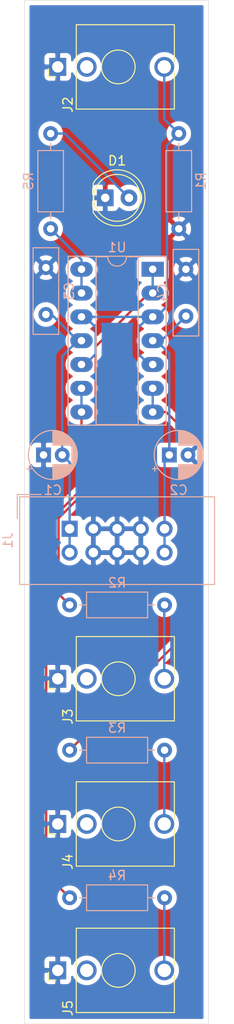
<source format=kicad_pcb>
(kicad_pcb (version 20171130) (host pcbnew "(5.1.2)-2")

  (general
    (thickness 1.6)
    (drawings 4)
    (tracks 71)
    (zones 0)
    (modules 16)
    (nets 13)
  )

  (page A4)
  (layers
    (0 F.Cu signal)
    (31 B.Cu signal)
    (32 B.Adhes user)
    (33 F.Adhes user)
    (34 B.Paste user)
    (35 F.Paste user)
    (36 B.SilkS user)
    (37 F.SilkS user)
    (38 B.Mask user)
    (39 F.Mask user)
    (40 Dwgs.User user)
    (41 Cmts.User user)
    (42 Eco1.User user)
    (43 Eco2.User user)
    (44 Edge.Cuts user)
    (45 Margin user)
    (46 B.CrtYd user)
    (47 F.CrtYd user)
    (48 B.Fab user)
    (49 F.Fab user)
  )

  (setup
    (last_trace_width 0.25)
    (trace_clearance 0.2)
    (zone_clearance 0.508)
    (zone_45_only no)
    (trace_min 0.2)
    (via_size 0.8)
    (via_drill 0.4)
    (via_min_size 0.4)
    (via_min_drill 0.3)
    (uvia_size 0.3)
    (uvia_drill 0.1)
    (uvias_allowed no)
    (uvia_min_size 0.2)
    (uvia_min_drill 0.1)
    (edge_width 0.05)
    (segment_width 0.2)
    (pcb_text_width 0.3)
    (pcb_text_size 1.5 1.5)
    (mod_edge_width 0.12)
    (mod_text_size 1 1)
    (mod_text_width 0.15)
    (pad_size 1.524 1.524)
    (pad_drill 0.762)
    (pad_to_mask_clearance 0.051)
    (solder_mask_min_width 0.25)
    (aux_axis_origin 0 0)
    (visible_elements 7FFFFFFF)
    (pcbplotparams
      (layerselection 0x010fc_ffffffff)
      (usegerberextensions false)
      (usegerberattributes false)
      (usegerberadvancedattributes false)
      (creategerberjobfile false)
      (excludeedgelayer true)
      (linewidth 0.100000)
      (plotframeref false)
      (viasonmask false)
      (mode 1)
      (useauxorigin false)
      (hpglpennumber 1)
      (hpglpenspeed 20)
      (hpglpendiameter 15.000000)
      (psnegative false)
      (psa4output false)
      (plotreference true)
      (plotvalue true)
      (plotinvisibletext false)
      (padsonsilk false)
      (subtractmaskfromsilk false)
      (outputformat 1)
      (mirror false)
      (drillshape 1)
      (scaleselection 1)
      (outputdirectory ""))
  )

  (net 0 "")
  (net 1 -12V)
  (net 2 GND)
  (net 3 +12V)
  (net 4 "Net-(D1-Pad2)")
  (net 5 "Net-(J2-PadT)")
  (net 6 "Net-(J3-PadT)")
  (net 7 "Net-(J4-PadT)")
  (net 8 "Net-(J5-PadT)")
  (net 9 "Net-(R2-Pad2)")
  (net 10 "Net-(R3-Pad2)")
  (net 11 "Net-(R4-Pad2)")
  (net 12 "Net-(R5-Pad2)")

  (net_class Default "This is the default net class."
    (clearance 0.2)
    (trace_width 0.25)
    (via_dia 0.8)
    (via_drill 0.4)
    (uvia_dia 0.3)
    (uvia_drill 0.1)
    (add_net +12V)
    (add_net -12V)
    (add_net GND)
    (add_net "Net-(D1-Pad2)")
    (add_net "Net-(J2-PadT)")
    (add_net "Net-(J3-PadT)")
    (add_net "Net-(J4-PadT)")
    (add_net "Net-(J5-PadT)")
    (add_net "Net-(R2-Pad2)")
    (add_net "Net-(R3-Pad2)")
    (add_net "Net-(R4-Pad2)")
    (add_net "Net-(R5-Pad2)")
  )

  (module Connector_IDC:IDC-Header_2x05_P2.54mm_Vertical (layer B.Cu) (tedit 59DE0611) (tstamp 5D548552)
    (at 42.926 107.188 270)
    (descr "Through hole straight IDC box header, 2x05, 2.54mm pitch, double rows")
    (tags "Through hole IDC box header THT 2x05 2.54mm double row")
    (path /5D5445C7)
    (fp_text reference J1 (at 1.27 6.604 90) (layer B.SilkS)
      (effects (font (size 1 1) (thickness 0.15)) (justify mirror))
    )
    (fp_text value Conn_02x05_Odd_Even (at 1.27 -16.764 90) (layer B.Fab)
      (effects (font (size 1 1) (thickness 0.15)) (justify mirror))
    )
    (fp_line (start -3.655 5.6) (end -1.115 5.6) (layer B.SilkS) (width 0.12))
    (fp_line (start -3.655 5.6) (end -3.655 3.06) (layer B.SilkS) (width 0.12))
    (fp_line (start -3.405 5.35) (end 5.945 5.35) (layer B.SilkS) (width 0.12))
    (fp_line (start -3.405 -15.51) (end -3.405 5.35) (layer B.SilkS) (width 0.12))
    (fp_line (start 5.945 -15.51) (end -3.405 -15.51) (layer B.SilkS) (width 0.12))
    (fp_line (start 5.945 5.35) (end 5.945 -15.51) (layer B.SilkS) (width 0.12))
    (fp_line (start -3.41 5.35) (end 5.95 5.35) (layer B.CrtYd) (width 0.05))
    (fp_line (start -3.41 -15.51) (end -3.41 5.35) (layer B.CrtYd) (width 0.05))
    (fp_line (start 5.95 -15.51) (end -3.41 -15.51) (layer B.CrtYd) (width 0.05))
    (fp_line (start 5.95 5.35) (end 5.95 -15.51) (layer B.CrtYd) (width 0.05))
    (fp_line (start -3.155 -15.26) (end -2.605 -14.7) (layer B.Fab) (width 0.1))
    (fp_line (start -3.155 5.1) (end -2.605 4.56) (layer B.Fab) (width 0.1))
    (fp_line (start 5.695 -15.26) (end 5.145 -14.7) (layer B.Fab) (width 0.1))
    (fp_line (start 5.695 5.1) (end 5.145 4.56) (layer B.Fab) (width 0.1))
    (fp_line (start 5.145 -14.7) (end -2.605 -14.7) (layer B.Fab) (width 0.1))
    (fp_line (start 5.695 -15.26) (end -3.155 -15.26) (layer B.Fab) (width 0.1))
    (fp_line (start 5.145 4.56) (end -2.605 4.56) (layer B.Fab) (width 0.1))
    (fp_line (start 5.695 5.1) (end -3.155 5.1) (layer B.Fab) (width 0.1))
    (fp_line (start -2.605 -7.33) (end -3.155 -7.33) (layer B.Fab) (width 0.1))
    (fp_line (start -2.605 -2.83) (end -3.155 -2.83) (layer B.Fab) (width 0.1))
    (fp_line (start -2.605 -7.33) (end -2.605 -14.7) (layer B.Fab) (width 0.1))
    (fp_line (start -2.605 4.56) (end -2.605 -2.83) (layer B.Fab) (width 0.1))
    (fp_line (start -3.155 5.1) (end -3.155 -15.26) (layer B.Fab) (width 0.1))
    (fp_line (start 5.145 4.56) (end 5.145 -14.7) (layer B.Fab) (width 0.1))
    (fp_line (start 5.695 5.1) (end 5.695 -15.26) (layer B.Fab) (width 0.1))
    (fp_text user %R (at 1.27 -5.08 90) (layer B.Fab)
      (effects (font (size 1 1) (thickness 0.15)) (justify mirror))
    )
    (pad 10 thru_hole oval (at 2.54 -10.16 270) (size 1.7272 1.7272) (drill 1.016) (layers *.Cu *.Mask)
      (net 3 +12V))
    (pad 9 thru_hole oval (at 0 -10.16 270) (size 1.7272 1.7272) (drill 1.016) (layers *.Cu *.Mask)
      (net 3 +12V))
    (pad 8 thru_hole oval (at 2.54 -7.62 270) (size 1.7272 1.7272) (drill 1.016) (layers *.Cu *.Mask)
      (net 2 GND))
    (pad 7 thru_hole oval (at 0 -7.62 270) (size 1.7272 1.7272) (drill 1.016) (layers *.Cu *.Mask)
      (net 2 GND))
    (pad 6 thru_hole oval (at 2.54 -5.08 270) (size 1.7272 1.7272) (drill 1.016) (layers *.Cu *.Mask)
      (net 2 GND))
    (pad 5 thru_hole oval (at 0 -5.08 270) (size 1.7272 1.7272) (drill 1.016) (layers *.Cu *.Mask)
      (net 2 GND))
    (pad 4 thru_hole oval (at 2.54 -2.54 270) (size 1.7272 1.7272) (drill 1.016) (layers *.Cu *.Mask)
      (net 2 GND))
    (pad 3 thru_hole oval (at 0 -2.54 270) (size 1.7272 1.7272) (drill 1.016) (layers *.Cu *.Mask)
      (net 2 GND))
    (pad 2 thru_hole oval (at 2.54 0 270) (size 1.7272 1.7272) (drill 1.016) (layers *.Cu *.Mask)
      (net 1 -12V))
    (pad 1 thru_hole rect (at 0 0 270) (size 1.7272 1.7272) (drill 1.016) (layers *.Cu *.Mask)
      (net 1 -12V))
    (model ${KISYS3DMOD}/Connector_IDC.3dshapes/IDC-Header_2x05_P2.54mm_Vertical.wrl
      (at (xyz 0 0 0))
      (scale (xyz 1 1 1))
      (rotate (xyz 0 0 0))
    )
  )

  (module Package_DIP:DIP-14_W7.62mm_Socket_LongPads (layer B.Cu) (tedit 5A02E8C5) (tstamp 5D5464EC)
    (at 51.816 79.502 180)
    (descr "14-lead though-hole mounted DIP package, row spacing 7.62 mm (300 mils), Socket, LongPads")
    (tags "THT DIP DIL PDIP 2.54mm 7.62mm 300mil Socket LongPads")
    (path /5D54A35C)
    (fp_text reference U1 (at 3.81 2.33) (layer B.SilkS)
      (effects (font (size 1 1) (thickness 0.15)) (justify mirror))
    )
    (fp_text value TL074 (at 3.81 -17.57) (layer B.Fab)
      (effects (font (size 1 1) (thickness 0.15)) (justify mirror))
    )
    (fp_text user %R (at 3.81 -7.62) (layer B.Fab)
      (effects (font (size 1 1) (thickness 0.15)) (justify mirror))
    )
    (fp_line (start 9.15 1.6) (end -1.55 1.6) (layer B.CrtYd) (width 0.05))
    (fp_line (start 9.15 -16.85) (end 9.15 1.6) (layer B.CrtYd) (width 0.05))
    (fp_line (start -1.55 -16.85) (end 9.15 -16.85) (layer B.CrtYd) (width 0.05))
    (fp_line (start -1.55 1.6) (end -1.55 -16.85) (layer B.CrtYd) (width 0.05))
    (fp_line (start 9.06 1.39) (end -1.44 1.39) (layer B.SilkS) (width 0.12))
    (fp_line (start 9.06 -16.63) (end 9.06 1.39) (layer B.SilkS) (width 0.12))
    (fp_line (start -1.44 -16.63) (end 9.06 -16.63) (layer B.SilkS) (width 0.12))
    (fp_line (start -1.44 1.39) (end -1.44 -16.63) (layer B.SilkS) (width 0.12))
    (fp_line (start 6.06 1.33) (end 4.81 1.33) (layer B.SilkS) (width 0.12))
    (fp_line (start 6.06 -16.57) (end 6.06 1.33) (layer B.SilkS) (width 0.12))
    (fp_line (start 1.56 -16.57) (end 6.06 -16.57) (layer B.SilkS) (width 0.12))
    (fp_line (start 1.56 1.33) (end 1.56 -16.57) (layer B.SilkS) (width 0.12))
    (fp_line (start 2.81 1.33) (end 1.56 1.33) (layer B.SilkS) (width 0.12))
    (fp_line (start 8.89 1.33) (end -1.27 1.33) (layer B.Fab) (width 0.1))
    (fp_line (start 8.89 -16.57) (end 8.89 1.33) (layer B.Fab) (width 0.1))
    (fp_line (start -1.27 -16.57) (end 8.89 -16.57) (layer B.Fab) (width 0.1))
    (fp_line (start -1.27 1.33) (end -1.27 -16.57) (layer B.Fab) (width 0.1))
    (fp_line (start 0.635 0.27) (end 1.635 1.27) (layer B.Fab) (width 0.1))
    (fp_line (start 0.635 -16.51) (end 0.635 0.27) (layer B.Fab) (width 0.1))
    (fp_line (start 6.985 -16.51) (end 0.635 -16.51) (layer B.Fab) (width 0.1))
    (fp_line (start 6.985 1.27) (end 6.985 -16.51) (layer B.Fab) (width 0.1))
    (fp_line (start 1.635 1.27) (end 6.985 1.27) (layer B.Fab) (width 0.1))
    (fp_arc (start 3.81 1.33) (end 2.81 1.33) (angle 180) (layer B.SilkS) (width 0.12))
    (pad 14 thru_hole oval (at 7.62 0 180) (size 2.4 1.6) (drill 0.8) (layers *.Cu *.Mask)
      (net 12 "Net-(R5-Pad2)"))
    (pad 7 thru_hole oval (at 0 -15.24 180) (size 2.4 1.6) (drill 0.8) (layers *.Cu *.Mask)
      (net 10 "Net-(R3-Pad2)"))
    (pad 13 thru_hole oval (at 7.62 -2.54 180) (size 2.4 1.6) (drill 0.8) (layers *.Cu *.Mask)
      (net 12 "Net-(R5-Pad2)"))
    (pad 6 thru_hole oval (at 0 -12.7 180) (size 2.4 1.6) (drill 0.8) (layers *.Cu *.Mask)
      (net 10 "Net-(R3-Pad2)"))
    (pad 12 thru_hole oval (at 7.62 -5.08 180) (size 2.4 1.6) (drill 0.8) (layers *.Cu *.Mask)
      (net 5 "Net-(J2-PadT)"))
    (pad 5 thru_hole oval (at 0 -10.16 180) (size 2.4 1.6) (drill 0.8) (layers *.Cu *.Mask)
      (net 5 "Net-(J2-PadT)"))
    (pad 11 thru_hole oval (at 7.62 -7.62 180) (size 2.4 1.6) (drill 0.8) (layers *.Cu *.Mask)
      (net 1 -12V))
    (pad 4 thru_hole oval (at 0 -7.62 180) (size 2.4 1.6) (drill 0.8) (layers *.Cu *.Mask)
      (net 3 +12V))
    (pad 10 thru_hole oval (at 7.62 -10.16 180) (size 2.4 1.6) (drill 0.8) (layers *.Cu *.Mask)
      (net 5 "Net-(J2-PadT)"))
    (pad 3 thru_hole oval (at 0 -5.08 180) (size 2.4 1.6) (drill 0.8) (layers *.Cu *.Mask)
      (net 5 "Net-(J2-PadT)"))
    (pad 9 thru_hole oval (at 7.62 -12.7 180) (size 2.4 1.6) (drill 0.8) (layers *.Cu *.Mask)
      (net 11 "Net-(R4-Pad2)"))
    (pad 2 thru_hole oval (at 0 -2.54 180) (size 2.4 1.6) (drill 0.8) (layers *.Cu *.Mask)
      (net 9 "Net-(R2-Pad2)"))
    (pad 8 thru_hole oval (at 7.62 -15.24 180) (size 2.4 1.6) (drill 0.8) (layers *.Cu *.Mask)
      (net 11 "Net-(R4-Pad2)"))
    (pad 1 thru_hole rect (at 0 0 180) (size 2.4 1.6) (drill 0.8) (layers *.Cu *.Mask)
      (net 9 "Net-(R2-Pad2)"))
    (model ${KISYS3DMOD}/Package_DIP.3dshapes/DIP-14_W7.62mm_Socket.wrl
      (at (xyz 0 0 0))
      (scale (xyz 1 1 1))
      (rotate (xyz 0 0 0))
    )
  )

  (module Resistor_THT:R_Axial_DIN0207_L6.3mm_D2.5mm_P10.16mm_Horizontal (layer B.Cu) (tedit 5AE5139B) (tstamp 5D5464C2)
    (at 40.894 65.024 270)
    (descr "Resistor, Axial_DIN0207 series, Axial, Horizontal, pin pitch=10.16mm, 0.25W = 1/4W, length*diameter=6.3*2.5mm^2, http://cdn-reichelt.de/documents/datenblatt/B400/1_4W%23YAG.pdf")
    (tags "Resistor Axial_DIN0207 series Axial Horizontal pin pitch 10.16mm 0.25W = 1/4W length 6.3mm diameter 2.5mm")
    (path /5D547510)
    (fp_text reference R5 (at 5.08 2.37 270) (layer B.SilkS)
      (effects (font (size 1 1) (thickness 0.15)) (justify mirror))
    )
    (fp_text value 330 (at 5.08 -2.37 270) (layer B.Fab)
      (effects (font (size 1 1) (thickness 0.15)) (justify mirror))
    )
    (fp_text user %R (at 5.08 0 270) (layer B.Fab)
      (effects (font (size 1 1) (thickness 0.15)) (justify mirror))
    )
    (fp_line (start 11.21 1.5) (end -1.05 1.5) (layer B.CrtYd) (width 0.05))
    (fp_line (start 11.21 -1.5) (end 11.21 1.5) (layer B.CrtYd) (width 0.05))
    (fp_line (start -1.05 -1.5) (end 11.21 -1.5) (layer B.CrtYd) (width 0.05))
    (fp_line (start -1.05 1.5) (end -1.05 -1.5) (layer B.CrtYd) (width 0.05))
    (fp_line (start 9.12 0) (end 8.35 0) (layer B.SilkS) (width 0.12))
    (fp_line (start 1.04 0) (end 1.81 0) (layer B.SilkS) (width 0.12))
    (fp_line (start 8.35 1.37) (end 1.81 1.37) (layer B.SilkS) (width 0.12))
    (fp_line (start 8.35 -1.37) (end 8.35 1.37) (layer B.SilkS) (width 0.12))
    (fp_line (start 1.81 -1.37) (end 8.35 -1.37) (layer B.SilkS) (width 0.12))
    (fp_line (start 1.81 1.37) (end 1.81 -1.37) (layer B.SilkS) (width 0.12))
    (fp_line (start 10.16 0) (end 8.23 0) (layer B.Fab) (width 0.1))
    (fp_line (start 0 0) (end 1.93 0) (layer B.Fab) (width 0.1))
    (fp_line (start 8.23 1.25) (end 1.93 1.25) (layer B.Fab) (width 0.1))
    (fp_line (start 8.23 -1.25) (end 8.23 1.25) (layer B.Fab) (width 0.1))
    (fp_line (start 1.93 -1.25) (end 8.23 -1.25) (layer B.Fab) (width 0.1))
    (fp_line (start 1.93 1.25) (end 1.93 -1.25) (layer B.Fab) (width 0.1))
    (pad 2 thru_hole oval (at 10.16 0 270) (size 1.6 1.6) (drill 0.8) (layers *.Cu *.Mask)
      (net 12 "Net-(R5-Pad2)"))
    (pad 1 thru_hole circle (at 0 0 270) (size 1.6 1.6) (drill 0.8) (layers *.Cu *.Mask)
      (net 4 "Net-(D1-Pad2)"))
    (model ${KISYS3DMOD}/Resistor_THT.3dshapes/R_Axial_DIN0207_L6.3mm_D2.5mm_P10.16mm_Horizontal.wrl
      (at (xyz 0 0 0))
      (scale (xyz 1 1 1))
      (rotate (xyz 0 0 0))
    )
  )

  (module Resistor_THT:R_Axial_DIN0207_L6.3mm_D2.5mm_P10.16mm_Horizontal (layer B.Cu) (tedit 5AE5139B) (tstamp 5D5464AB)
    (at 53.086 146.558 180)
    (descr "Resistor, Axial_DIN0207 series, Axial, Horizontal, pin pitch=10.16mm, 0.25W = 1/4W, length*diameter=6.3*2.5mm^2, http://cdn-reichelt.de/documents/datenblatt/B400/1_4W%23YAG.pdf")
    (tags "Resistor Axial_DIN0207 series Axial Horizontal pin pitch 10.16mm 0.25W = 1/4W length 6.3mm diameter 2.5mm")
    (path /5D54737E)
    (fp_text reference R4 (at 5.08 2.37) (layer B.SilkS)
      (effects (font (size 1 1) (thickness 0.15)) (justify mirror))
    )
    (fp_text value 1k (at 5.08 -2.37) (layer B.Fab)
      (effects (font (size 1 1) (thickness 0.15)) (justify mirror))
    )
    (fp_text user %R (at 5.08 0) (layer B.Fab)
      (effects (font (size 1 1) (thickness 0.15)) (justify mirror))
    )
    (fp_line (start 11.21 1.5) (end -1.05 1.5) (layer B.CrtYd) (width 0.05))
    (fp_line (start 11.21 -1.5) (end 11.21 1.5) (layer B.CrtYd) (width 0.05))
    (fp_line (start -1.05 -1.5) (end 11.21 -1.5) (layer B.CrtYd) (width 0.05))
    (fp_line (start -1.05 1.5) (end -1.05 -1.5) (layer B.CrtYd) (width 0.05))
    (fp_line (start 9.12 0) (end 8.35 0) (layer B.SilkS) (width 0.12))
    (fp_line (start 1.04 0) (end 1.81 0) (layer B.SilkS) (width 0.12))
    (fp_line (start 8.35 1.37) (end 1.81 1.37) (layer B.SilkS) (width 0.12))
    (fp_line (start 8.35 -1.37) (end 8.35 1.37) (layer B.SilkS) (width 0.12))
    (fp_line (start 1.81 -1.37) (end 8.35 -1.37) (layer B.SilkS) (width 0.12))
    (fp_line (start 1.81 1.37) (end 1.81 -1.37) (layer B.SilkS) (width 0.12))
    (fp_line (start 10.16 0) (end 8.23 0) (layer B.Fab) (width 0.1))
    (fp_line (start 0 0) (end 1.93 0) (layer B.Fab) (width 0.1))
    (fp_line (start 8.23 1.25) (end 1.93 1.25) (layer B.Fab) (width 0.1))
    (fp_line (start 8.23 -1.25) (end 8.23 1.25) (layer B.Fab) (width 0.1))
    (fp_line (start 1.93 -1.25) (end 8.23 -1.25) (layer B.Fab) (width 0.1))
    (fp_line (start 1.93 1.25) (end 1.93 -1.25) (layer B.Fab) (width 0.1))
    (pad 2 thru_hole oval (at 10.16 0 180) (size 1.6 1.6) (drill 0.8) (layers *.Cu *.Mask)
      (net 11 "Net-(R4-Pad2)"))
    (pad 1 thru_hole circle (at 0 0 180) (size 1.6 1.6) (drill 0.8) (layers *.Cu *.Mask)
      (net 8 "Net-(J5-PadT)"))
    (model ${KISYS3DMOD}/Resistor_THT.3dshapes/R_Axial_DIN0207_L6.3mm_D2.5mm_P10.16mm_Horizontal.wrl
      (at (xyz 0 0 0))
      (scale (xyz 1 1 1))
      (rotate (xyz 0 0 0))
    )
  )

  (module Resistor_THT:R_Axial_DIN0207_L6.3mm_D2.5mm_P10.16mm_Horizontal (layer B.Cu) (tedit 5AE5139B) (tstamp 5D546494)
    (at 53.086 130.81 180)
    (descr "Resistor, Axial_DIN0207 series, Axial, Horizontal, pin pitch=10.16mm, 0.25W = 1/4W, length*diameter=6.3*2.5mm^2, http://cdn-reichelt.de/documents/datenblatt/B400/1_4W%23YAG.pdf")
    (tags "Resistor Axial_DIN0207 series Axial Horizontal pin pitch 10.16mm 0.25W = 1/4W length 6.3mm diameter 2.5mm")
    (path /5D547110)
    (fp_text reference R3 (at 5.08 2.37) (layer B.SilkS)
      (effects (font (size 1 1) (thickness 0.15)) (justify mirror))
    )
    (fp_text value 1k (at 5.08 -2.37) (layer B.Fab)
      (effects (font (size 1 1) (thickness 0.15)) (justify mirror))
    )
    (fp_text user %R (at 5.08 0) (layer B.Fab)
      (effects (font (size 1 1) (thickness 0.15)) (justify mirror))
    )
    (fp_line (start 11.21 1.5) (end -1.05 1.5) (layer B.CrtYd) (width 0.05))
    (fp_line (start 11.21 -1.5) (end 11.21 1.5) (layer B.CrtYd) (width 0.05))
    (fp_line (start -1.05 -1.5) (end 11.21 -1.5) (layer B.CrtYd) (width 0.05))
    (fp_line (start -1.05 1.5) (end -1.05 -1.5) (layer B.CrtYd) (width 0.05))
    (fp_line (start 9.12 0) (end 8.35 0) (layer B.SilkS) (width 0.12))
    (fp_line (start 1.04 0) (end 1.81 0) (layer B.SilkS) (width 0.12))
    (fp_line (start 8.35 1.37) (end 1.81 1.37) (layer B.SilkS) (width 0.12))
    (fp_line (start 8.35 -1.37) (end 8.35 1.37) (layer B.SilkS) (width 0.12))
    (fp_line (start 1.81 -1.37) (end 8.35 -1.37) (layer B.SilkS) (width 0.12))
    (fp_line (start 1.81 1.37) (end 1.81 -1.37) (layer B.SilkS) (width 0.12))
    (fp_line (start 10.16 0) (end 8.23 0) (layer B.Fab) (width 0.1))
    (fp_line (start 0 0) (end 1.93 0) (layer B.Fab) (width 0.1))
    (fp_line (start 8.23 1.25) (end 1.93 1.25) (layer B.Fab) (width 0.1))
    (fp_line (start 8.23 -1.25) (end 8.23 1.25) (layer B.Fab) (width 0.1))
    (fp_line (start 1.93 -1.25) (end 8.23 -1.25) (layer B.Fab) (width 0.1))
    (fp_line (start 1.93 1.25) (end 1.93 -1.25) (layer B.Fab) (width 0.1))
    (pad 2 thru_hole oval (at 10.16 0 180) (size 1.6 1.6) (drill 0.8) (layers *.Cu *.Mask)
      (net 10 "Net-(R3-Pad2)"))
    (pad 1 thru_hole circle (at 0 0 180) (size 1.6 1.6) (drill 0.8) (layers *.Cu *.Mask)
      (net 7 "Net-(J4-PadT)"))
    (model ${KISYS3DMOD}/Resistor_THT.3dshapes/R_Axial_DIN0207_L6.3mm_D2.5mm_P10.16mm_Horizontal.wrl
      (at (xyz 0 0 0))
      (scale (xyz 1 1 1))
      (rotate (xyz 0 0 0))
    )
  )

  (module Resistor_THT:R_Axial_DIN0207_L6.3mm_D2.5mm_P10.16mm_Horizontal (layer B.Cu) (tedit 5AE5139B) (tstamp 5D54647D)
    (at 53.086 115.316 180)
    (descr "Resistor, Axial_DIN0207 series, Axial, Horizontal, pin pitch=10.16mm, 0.25W = 1/4W, length*diameter=6.3*2.5mm^2, http://cdn-reichelt.de/documents/datenblatt/B400/1_4W%23YAG.pdf")
    (tags "Resistor Axial_DIN0207 series Axial Horizontal pin pitch 10.16mm 0.25W = 1/4W length 6.3mm diameter 2.5mm")
    (path /5D546ED1)
    (fp_text reference R2 (at 5.08 2.37) (layer B.SilkS)
      (effects (font (size 1 1) (thickness 0.15)) (justify mirror))
    )
    (fp_text value 1k (at 5.08 -2.37) (layer B.Fab)
      (effects (font (size 1 1) (thickness 0.15)) (justify mirror))
    )
    (fp_text user %R (at 5.08 0) (layer B.Fab)
      (effects (font (size 1 1) (thickness 0.15)) (justify mirror))
    )
    (fp_line (start 11.21 1.5) (end -1.05 1.5) (layer B.CrtYd) (width 0.05))
    (fp_line (start 11.21 -1.5) (end 11.21 1.5) (layer B.CrtYd) (width 0.05))
    (fp_line (start -1.05 -1.5) (end 11.21 -1.5) (layer B.CrtYd) (width 0.05))
    (fp_line (start -1.05 1.5) (end -1.05 -1.5) (layer B.CrtYd) (width 0.05))
    (fp_line (start 9.12 0) (end 8.35 0) (layer B.SilkS) (width 0.12))
    (fp_line (start 1.04 0) (end 1.81 0) (layer B.SilkS) (width 0.12))
    (fp_line (start 8.35 1.37) (end 1.81 1.37) (layer B.SilkS) (width 0.12))
    (fp_line (start 8.35 -1.37) (end 8.35 1.37) (layer B.SilkS) (width 0.12))
    (fp_line (start 1.81 -1.37) (end 8.35 -1.37) (layer B.SilkS) (width 0.12))
    (fp_line (start 1.81 1.37) (end 1.81 -1.37) (layer B.SilkS) (width 0.12))
    (fp_line (start 10.16 0) (end 8.23 0) (layer B.Fab) (width 0.1))
    (fp_line (start 0 0) (end 1.93 0) (layer B.Fab) (width 0.1))
    (fp_line (start 8.23 1.25) (end 1.93 1.25) (layer B.Fab) (width 0.1))
    (fp_line (start 8.23 -1.25) (end 8.23 1.25) (layer B.Fab) (width 0.1))
    (fp_line (start 1.93 -1.25) (end 8.23 -1.25) (layer B.Fab) (width 0.1))
    (fp_line (start 1.93 1.25) (end 1.93 -1.25) (layer B.Fab) (width 0.1))
    (pad 2 thru_hole oval (at 10.16 0 180) (size 1.6 1.6) (drill 0.8) (layers *.Cu *.Mask)
      (net 9 "Net-(R2-Pad2)"))
    (pad 1 thru_hole circle (at 0 0 180) (size 1.6 1.6) (drill 0.8) (layers *.Cu *.Mask)
      (net 6 "Net-(J3-PadT)"))
    (model ${KISYS3DMOD}/Resistor_THT.3dshapes/R_Axial_DIN0207_L6.3mm_D2.5mm_P10.16mm_Horizontal.wrl
      (at (xyz 0 0 0))
      (scale (xyz 1 1 1))
      (rotate (xyz 0 0 0))
    )
  )

  (module Resistor_THT:R_Axial_DIN0207_L6.3mm_D2.5mm_P10.16mm_Horizontal (layer B.Cu) (tedit 5AE5139B) (tstamp 5D546466)
    (at 54.61 75.184 90)
    (descr "Resistor, Axial_DIN0207 series, Axial, Horizontal, pin pitch=10.16mm, 0.25W = 1/4W, length*diameter=6.3*2.5mm^2, http://cdn-reichelt.de/documents/datenblatt/B400/1_4W%23YAG.pdf")
    (tags "Resistor Axial_DIN0207 series Axial Horizontal pin pitch 10.16mm 0.25W = 1/4W length 6.3mm diameter 2.5mm")
    (path /5D546C93)
    (fp_text reference R1 (at 5.08 2.37 90) (layer B.SilkS)
      (effects (font (size 1 1) (thickness 0.15)) (justify mirror))
    )
    (fp_text value 100k (at 5.08 -2.37 90) (layer B.Fab)
      (effects (font (size 1 1) (thickness 0.15)) (justify mirror))
    )
    (fp_text user %R (at 5.08 0 90) (layer B.Fab)
      (effects (font (size 1 1) (thickness 0.15)) (justify mirror))
    )
    (fp_line (start 11.21 1.5) (end -1.05 1.5) (layer B.CrtYd) (width 0.05))
    (fp_line (start 11.21 -1.5) (end 11.21 1.5) (layer B.CrtYd) (width 0.05))
    (fp_line (start -1.05 -1.5) (end 11.21 -1.5) (layer B.CrtYd) (width 0.05))
    (fp_line (start -1.05 1.5) (end -1.05 -1.5) (layer B.CrtYd) (width 0.05))
    (fp_line (start 9.12 0) (end 8.35 0) (layer B.SilkS) (width 0.12))
    (fp_line (start 1.04 0) (end 1.81 0) (layer B.SilkS) (width 0.12))
    (fp_line (start 8.35 1.37) (end 1.81 1.37) (layer B.SilkS) (width 0.12))
    (fp_line (start 8.35 -1.37) (end 8.35 1.37) (layer B.SilkS) (width 0.12))
    (fp_line (start 1.81 -1.37) (end 8.35 -1.37) (layer B.SilkS) (width 0.12))
    (fp_line (start 1.81 1.37) (end 1.81 -1.37) (layer B.SilkS) (width 0.12))
    (fp_line (start 10.16 0) (end 8.23 0) (layer B.Fab) (width 0.1))
    (fp_line (start 0 0) (end 1.93 0) (layer B.Fab) (width 0.1))
    (fp_line (start 8.23 1.25) (end 1.93 1.25) (layer B.Fab) (width 0.1))
    (fp_line (start 8.23 -1.25) (end 8.23 1.25) (layer B.Fab) (width 0.1))
    (fp_line (start 1.93 -1.25) (end 8.23 -1.25) (layer B.Fab) (width 0.1))
    (fp_line (start 1.93 1.25) (end 1.93 -1.25) (layer B.Fab) (width 0.1))
    (pad 2 thru_hole oval (at 10.16 0 90) (size 1.6 1.6) (drill 0.8) (layers *.Cu *.Mask)
      (net 5 "Net-(J2-PadT)"))
    (pad 1 thru_hole circle (at 0 0 90) (size 1.6 1.6) (drill 0.8) (layers *.Cu *.Mask)
      (net 2 GND))
    (model ${KISYS3DMOD}/Resistor_THT.3dshapes/R_Axial_DIN0207_L6.3mm_D2.5mm_P10.16mm_Horizontal.wrl
      (at (xyz 0 0 0))
      (scale (xyz 1 1 1))
      (rotate (xyz 0 0 0))
    )
  )

  (module Connector_Audio:Jack_3.5mm_QingPu_WQP-PJ398SM_Vertical_CircularHoles (layer F.Cu) (tedit 5C2B6BB2) (tstamp 5D54644F)
    (at 41.656 154.305 90)
    (descr "TRS 3.5mm, vertical, Thonkiconn, PCB mount, (http://www.qingpu-electronics.com/en/products/WQP-PJ398SM-362.html)")
    (tags "WQP-PJ398SM WQP-PJ301M-12 TRS 3.5mm mono vertical jack thonkiconn qingpu")
    (path /5D546764)
    (fp_text reference J5 (at -4.03 1.08 270) (layer F.SilkS)
      (effects (font (size 1 1) (thickness 0.15)))
    )
    (fp_text value Out3 (at 0 5 270) (layer F.Fab)
      (effects (font (size 1 1) (thickness 0.15)))
    )
    (fp_line (start 0 0) (end 0 2.03) (layer F.Fab) (width 0.1))
    (fp_circle (center 0 6.48) (end 1.8 6.48) (layer F.Fab) (width 0.1))
    (fp_line (start 4.5 2.03) (end -4.5 2.03) (layer F.Fab) (width 0.1))
    (fp_line (start 5 -1.42) (end -5 -1.42) (layer F.CrtYd) (width 0.05))
    (fp_line (start 5 12.98) (end -5 12.98) (layer F.CrtYd) (width 0.05))
    (fp_line (start 5 12.98) (end 5 -1.42) (layer F.CrtYd) (width 0.05))
    (fp_line (start 4.5 12.48) (end -4.5 12.48) (layer F.Fab) (width 0.1))
    (fp_line (start 4.5 12.48) (end 4.5 2.08) (layer F.Fab) (width 0.1))
    (fp_line (start -1.06 -1) (end -0.2 -1) (layer F.SilkS) (width 0.12))
    (fp_line (start -1.06 -1) (end -1.06 -0.2) (layer F.SilkS) (width 0.12))
    (fp_circle (center 0 6.48) (end 1.8 6.48) (layer F.SilkS) (width 0.12))
    (fp_line (start -0.35 1.98) (end -4.5 1.98) (layer F.SilkS) (width 0.12))
    (fp_line (start 4.5 1.98) (end 0.35 1.98) (layer F.SilkS) (width 0.12))
    (fp_line (start -0.5 12.48) (end -4.5 12.48) (layer F.SilkS) (width 0.12))
    (fp_line (start 4.5 12.48) (end 0.5 12.48) (layer F.SilkS) (width 0.12))
    (fp_line (start -1.41 6.02) (end -0.46 5.07) (layer Dwgs.User) (width 0.12))
    (fp_line (start -1.42 6.875) (end 0.4 5.06) (layer Dwgs.User) (width 0.12))
    (fp_line (start -1.07 7.49) (end 1.01 5.41) (layer Dwgs.User) (width 0.12))
    (fp_line (start -0.58 7.83) (end 1.36 5.89) (layer Dwgs.User) (width 0.12))
    (fp_line (start 0.09 7.96) (end 1.48 6.57) (layer Dwgs.User) (width 0.12))
    (fp_circle (center 0 6.48) (end 1.5 6.48) (layer Dwgs.User) (width 0.12))
    (fp_line (start 4.5 1.98) (end 4.5 12.48) (layer F.SilkS) (width 0.12))
    (fp_line (start -4.5 1.98) (end -4.5 12.48) (layer F.SilkS) (width 0.12))
    (fp_text user %R (at 0 8 270) (layer F.Fab)
      (effects (font (size 1 1) (thickness 0.15)))
    )
    (fp_line (start -4.5 12.48) (end -4.5 2.08) (layer F.Fab) (width 0.1))
    (fp_line (start -5 12.98) (end -5 -1.42) (layer F.CrtYd) (width 0.05))
    (fp_text user KEEPOUT (at 0 6.48 90) (layer Cmts.User)
      (effects (font (size 0.4 0.4) (thickness 0.051)))
    )
    (pad T thru_hole circle (at 0 11.4 270) (size 2.13 2.13) (drill 1.43) (layers *.Cu *.Mask)
      (net 8 "Net-(J5-PadT)"))
    (pad S thru_hole rect (at 0 0 270) (size 1.93 1.83) (drill 1.22) (layers *.Cu *.Mask)
      (net 2 GND))
    (pad TN thru_hole circle (at 0 3.1 270) (size 2.13 2.13) (drill 1.42) (layers *.Cu *.Mask))
    (model ${KISYS3DMOD}/Connector_Audio.3dshapes/Jack_3.5mm_QingPu_WQP-PJ398SM_Vertical.wrl
      (at (xyz 0 0 0))
      (scale (xyz 1 1 1))
      (rotate (xyz 0 0 0))
    )
  )

  (module Connector_Audio:Jack_3.5mm_QingPu_WQP-PJ398SM_Vertical_CircularHoles (layer F.Cu) (tedit 5C2B6BB2) (tstamp 5D54642D)
    (at 41.656 138.684 90)
    (descr "TRS 3.5mm, vertical, Thonkiconn, PCB mount, (http://www.qingpu-electronics.com/en/products/WQP-PJ398SM-362.html)")
    (tags "WQP-PJ398SM WQP-PJ301M-12 TRS 3.5mm mono vertical jack thonkiconn qingpu")
    (path /5D54653D)
    (fp_text reference J4 (at -4.03 1.08 270) (layer F.SilkS)
      (effects (font (size 1 1) (thickness 0.15)))
    )
    (fp_text value Out2 (at 0 5 270) (layer F.Fab)
      (effects (font (size 1 1) (thickness 0.15)))
    )
    (fp_line (start 0 0) (end 0 2.03) (layer F.Fab) (width 0.1))
    (fp_circle (center 0 6.48) (end 1.8 6.48) (layer F.Fab) (width 0.1))
    (fp_line (start 4.5 2.03) (end -4.5 2.03) (layer F.Fab) (width 0.1))
    (fp_line (start 5 -1.42) (end -5 -1.42) (layer F.CrtYd) (width 0.05))
    (fp_line (start 5 12.98) (end -5 12.98) (layer F.CrtYd) (width 0.05))
    (fp_line (start 5 12.98) (end 5 -1.42) (layer F.CrtYd) (width 0.05))
    (fp_line (start 4.5 12.48) (end -4.5 12.48) (layer F.Fab) (width 0.1))
    (fp_line (start 4.5 12.48) (end 4.5 2.08) (layer F.Fab) (width 0.1))
    (fp_line (start -1.06 -1) (end -0.2 -1) (layer F.SilkS) (width 0.12))
    (fp_line (start -1.06 -1) (end -1.06 -0.2) (layer F.SilkS) (width 0.12))
    (fp_circle (center 0 6.48) (end 1.8 6.48) (layer F.SilkS) (width 0.12))
    (fp_line (start -0.35 1.98) (end -4.5 1.98) (layer F.SilkS) (width 0.12))
    (fp_line (start 4.5 1.98) (end 0.35 1.98) (layer F.SilkS) (width 0.12))
    (fp_line (start -0.5 12.48) (end -4.5 12.48) (layer F.SilkS) (width 0.12))
    (fp_line (start 4.5 12.48) (end 0.5 12.48) (layer F.SilkS) (width 0.12))
    (fp_line (start -1.41 6.02) (end -0.46 5.07) (layer Dwgs.User) (width 0.12))
    (fp_line (start -1.42 6.875) (end 0.4 5.06) (layer Dwgs.User) (width 0.12))
    (fp_line (start -1.07 7.49) (end 1.01 5.41) (layer Dwgs.User) (width 0.12))
    (fp_line (start -0.58 7.83) (end 1.36 5.89) (layer Dwgs.User) (width 0.12))
    (fp_line (start 0.09 7.96) (end 1.48 6.57) (layer Dwgs.User) (width 0.12))
    (fp_circle (center 0 6.48) (end 1.5 6.48) (layer Dwgs.User) (width 0.12))
    (fp_line (start 4.5 1.98) (end 4.5 12.48) (layer F.SilkS) (width 0.12))
    (fp_line (start -4.5 1.98) (end -4.5 12.48) (layer F.SilkS) (width 0.12))
    (fp_text user %R (at 0 8 270) (layer F.Fab)
      (effects (font (size 1 1) (thickness 0.15)))
    )
    (fp_line (start -4.5 12.48) (end -4.5 2.08) (layer F.Fab) (width 0.1))
    (fp_line (start -5 12.98) (end -5 -1.42) (layer F.CrtYd) (width 0.05))
    (fp_text user KEEPOUT (at 0 6.48 90) (layer Cmts.User)
      (effects (font (size 0.4 0.4) (thickness 0.051)))
    )
    (pad T thru_hole circle (at 0 11.4 270) (size 2.13 2.13) (drill 1.43) (layers *.Cu *.Mask)
      (net 7 "Net-(J4-PadT)"))
    (pad S thru_hole rect (at 0 0 270) (size 1.93 1.83) (drill 1.22) (layers *.Cu *.Mask)
      (net 2 GND))
    (pad TN thru_hole circle (at 0 3.1 270) (size 2.13 2.13) (drill 1.42) (layers *.Cu *.Mask))
    (model ${KISYS3DMOD}/Connector_Audio.3dshapes/Jack_3.5mm_QingPu_WQP-PJ398SM_Vertical.wrl
      (at (xyz 0 0 0))
      (scale (xyz 1 1 1))
      (rotate (xyz 0 0 0))
    )
  )

  (module Connector_Audio:Jack_3.5mm_QingPu_WQP-PJ398SM_Vertical_CircularHoles (layer F.Cu) (tedit 5C2B6BB2) (tstamp 5D54640B)
    (at 41.656 123.19 90)
    (descr "TRS 3.5mm, vertical, Thonkiconn, PCB mount, (http://www.qingpu-electronics.com/en/products/WQP-PJ398SM-362.html)")
    (tags "WQP-PJ398SM WQP-PJ301M-12 TRS 3.5mm mono vertical jack thonkiconn qingpu")
    (path /5D546048)
    (fp_text reference J3 (at -4.03 1.08 270) (layer F.SilkS)
      (effects (font (size 1 1) (thickness 0.15)))
    )
    (fp_text value Out1 (at 0 5 270) (layer F.Fab)
      (effects (font (size 1 1) (thickness 0.15)))
    )
    (fp_line (start 0 0) (end 0 2.03) (layer F.Fab) (width 0.1))
    (fp_circle (center 0 6.48) (end 1.8 6.48) (layer F.Fab) (width 0.1))
    (fp_line (start 4.5 2.03) (end -4.5 2.03) (layer F.Fab) (width 0.1))
    (fp_line (start 5 -1.42) (end -5 -1.42) (layer F.CrtYd) (width 0.05))
    (fp_line (start 5 12.98) (end -5 12.98) (layer F.CrtYd) (width 0.05))
    (fp_line (start 5 12.98) (end 5 -1.42) (layer F.CrtYd) (width 0.05))
    (fp_line (start 4.5 12.48) (end -4.5 12.48) (layer F.Fab) (width 0.1))
    (fp_line (start 4.5 12.48) (end 4.5 2.08) (layer F.Fab) (width 0.1))
    (fp_line (start -1.06 -1) (end -0.2 -1) (layer F.SilkS) (width 0.12))
    (fp_line (start -1.06 -1) (end -1.06 -0.2) (layer F.SilkS) (width 0.12))
    (fp_circle (center 0 6.48) (end 1.8 6.48) (layer F.SilkS) (width 0.12))
    (fp_line (start -0.35 1.98) (end -4.5 1.98) (layer F.SilkS) (width 0.12))
    (fp_line (start 4.5 1.98) (end 0.35 1.98) (layer F.SilkS) (width 0.12))
    (fp_line (start -0.5 12.48) (end -4.5 12.48) (layer F.SilkS) (width 0.12))
    (fp_line (start 4.5 12.48) (end 0.5 12.48) (layer F.SilkS) (width 0.12))
    (fp_line (start -1.41 6.02) (end -0.46 5.07) (layer Dwgs.User) (width 0.12))
    (fp_line (start -1.42 6.875) (end 0.4 5.06) (layer Dwgs.User) (width 0.12))
    (fp_line (start -1.07 7.49) (end 1.01 5.41) (layer Dwgs.User) (width 0.12))
    (fp_line (start -0.58 7.83) (end 1.36 5.89) (layer Dwgs.User) (width 0.12))
    (fp_line (start 0.09 7.96) (end 1.48 6.57) (layer Dwgs.User) (width 0.12))
    (fp_circle (center 0 6.48) (end 1.5 6.48) (layer Dwgs.User) (width 0.12))
    (fp_line (start 4.5 1.98) (end 4.5 12.48) (layer F.SilkS) (width 0.12))
    (fp_line (start -4.5 1.98) (end -4.5 12.48) (layer F.SilkS) (width 0.12))
    (fp_text user %R (at 0 8 270) (layer F.Fab)
      (effects (font (size 1 1) (thickness 0.15)))
    )
    (fp_line (start -4.5 12.48) (end -4.5 2.08) (layer F.Fab) (width 0.1))
    (fp_line (start -5 12.98) (end -5 -1.42) (layer F.CrtYd) (width 0.05))
    (fp_text user KEEPOUT (at 0 6.48 90) (layer Cmts.User)
      (effects (font (size 0.4 0.4) (thickness 0.051)))
    )
    (pad T thru_hole circle (at 0 11.4 270) (size 2.13 2.13) (drill 1.43) (layers *.Cu *.Mask)
      (net 6 "Net-(J3-PadT)"))
    (pad S thru_hole rect (at 0 0 270) (size 1.93 1.83) (drill 1.22) (layers *.Cu *.Mask)
      (net 2 GND))
    (pad TN thru_hole circle (at 0 3.1 270) (size 2.13 2.13) (drill 1.42) (layers *.Cu *.Mask))
    (model ${KISYS3DMOD}/Connector_Audio.3dshapes/Jack_3.5mm_QingPu_WQP-PJ398SM_Vertical.wrl
      (at (xyz 0 0 0))
      (scale (xyz 1 1 1))
      (rotate (xyz 0 0 0))
    )
  )

  (module Connector_Audio:Jack_3.5mm_QingPu_WQP-PJ398SM_Vertical_CircularHoles (layer F.Cu) (tedit 5C2B6BB2) (tstamp 5D5463E9)
    (at 41.656 57.912 90)
    (descr "TRS 3.5mm, vertical, Thonkiconn, PCB mount, (http://www.qingpu-electronics.com/en/products/WQP-PJ398SM-362.html)")
    (tags "WQP-PJ398SM WQP-PJ301M-12 TRS 3.5mm mono vertical jack thonkiconn qingpu")
    (path /5D545A2F)
    (fp_text reference J2 (at -4.03 1.08 270) (layer F.SilkS)
      (effects (font (size 1 1) (thickness 0.15)))
    )
    (fp_text value In (at 0 5 270) (layer F.Fab)
      (effects (font (size 1 1) (thickness 0.15)))
    )
    (fp_line (start 0 0) (end 0 2.03) (layer F.Fab) (width 0.1))
    (fp_circle (center 0 6.48) (end 1.8 6.48) (layer F.Fab) (width 0.1))
    (fp_line (start 4.5 2.03) (end -4.5 2.03) (layer F.Fab) (width 0.1))
    (fp_line (start 5 -1.42) (end -5 -1.42) (layer F.CrtYd) (width 0.05))
    (fp_line (start 5 12.98) (end -5 12.98) (layer F.CrtYd) (width 0.05))
    (fp_line (start 5 12.98) (end 5 -1.42) (layer F.CrtYd) (width 0.05))
    (fp_line (start 4.5 12.48) (end -4.5 12.48) (layer F.Fab) (width 0.1))
    (fp_line (start 4.5 12.48) (end 4.5 2.08) (layer F.Fab) (width 0.1))
    (fp_line (start -1.06 -1) (end -0.2 -1) (layer F.SilkS) (width 0.12))
    (fp_line (start -1.06 -1) (end -1.06 -0.2) (layer F.SilkS) (width 0.12))
    (fp_circle (center 0 6.48) (end 1.8 6.48) (layer F.SilkS) (width 0.12))
    (fp_line (start -0.35 1.98) (end -4.5 1.98) (layer F.SilkS) (width 0.12))
    (fp_line (start 4.5 1.98) (end 0.35 1.98) (layer F.SilkS) (width 0.12))
    (fp_line (start -0.5 12.48) (end -4.5 12.48) (layer F.SilkS) (width 0.12))
    (fp_line (start 4.5 12.48) (end 0.5 12.48) (layer F.SilkS) (width 0.12))
    (fp_line (start -1.41 6.02) (end -0.46 5.07) (layer Dwgs.User) (width 0.12))
    (fp_line (start -1.42 6.875) (end 0.4 5.06) (layer Dwgs.User) (width 0.12))
    (fp_line (start -1.07 7.49) (end 1.01 5.41) (layer Dwgs.User) (width 0.12))
    (fp_line (start -0.58 7.83) (end 1.36 5.89) (layer Dwgs.User) (width 0.12))
    (fp_line (start 0.09 7.96) (end 1.48 6.57) (layer Dwgs.User) (width 0.12))
    (fp_circle (center 0 6.48) (end 1.5 6.48) (layer Dwgs.User) (width 0.12))
    (fp_line (start 4.5 1.98) (end 4.5 12.48) (layer F.SilkS) (width 0.12))
    (fp_line (start -4.5 1.98) (end -4.5 12.48) (layer F.SilkS) (width 0.12))
    (fp_text user %R (at 0 8 270) (layer F.Fab)
      (effects (font (size 1 1) (thickness 0.15)))
    )
    (fp_line (start -4.5 12.48) (end -4.5 2.08) (layer F.Fab) (width 0.1))
    (fp_line (start -5 12.98) (end -5 -1.42) (layer F.CrtYd) (width 0.05))
    (fp_text user KEEPOUT (at 0 6.48 90) (layer Cmts.User)
      (effects (font (size 0.4 0.4) (thickness 0.051)))
    )
    (pad T thru_hole circle (at 0 11.4 270) (size 2.13 2.13) (drill 1.43) (layers *.Cu *.Mask)
      (net 5 "Net-(J2-PadT)"))
    (pad S thru_hole rect (at 0 0 270) (size 1.93 1.83) (drill 1.22) (layers *.Cu *.Mask)
      (net 2 GND))
    (pad TN thru_hole circle (at 0 3.1 270) (size 2.13 2.13) (drill 1.42) (layers *.Cu *.Mask))
    (model ${KISYS3DMOD}/Connector_Audio.3dshapes/Jack_3.5mm_QingPu_WQP-PJ398SM_Vertical.wrl
      (at (xyz 0 0 0))
      (scale (xyz 1 1 1))
      (rotate (xyz 0 0 0))
    )
  )

  (module LED_THT:LED_D5.0mm (layer F.Cu) (tedit 5995936A) (tstamp 5D546399)
    (at 46.736 71.882)
    (descr "LED, diameter 5.0mm, 2 pins, http://cdn-reichelt.de/documents/datenblatt/A500/LL-504BC2E-009.pdf")
    (tags "LED diameter 5.0mm 2 pins")
    (path /5D54788B)
    (fp_text reference D1 (at 1.27 -3.96) (layer F.SilkS)
      (effects (font (size 1 1) (thickness 0.15)))
    )
    (fp_text value LED_Dual_2pin (at 1.27 3.96) (layer F.Fab)
      (effects (font (size 1 1) (thickness 0.15)))
    )
    (fp_text user %R (at 1.25 0) (layer F.Fab)
      (effects (font (size 0.8 0.8) (thickness 0.2)))
    )
    (fp_line (start 4.5 -3.25) (end -1.95 -3.25) (layer F.CrtYd) (width 0.05))
    (fp_line (start 4.5 3.25) (end 4.5 -3.25) (layer F.CrtYd) (width 0.05))
    (fp_line (start -1.95 3.25) (end 4.5 3.25) (layer F.CrtYd) (width 0.05))
    (fp_line (start -1.95 -3.25) (end -1.95 3.25) (layer F.CrtYd) (width 0.05))
    (fp_line (start -1.29 -1.545) (end -1.29 1.545) (layer F.SilkS) (width 0.12))
    (fp_line (start -1.23 -1.469694) (end -1.23 1.469694) (layer F.Fab) (width 0.1))
    (fp_circle (center 1.27 0) (end 3.77 0) (layer F.SilkS) (width 0.12))
    (fp_circle (center 1.27 0) (end 3.77 0) (layer F.Fab) (width 0.1))
    (fp_arc (start 1.27 0) (end -1.29 1.54483) (angle -148.9) (layer F.SilkS) (width 0.12))
    (fp_arc (start 1.27 0) (end -1.29 -1.54483) (angle 148.9) (layer F.SilkS) (width 0.12))
    (fp_arc (start 1.27 0) (end -1.23 -1.469694) (angle 299.1) (layer F.Fab) (width 0.1))
    (pad 2 thru_hole circle (at 2.54 0) (size 1.8 1.8) (drill 0.9) (layers *.Cu *.Mask)
      (net 4 "Net-(D1-Pad2)"))
    (pad 1 thru_hole rect (at 0 0) (size 1.8 1.8) (drill 0.9) (layers *.Cu *.Mask)
      (net 2 GND))
    (model ${KISYS3DMOD}/LED_THT.3dshapes/LED_D5.0mm.wrl
      (at (xyz 0 0 0))
      (scale (xyz 1 1 1))
      (rotate (xyz 0 0 0))
    )
  )

  (module Capacitor_THT:C_Disc_D9.0mm_W2.5mm_P5.00mm (layer B.Cu) (tedit 5AE50EF0) (tstamp 5D546387)
    (at 55.372 79.502 270)
    (descr "C, Disc series, Radial, pin pitch=5.00mm, , diameter*width=9*2.5mm^2, Capacitor, http://cdn-reichelt.de/documents/datenblatt/B300/DS_KERKO_TC.pdf")
    (tags "C Disc series Radial pin pitch 5.00mm  diameter 9mm width 2.5mm Capacitor")
    (path /5D569692)
    (fp_text reference C4 (at 2.5 2.5 270) (layer B.SilkS)
      (effects (font (size 1 1) (thickness 0.15)) (justify mirror))
    )
    (fp_text value 100nf (at 2.5 -2.5 270) (layer B.Fab)
      (effects (font (size 1 1) (thickness 0.15)) (justify mirror))
    )
    (fp_text user %R (at 2.5 0 270) (layer B.Fab)
      (effects (font (size 1 1) (thickness 0.15)) (justify mirror))
    )
    (fp_line (start 7.25 1.5) (end -2.25 1.5) (layer B.CrtYd) (width 0.05))
    (fp_line (start 7.25 -1.5) (end 7.25 1.5) (layer B.CrtYd) (width 0.05))
    (fp_line (start -2.25 -1.5) (end 7.25 -1.5) (layer B.CrtYd) (width 0.05))
    (fp_line (start -2.25 1.5) (end -2.25 -1.5) (layer B.CrtYd) (width 0.05))
    (fp_line (start 7.12 1.37) (end 7.12 -1.37) (layer B.SilkS) (width 0.12))
    (fp_line (start -2.12 1.37) (end -2.12 -1.37) (layer B.SilkS) (width 0.12))
    (fp_line (start -2.12 -1.37) (end 7.12 -1.37) (layer B.SilkS) (width 0.12))
    (fp_line (start -2.12 1.37) (end 7.12 1.37) (layer B.SilkS) (width 0.12))
    (fp_line (start 7 1.25) (end -2 1.25) (layer B.Fab) (width 0.1))
    (fp_line (start 7 -1.25) (end 7 1.25) (layer B.Fab) (width 0.1))
    (fp_line (start -2 -1.25) (end 7 -1.25) (layer B.Fab) (width 0.1))
    (fp_line (start -2 1.25) (end -2 -1.25) (layer B.Fab) (width 0.1))
    (pad 2 thru_hole circle (at 5 0 270) (size 1.6 1.6) (drill 0.8) (layers *.Cu *.Mask)
      (net 3 +12V))
    (pad 1 thru_hole circle (at 0 0 270) (size 1.6 1.6) (drill 0.8) (layers *.Cu *.Mask)
      (net 2 GND))
    (model ${KISYS3DMOD}/Capacitor_THT.3dshapes/C_Disc_D9.0mm_W2.5mm_P5.00mm.wrl
      (at (xyz 0 0 0))
      (scale (xyz 1 1 1))
      (rotate (xyz 0 0 0))
    )
  )

  (module Capacitor_THT:C_Disc_D9.0mm_W2.5mm_P5.00mm (layer B.Cu) (tedit 5AE50EF0) (tstamp 5D546374)
    (at 40.386 84.328 90)
    (descr "C, Disc series, Radial, pin pitch=5.00mm, , diameter*width=9*2.5mm^2, Capacitor, http://cdn-reichelt.de/documents/datenblatt/B300/DS_KERKO_TC.pdf")
    (tags "C Disc series Radial pin pitch 5.00mm  diameter 9mm width 2.5mm Capacitor")
    (path /5D568DAF)
    (fp_text reference C3 (at 2.5 2.5 -90) (layer B.SilkS)
      (effects (font (size 1 1) (thickness 0.15)) (justify mirror))
    )
    (fp_text value 100nf (at 2.5 -2.5 -90) (layer B.Fab)
      (effects (font (size 1 1) (thickness 0.15)) (justify mirror))
    )
    (fp_text user %R (at 2.5 0 -90) (layer B.Fab)
      (effects (font (size 1 1) (thickness 0.15)) (justify mirror))
    )
    (fp_line (start 7.25 1.5) (end -2.25 1.5) (layer B.CrtYd) (width 0.05))
    (fp_line (start 7.25 -1.5) (end 7.25 1.5) (layer B.CrtYd) (width 0.05))
    (fp_line (start -2.25 -1.5) (end 7.25 -1.5) (layer B.CrtYd) (width 0.05))
    (fp_line (start -2.25 1.5) (end -2.25 -1.5) (layer B.CrtYd) (width 0.05))
    (fp_line (start 7.12 1.37) (end 7.12 -1.37) (layer B.SilkS) (width 0.12))
    (fp_line (start -2.12 1.37) (end -2.12 -1.37) (layer B.SilkS) (width 0.12))
    (fp_line (start -2.12 -1.37) (end 7.12 -1.37) (layer B.SilkS) (width 0.12))
    (fp_line (start -2.12 1.37) (end 7.12 1.37) (layer B.SilkS) (width 0.12))
    (fp_line (start 7 1.25) (end -2 1.25) (layer B.Fab) (width 0.1))
    (fp_line (start 7 -1.25) (end 7 1.25) (layer B.Fab) (width 0.1))
    (fp_line (start -2 -1.25) (end 7 -1.25) (layer B.Fab) (width 0.1))
    (fp_line (start -2 1.25) (end -2 -1.25) (layer B.Fab) (width 0.1))
    (pad 2 thru_hole circle (at 5 0 90) (size 1.6 1.6) (drill 0.8) (layers *.Cu *.Mask)
      (net 2 GND))
    (pad 1 thru_hole circle (at 0 0 90) (size 1.6 1.6) (drill 0.8) (layers *.Cu *.Mask)
      (net 1 -12V))
    (model ${KISYS3DMOD}/Capacitor_THT.3dshapes/C_Disc_D9.0mm_W2.5mm_P5.00mm.wrl
      (at (xyz 0 0 0))
      (scale (xyz 1 1 1))
      (rotate (xyz 0 0 0))
    )
  )

  (module Capacitor_THT:CP_Radial_D5.0mm_P2.00mm (layer B.Cu) (tedit 5AE50EF0) (tstamp 5D546361)
    (at 53.594 99.314)
    (descr "CP, Radial series, Radial, pin pitch=2.00mm, , diameter=5mm, Electrolytic Capacitor")
    (tags "CP Radial series Radial pin pitch 2.00mm  diameter 5mm Electrolytic Capacitor")
    (path /5D569FD7)
    (fp_text reference C2 (at 1 3.75) (layer B.SilkS)
      (effects (font (size 1 1) (thickness 0.15)) (justify mirror))
    )
    (fp_text value 10uf (at 1 -3.75) (layer B.Fab)
      (effects (font (size 1 1) (thickness 0.15)) (justify mirror))
    )
    (fp_text user %R (at 1 0) (layer B.Fab)
      (effects (font (size 1 1) (thickness 0.15)) (justify mirror))
    )
    (fp_line (start -1.554775 1.725) (end -1.554775 1.225) (layer B.SilkS) (width 0.12))
    (fp_line (start -1.804775 1.475) (end -1.304775 1.475) (layer B.SilkS) (width 0.12))
    (fp_line (start 3.601 0.284) (end 3.601 -0.284) (layer B.SilkS) (width 0.12))
    (fp_line (start 3.561 0.518) (end 3.561 -0.518) (layer B.SilkS) (width 0.12))
    (fp_line (start 3.521 0.677) (end 3.521 -0.677) (layer B.SilkS) (width 0.12))
    (fp_line (start 3.481 0.805) (end 3.481 -0.805) (layer B.SilkS) (width 0.12))
    (fp_line (start 3.441 0.915) (end 3.441 -0.915) (layer B.SilkS) (width 0.12))
    (fp_line (start 3.401 1.011) (end 3.401 -1.011) (layer B.SilkS) (width 0.12))
    (fp_line (start 3.361 1.098) (end 3.361 -1.098) (layer B.SilkS) (width 0.12))
    (fp_line (start 3.321 1.178) (end 3.321 -1.178) (layer B.SilkS) (width 0.12))
    (fp_line (start 3.281 1.251) (end 3.281 -1.251) (layer B.SilkS) (width 0.12))
    (fp_line (start 3.241 1.319) (end 3.241 -1.319) (layer B.SilkS) (width 0.12))
    (fp_line (start 3.201 1.383) (end 3.201 -1.383) (layer B.SilkS) (width 0.12))
    (fp_line (start 3.161 1.443) (end 3.161 -1.443) (layer B.SilkS) (width 0.12))
    (fp_line (start 3.121 1.5) (end 3.121 -1.5) (layer B.SilkS) (width 0.12))
    (fp_line (start 3.081 1.554) (end 3.081 -1.554) (layer B.SilkS) (width 0.12))
    (fp_line (start 3.041 1.605) (end 3.041 -1.605) (layer B.SilkS) (width 0.12))
    (fp_line (start 3.001 -1.04) (end 3.001 -1.653) (layer B.SilkS) (width 0.12))
    (fp_line (start 3.001 1.653) (end 3.001 1.04) (layer B.SilkS) (width 0.12))
    (fp_line (start 2.961 -1.04) (end 2.961 -1.699) (layer B.SilkS) (width 0.12))
    (fp_line (start 2.961 1.699) (end 2.961 1.04) (layer B.SilkS) (width 0.12))
    (fp_line (start 2.921 -1.04) (end 2.921 -1.743) (layer B.SilkS) (width 0.12))
    (fp_line (start 2.921 1.743) (end 2.921 1.04) (layer B.SilkS) (width 0.12))
    (fp_line (start 2.881 -1.04) (end 2.881 -1.785) (layer B.SilkS) (width 0.12))
    (fp_line (start 2.881 1.785) (end 2.881 1.04) (layer B.SilkS) (width 0.12))
    (fp_line (start 2.841 -1.04) (end 2.841 -1.826) (layer B.SilkS) (width 0.12))
    (fp_line (start 2.841 1.826) (end 2.841 1.04) (layer B.SilkS) (width 0.12))
    (fp_line (start 2.801 -1.04) (end 2.801 -1.864) (layer B.SilkS) (width 0.12))
    (fp_line (start 2.801 1.864) (end 2.801 1.04) (layer B.SilkS) (width 0.12))
    (fp_line (start 2.761 -1.04) (end 2.761 -1.901) (layer B.SilkS) (width 0.12))
    (fp_line (start 2.761 1.901) (end 2.761 1.04) (layer B.SilkS) (width 0.12))
    (fp_line (start 2.721 -1.04) (end 2.721 -1.937) (layer B.SilkS) (width 0.12))
    (fp_line (start 2.721 1.937) (end 2.721 1.04) (layer B.SilkS) (width 0.12))
    (fp_line (start 2.681 -1.04) (end 2.681 -1.971) (layer B.SilkS) (width 0.12))
    (fp_line (start 2.681 1.971) (end 2.681 1.04) (layer B.SilkS) (width 0.12))
    (fp_line (start 2.641 -1.04) (end 2.641 -2.004) (layer B.SilkS) (width 0.12))
    (fp_line (start 2.641 2.004) (end 2.641 1.04) (layer B.SilkS) (width 0.12))
    (fp_line (start 2.601 -1.04) (end 2.601 -2.035) (layer B.SilkS) (width 0.12))
    (fp_line (start 2.601 2.035) (end 2.601 1.04) (layer B.SilkS) (width 0.12))
    (fp_line (start 2.561 -1.04) (end 2.561 -2.065) (layer B.SilkS) (width 0.12))
    (fp_line (start 2.561 2.065) (end 2.561 1.04) (layer B.SilkS) (width 0.12))
    (fp_line (start 2.521 -1.04) (end 2.521 -2.095) (layer B.SilkS) (width 0.12))
    (fp_line (start 2.521 2.095) (end 2.521 1.04) (layer B.SilkS) (width 0.12))
    (fp_line (start 2.481 -1.04) (end 2.481 -2.122) (layer B.SilkS) (width 0.12))
    (fp_line (start 2.481 2.122) (end 2.481 1.04) (layer B.SilkS) (width 0.12))
    (fp_line (start 2.441 -1.04) (end 2.441 -2.149) (layer B.SilkS) (width 0.12))
    (fp_line (start 2.441 2.149) (end 2.441 1.04) (layer B.SilkS) (width 0.12))
    (fp_line (start 2.401 -1.04) (end 2.401 -2.175) (layer B.SilkS) (width 0.12))
    (fp_line (start 2.401 2.175) (end 2.401 1.04) (layer B.SilkS) (width 0.12))
    (fp_line (start 2.361 -1.04) (end 2.361 -2.2) (layer B.SilkS) (width 0.12))
    (fp_line (start 2.361 2.2) (end 2.361 1.04) (layer B.SilkS) (width 0.12))
    (fp_line (start 2.321 -1.04) (end 2.321 -2.224) (layer B.SilkS) (width 0.12))
    (fp_line (start 2.321 2.224) (end 2.321 1.04) (layer B.SilkS) (width 0.12))
    (fp_line (start 2.281 -1.04) (end 2.281 -2.247) (layer B.SilkS) (width 0.12))
    (fp_line (start 2.281 2.247) (end 2.281 1.04) (layer B.SilkS) (width 0.12))
    (fp_line (start 2.241 -1.04) (end 2.241 -2.268) (layer B.SilkS) (width 0.12))
    (fp_line (start 2.241 2.268) (end 2.241 1.04) (layer B.SilkS) (width 0.12))
    (fp_line (start 2.201 -1.04) (end 2.201 -2.29) (layer B.SilkS) (width 0.12))
    (fp_line (start 2.201 2.29) (end 2.201 1.04) (layer B.SilkS) (width 0.12))
    (fp_line (start 2.161 -1.04) (end 2.161 -2.31) (layer B.SilkS) (width 0.12))
    (fp_line (start 2.161 2.31) (end 2.161 1.04) (layer B.SilkS) (width 0.12))
    (fp_line (start 2.121 -1.04) (end 2.121 -2.329) (layer B.SilkS) (width 0.12))
    (fp_line (start 2.121 2.329) (end 2.121 1.04) (layer B.SilkS) (width 0.12))
    (fp_line (start 2.081 -1.04) (end 2.081 -2.348) (layer B.SilkS) (width 0.12))
    (fp_line (start 2.081 2.348) (end 2.081 1.04) (layer B.SilkS) (width 0.12))
    (fp_line (start 2.041 -1.04) (end 2.041 -2.365) (layer B.SilkS) (width 0.12))
    (fp_line (start 2.041 2.365) (end 2.041 1.04) (layer B.SilkS) (width 0.12))
    (fp_line (start 2.001 -1.04) (end 2.001 -2.382) (layer B.SilkS) (width 0.12))
    (fp_line (start 2.001 2.382) (end 2.001 1.04) (layer B.SilkS) (width 0.12))
    (fp_line (start 1.961 -1.04) (end 1.961 -2.398) (layer B.SilkS) (width 0.12))
    (fp_line (start 1.961 2.398) (end 1.961 1.04) (layer B.SilkS) (width 0.12))
    (fp_line (start 1.921 -1.04) (end 1.921 -2.414) (layer B.SilkS) (width 0.12))
    (fp_line (start 1.921 2.414) (end 1.921 1.04) (layer B.SilkS) (width 0.12))
    (fp_line (start 1.881 -1.04) (end 1.881 -2.428) (layer B.SilkS) (width 0.12))
    (fp_line (start 1.881 2.428) (end 1.881 1.04) (layer B.SilkS) (width 0.12))
    (fp_line (start 1.841 -1.04) (end 1.841 -2.442) (layer B.SilkS) (width 0.12))
    (fp_line (start 1.841 2.442) (end 1.841 1.04) (layer B.SilkS) (width 0.12))
    (fp_line (start 1.801 -1.04) (end 1.801 -2.455) (layer B.SilkS) (width 0.12))
    (fp_line (start 1.801 2.455) (end 1.801 1.04) (layer B.SilkS) (width 0.12))
    (fp_line (start 1.761 -1.04) (end 1.761 -2.468) (layer B.SilkS) (width 0.12))
    (fp_line (start 1.761 2.468) (end 1.761 1.04) (layer B.SilkS) (width 0.12))
    (fp_line (start 1.721 -1.04) (end 1.721 -2.48) (layer B.SilkS) (width 0.12))
    (fp_line (start 1.721 2.48) (end 1.721 1.04) (layer B.SilkS) (width 0.12))
    (fp_line (start 1.68 -1.04) (end 1.68 -2.491) (layer B.SilkS) (width 0.12))
    (fp_line (start 1.68 2.491) (end 1.68 1.04) (layer B.SilkS) (width 0.12))
    (fp_line (start 1.64 -1.04) (end 1.64 -2.501) (layer B.SilkS) (width 0.12))
    (fp_line (start 1.64 2.501) (end 1.64 1.04) (layer B.SilkS) (width 0.12))
    (fp_line (start 1.6 -1.04) (end 1.6 -2.511) (layer B.SilkS) (width 0.12))
    (fp_line (start 1.6 2.511) (end 1.6 1.04) (layer B.SilkS) (width 0.12))
    (fp_line (start 1.56 -1.04) (end 1.56 -2.52) (layer B.SilkS) (width 0.12))
    (fp_line (start 1.56 2.52) (end 1.56 1.04) (layer B.SilkS) (width 0.12))
    (fp_line (start 1.52 -1.04) (end 1.52 -2.528) (layer B.SilkS) (width 0.12))
    (fp_line (start 1.52 2.528) (end 1.52 1.04) (layer B.SilkS) (width 0.12))
    (fp_line (start 1.48 -1.04) (end 1.48 -2.536) (layer B.SilkS) (width 0.12))
    (fp_line (start 1.48 2.536) (end 1.48 1.04) (layer B.SilkS) (width 0.12))
    (fp_line (start 1.44 -1.04) (end 1.44 -2.543) (layer B.SilkS) (width 0.12))
    (fp_line (start 1.44 2.543) (end 1.44 1.04) (layer B.SilkS) (width 0.12))
    (fp_line (start 1.4 -1.04) (end 1.4 -2.55) (layer B.SilkS) (width 0.12))
    (fp_line (start 1.4 2.55) (end 1.4 1.04) (layer B.SilkS) (width 0.12))
    (fp_line (start 1.36 -1.04) (end 1.36 -2.556) (layer B.SilkS) (width 0.12))
    (fp_line (start 1.36 2.556) (end 1.36 1.04) (layer B.SilkS) (width 0.12))
    (fp_line (start 1.32 -1.04) (end 1.32 -2.561) (layer B.SilkS) (width 0.12))
    (fp_line (start 1.32 2.561) (end 1.32 1.04) (layer B.SilkS) (width 0.12))
    (fp_line (start 1.28 -1.04) (end 1.28 -2.565) (layer B.SilkS) (width 0.12))
    (fp_line (start 1.28 2.565) (end 1.28 1.04) (layer B.SilkS) (width 0.12))
    (fp_line (start 1.24 -1.04) (end 1.24 -2.569) (layer B.SilkS) (width 0.12))
    (fp_line (start 1.24 2.569) (end 1.24 1.04) (layer B.SilkS) (width 0.12))
    (fp_line (start 1.2 -1.04) (end 1.2 -2.573) (layer B.SilkS) (width 0.12))
    (fp_line (start 1.2 2.573) (end 1.2 1.04) (layer B.SilkS) (width 0.12))
    (fp_line (start 1.16 -1.04) (end 1.16 -2.576) (layer B.SilkS) (width 0.12))
    (fp_line (start 1.16 2.576) (end 1.16 1.04) (layer B.SilkS) (width 0.12))
    (fp_line (start 1.12 -1.04) (end 1.12 -2.578) (layer B.SilkS) (width 0.12))
    (fp_line (start 1.12 2.578) (end 1.12 1.04) (layer B.SilkS) (width 0.12))
    (fp_line (start 1.08 -1.04) (end 1.08 -2.579) (layer B.SilkS) (width 0.12))
    (fp_line (start 1.08 2.579) (end 1.08 1.04) (layer B.SilkS) (width 0.12))
    (fp_line (start 1.04 2.58) (end 1.04 1.04) (layer B.SilkS) (width 0.12))
    (fp_line (start 1.04 -1.04) (end 1.04 -2.58) (layer B.SilkS) (width 0.12))
    (fp_line (start 1 2.58) (end 1 1.04) (layer B.SilkS) (width 0.12))
    (fp_line (start 1 -1.04) (end 1 -2.58) (layer B.SilkS) (width 0.12))
    (fp_line (start -0.883605 1.3375) (end -0.883605 0.8375) (layer B.Fab) (width 0.1))
    (fp_line (start -1.133605 1.0875) (end -0.633605 1.0875) (layer B.Fab) (width 0.1))
    (fp_circle (center 1 0) (end 3.75 0) (layer B.CrtYd) (width 0.05))
    (fp_circle (center 1 0) (end 3.62 0) (layer B.SilkS) (width 0.12))
    (fp_circle (center 1 0) (end 3.5 0) (layer B.Fab) (width 0.1))
    (pad 2 thru_hole circle (at 2 0) (size 1.6 1.6) (drill 0.8) (layers *.Cu *.Mask)
      (net 2 GND))
    (pad 1 thru_hole rect (at 0 0) (size 1.6 1.6) (drill 0.8) (layers *.Cu *.Mask)
      (net 3 +12V))
    (model ${KISYS3DMOD}/Capacitor_THT.3dshapes/CP_Radial_D5.0mm_P2.00mm.wrl
      (at (xyz 0 0 0))
      (scale (xyz 1 1 1))
      (rotate (xyz 0 0 0))
    )
  )

  (module Capacitor_THT:CP_Radial_D5.0mm_P2.00mm (layer B.Cu) (tedit 5AE50EF0) (tstamp 5D5462DE)
    (at 40.132 99.314)
    (descr "CP, Radial series, Radial, pin pitch=2.00mm, , diameter=5mm, Electrolytic Capacitor")
    (tags "CP Radial series Radial pin pitch 2.00mm  diameter 5mm Electrolytic Capacitor")
    (path /5D56AF42)
    (fp_text reference C1 (at 1 3.75) (layer B.SilkS)
      (effects (font (size 1 1) (thickness 0.15)) (justify mirror))
    )
    (fp_text value 10uf (at 1 -3.75) (layer B.Fab)
      (effects (font (size 1 1) (thickness 0.15)) (justify mirror))
    )
    (fp_text user %R (at 1 0) (layer B.Fab)
      (effects (font (size 1 1) (thickness 0.15)) (justify mirror))
    )
    (fp_line (start -1.554775 1.725) (end -1.554775 1.225) (layer B.SilkS) (width 0.12))
    (fp_line (start -1.804775 1.475) (end -1.304775 1.475) (layer B.SilkS) (width 0.12))
    (fp_line (start 3.601 0.284) (end 3.601 -0.284) (layer B.SilkS) (width 0.12))
    (fp_line (start 3.561 0.518) (end 3.561 -0.518) (layer B.SilkS) (width 0.12))
    (fp_line (start 3.521 0.677) (end 3.521 -0.677) (layer B.SilkS) (width 0.12))
    (fp_line (start 3.481 0.805) (end 3.481 -0.805) (layer B.SilkS) (width 0.12))
    (fp_line (start 3.441 0.915) (end 3.441 -0.915) (layer B.SilkS) (width 0.12))
    (fp_line (start 3.401 1.011) (end 3.401 -1.011) (layer B.SilkS) (width 0.12))
    (fp_line (start 3.361 1.098) (end 3.361 -1.098) (layer B.SilkS) (width 0.12))
    (fp_line (start 3.321 1.178) (end 3.321 -1.178) (layer B.SilkS) (width 0.12))
    (fp_line (start 3.281 1.251) (end 3.281 -1.251) (layer B.SilkS) (width 0.12))
    (fp_line (start 3.241 1.319) (end 3.241 -1.319) (layer B.SilkS) (width 0.12))
    (fp_line (start 3.201 1.383) (end 3.201 -1.383) (layer B.SilkS) (width 0.12))
    (fp_line (start 3.161 1.443) (end 3.161 -1.443) (layer B.SilkS) (width 0.12))
    (fp_line (start 3.121 1.5) (end 3.121 -1.5) (layer B.SilkS) (width 0.12))
    (fp_line (start 3.081 1.554) (end 3.081 -1.554) (layer B.SilkS) (width 0.12))
    (fp_line (start 3.041 1.605) (end 3.041 -1.605) (layer B.SilkS) (width 0.12))
    (fp_line (start 3.001 -1.04) (end 3.001 -1.653) (layer B.SilkS) (width 0.12))
    (fp_line (start 3.001 1.653) (end 3.001 1.04) (layer B.SilkS) (width 0.12))
    (fp_line (start 2.961 -1.04) (end 2.961 -1.699) (layer B.SilkS) (width 0.12))
    (fp_line (start 2.961 1.699) (end 2.961 1.04) (layer B.SilkS) (width 0.12))
    (fp_line (start 2.921 -1.04) (end 2.921 -1.743) (layer B.SilkS) (width 0.12))
    (fp_line (start 2.921 1.743) (end 2.921 1.04) (layer B.SilkS) (width 0.12))
    (fp_line (start 2.881 -1.04) (end 2.881 -1.785) (layer B.SilkS) (width 0.12))
    (fp_line (start 2.881 1.785) (end 2.881 1.04) (layer B.SilkS) (width 0.12))
    (fp_line (start 2.841 -1.04) (end 2.841 -1.826) (layer B.SilkS) (width 0.12))
    (fp_line (start 2.841 1.826) (end 2.841 1.04) (layer B.SilkS) (width 0.12))
    (fp_line (start 2.801 -1.04) (end 2.801 -1.864) (layer B.SilkS) (width 0.12))
    (fp_line (start 2.801 1.864) (end 2.801 1.04) (layer B.SilkS) (width 0.12))
    (fp_line (start 2.761 -1.04) (end 2.761 -1.901) (layer B.SilkS) (width 0.12))
    (fp_line (start 2.761 1.901) (end 2.761 1.04) (layer B.SilkS) (width 0.12))
    (fp_line (start 2.721 -1.04) (end 2.721 -1.937) (layer B.SilkS) (width 0.12))
    (fp_line (start 2.721 1.937) (end 2.721 1.04) (layer B.SilkS) (width 0.12))
    (fp_line (start 2.681 -1.04) (end 2.681 -1.971) (layer B.SilkS) (width 0.12))
    (fp_line (start 2.681 1.971) (end 2.681 1.04) (layer B.SilkS) (width 0.12))
    (fp_line (start 2.641 -1.04) (end 2.641 -2.004) (layer B.SilkS) (width 0.12))
    (fp_line (start 2.641 2.004) (end 2.641 1.04) (layer B.SilkS) (width 0.12))
    (fp_line (start 2.601 -1.04) (end 2.601 -2.035) (layer B.SilkS) (width 0.12))
    (fp_line (start 2.601 2.035) (end 2.601 1.04) (layer B.SilkS) (width 0.12))
    (fp_line (start 2.561 -1.04) (end 2.561 -2.065) (layer B.SilkS) (width 0.12))
    (fp_line (start 2.561 2.065) (end 2.561 1.04) (layer B.SilkS) (width 0.12))
    (fp_line (start 2.521 -1.04) (end 2.521 -2.095) (layer B.SilkS) (width 0.12))
    (fp_line (start 2.521 2.095) (end 2.521 1.04) (layer B.SilkS) (width 0.12))
    (fp_line (start 2.481 -1.04) (end 2.481 -2.122) (layer B.SilkS) (width 0.12))
    (fp_line (start 2.481 2.122) (end 2.481 1.04) (layer B.SilkS) (width 0.12))
    (fp_line (start 2.441 -1.04) (end 2.441 -2.149) (layer B.SilkS) (width 0.12))
    (fp_line (start 2.441 2.149) (end 2.441 1.04) (layer B.SilkS) (width 0.12))
    (fp_line (start 2.401 -1.04) (end 2.401 -2.175) (layer B.SilkS) (width 0.12))
    (fp_line (start 2.401 2.175) (end 2.401 1.04) (layer B.SilkS) (width 0.12))
    (fp_line (start 2.361 -1.04) (end 2.361 -2.2) (layer B.SilkS) (width 0.12))
    (fp_line (start 2.361 2.2) (end 2.361 1.04) (layer B.SilkS) (width 0.12))
    (fp_line (start 2.321 -1.04) (end 2.321 -2.224) (layer B.SilkS) (width 0.12))
    (fp_line (start 2.321 2.224) (end 2.321 1.04) (layer B.SilkS) (width 0.12))
    (fp_line (start 2.281 -1.04) (end 2.281 -2.247) (layer B.SilkS) (width 0.12))
    (fp_line (start 2.281 2.247) (end 2.281 1.04) (layer B.SilkS) (width 0.12))
    (fp_line (start 2.241 -1.04) (end 2.241 -2.268) (layer B.SilkS) (width 0.12))
    (fp_line (start 2.241 2.268) (end 2.241 1.04) (layer B.SilkS) (width 0.12))
    (fp_line (start 2.201 -1.04) (end 2.201 -2.29) (layer B.SilkS) (width 0.12))
    (fp_line (start 2.201 2.29) (end 2.201 1.04) (layer B.SilkS) (width 0.12))
    (fp_line (start 2.161 -1.04) (end 2.161 -2.31) (layer B.SilkS) (width 0.12))
    (fp_line (start 2.161 2.31) (end 2.161 1.04) (layer B.SilkS) (width 0.12))
    (fp_line (start 2.121 -1.04) (end 2.121 -2.329) (layer B.SilkS) (width 0.12))
    (fp_line (start 2.121 2.329) (end 2.121 1.04) (layer B.SilkS) (width 0.12))
    (fp_line (start 2.081 -1.04) (end 2.081 -2.348) (layer B.SilkS) (width 0.12))
    (fp_line (start 2.081 2.348) (end 2.081 1.04) (layer B.SilkS) (width 0.12))
    (fp_line (start 2.041 -1.04) (end 2.041 -2.365) (layer B.SilkS) (width 0.12))
    (fp_line (start 2.041 2.365) (end 2.041 1.04) (layer B.SilkS) (width 0.12))
    (fp_line (start 2.001 -1.04) (end 2.001 -2.382) (layer B.SilkS) (width 0.12))
    (fp_line (start 2.001 2.382) (end 2.001 1.04) (layer B.SilkS) (width 0.12))
    (fp_line (start 1.961 -1.04) (end 1.961 -2.398) (layer B.SilkS) (width 0.12))
    (fp_line (start 1.961 2.398) (end 1.961 1.04) (layer B.SilkS) (width 0.12))
    (fp_line (start 1.921 -1.04) (end 1.921 -2.414) (layer B.SilkS) (width 0.12))
    (fp_line (start 1.921 2.414) (end 1.921 1.04) (layer B.SilkS) (width 0.12))
    (fp_line (start 1.881 -1.04) (end 1.881 -2.428) (layer B.SilkS) (width 0.12))
    (fp_line (start 1.881 2.428) (end 1.881 1.04) (layer B.SilkS) (width 0.12))
    (fp_line (start 1.841 -1.04) (end 1.841 -2.442) (layer B.SilkS) (width 0.12))
    (fp_line (start 1.841 2.442) (end 1.841 1.04) (layer B.SilkS) (width 0.12))
    (fp_line (start 1.801 -1.04) (end 1.801 -2.455) (layer B.SilkS) (width 0.12))
    (fp_line (start 1.801 2.455) (end 1.801 1.04) (layer B.SilkS) (width 0.12))
    (fp_line (start 1.761 -1.04) (end 1.761 -2.468) (layer B.SilkS) (width 0.12))
    (fp_line (start 1.761 2.468) (end 1.761 1.04) (layer B.SilkS) (width 0.12))
    (fp_line (start 1.721 -1.04) (end 1.721 -2.48) (layer B.SilkS) (width 0.12))
    (fp_line (start 1.721 2.48) (end 1.721 1.04) (layer B.SilkS) (width 0.12))
    (fp_line (start 1.68 -1.04) (end 1.68 -2.491) (layer B.SilkS) (width 0.12))
    (fp_line (start 1.68 2.491) (end 1.68 1.04) (layer B.SilkS) (width 0.12))
    (fp_line (start 1.64 -1.04) (end 1.64 -2.501) (layer B.SilkS) (width 0.12))
    (fp_line (start 1.64 2.501) (end 1.64 1.04) (layer B.SilkS) (width 0.12))
    (fp_line (start 1.6 -1.04) (end 1.6 -2.511) (layer B.SilkS) (width 0.12))
    (fp_line (start 1.6 2.511) (end 1.6 1.04) (layer B.SilkS) (width 0.12))
    (fp_line (start 1.56 -1.04) (end 1.56 -2.52) (layer B.SilkS) (width 0.12))
    (fp_line (start 1.56 2.52) (end 1.56 1.04) (layer B.SilkS) (width 0.12))
    (fp_line (start 1.52 -1.04) (end 1.52 -2.528) (layer B.SilkS) (width 0.12))
    (fp_line (start 1.52 2.528) (end 1.52 1.04) (layer B.SilkS) (width 0.12))
    (fp_line (start 1.48 -1.04) (end 1.48 -2.536) (layer B.SilkS) (width 0.12))
    (fp_line (start 1.48 2.536) (end 1.48 1.04) (layer B.SilkS) (width 0.12))
    (fp_line (start 1.44 -1.04) (end 1.44 -2.543) (layer B.SilkS) (width 0.12))
    (fp_line (start 1.44 2.543) (end 1.44 1.04) (layer B.SilkS) (width 0.12))
    (fp_line (start 1.4 -1.04) (end 1.4 -2.55) (layer B.SilkS) (width 0.12))
    (fp_line (start 1.4 2.55) (end 1.4 1.04) (layer B.SilkS) (width 0.12))
    (fp_line (start 1.36 -1.04) (end 1.36 -2.556) (layer B.SilkS) (width 0.12))
    (fp_line (start 1.36 2.556) (end 1.36 1.04) (layer B.SilkS) (width 0.12))
    (fp_line (start 1.32 -1.04) (end 1.32 -2.561) (layer B.SilkS) (width 0.12))
    (fp_line (start 1.32 2.561) (end 1.32 1.04) (layer B.SilkS) (width 0.12))
    (fp_line (start 1.28 -1.04) (end 1.28 -2.565) (layer B.SilkS) (width 0.12))
    (fp_line (start 1.28 2.565) (end 1.28 1.04) (layer B.SilkS) (width 0.12))
    (fp_line (start 1.24 -1.04) (end 1.24 -2.569) (layer B.SilkS) (width 0.12))
    (fp_line (start 1.24 2.569) (end 1.24 1.04) (layer B.SilkS) (width 0.12))
    (fp_line (start 1.2 -1.04) (end 1.2 -2.573) (layer B.SilkS) (width 0.12))
    (fp_line (start 1.2 2.573) (end 1.2 1.04) (layer B.SilkS) (width 0.12))
    (fp_line (start 1.16 -1.04) (end 1.16 -2.576) (layer B.SilkS) (width 0.12))
    (fp_line (start 1.16 2.576) (end 1.16 1.04) (layer B.SilkS) (width 0.12))
    (fp_line (start 1.12 -1.04) (end 1.12 -2.578) (layer B.SilkS) (width 0.12))
    (fp_line (start 1.12 2.578) (end 1.12 1.04) (layer B.SilkS) (width 0.12))
    (fp_line (start 1.08 -1.04) (end 1.08 -2.579) (layer B.SilkS) (width 0.12))
    (fp_line (start 1.08 2.579) (end 1.08 1.04) (layer B.SilkS) (width 0.12))
    (fp_line (start 1.04 2.58) (end 1.04 1.04) (layer B.SilkS) (width 0.12))
    (fp_line (start 1.04 -1.04) (end 1.04 -2.58) (layer B.SilkS) (width 0.12))
    (fp_line (start 1 2.58) (end 1 1.04) (layer B.SilkS) (width 0.12))
    (fp_line (start 1 -1.04) (end 1 -2.58) (layer B.SilkS) (width 0.12))
    (fp_line (start -0.883605 1.3375) (end -0.883605 0.8375) (layer B.Fab) (width 0.1))
    (fp_line (start -1.133605 1.0875) (end -0.633605 1.0875) (layer B.Fab) (width 0.1))
    (fp_circle (center 1 0) (end 3.75 0) (layer B.CrtYd) (width 0.05))
    (fp_circle (center 1 0) (end 3.62 0) (layer B.SilkS) (width 0.12))
    (fp_circle (center 1 0) (end 3.5 0) (layer B.Fab) (width 0.1))
    (pad 2 thru_hole circle (at 2 0) (size 1.6 1.6) (drill 0.8) (layers *.Cu *.Mask)
      (net 1 -12V))
    (pad 1 thru_hole rect (at 0 0) (size 1.6 1.6) (drill 0.8) (layers *.Cu *.Mask)
      (net 2 GND))
    (model ${KISYS3DMOD}/Capacitor_THT.3dshapes/CP_Radial_D5.0mm_P2.00mm.wrl
      (at (xyz 0 0 0))
      (scale (xyz 1 1 1))
      (rotate (xyz 0 0 0))
    )
  )

  (gr_line (start 38.1 50.8) (end 57.785 50.8) (layer Edge.Cuts) (width 0.05) (tstamp 5D547358))
  (gr_line (start 57.785 160.02) (end 57.785 50.8) (layer Edge.Cuts) (width 0.05))
  (gr_line (start 38.1 160.02) (end 57.785 160.02) (layer Edge.Cuts) (width 0.05))
  (gr_line (start 38.1 50.8) (end 38.1 160.02) (layer Edge.Cuts) (width 0.05))

  (segment (start 42.926 108.506686) (end 42.926 107.188) (width 0.25) (layer B.Cu) (net 1))
  (segment (start 42.926 109.728) (end 42.926 108.506686) (width 0.25) (layer B.Cu) (net 1))
  (segment (start 42.926 100.108) (end 42.132 99.314) (width 0.25) (layer B.Cu) (net 1))
  (segment (start 42.926 107.188) (end 42.926 100.108) (width 0.25) (layer B.Cu) (net 1))
  (segment (start 42.132 88.786) (end 43.796 87.122) (width 0.25) (layer B.Cu) (net 1))
  (segment (start 42.132 99.314) (end 42.132 88.786) (width 0.25) (layer B.Cu) (net 1))
  (segment (start 41.002 84.328) (end 40.386 84.328) (width 0.25) (layer B.Cu) (net 1))
  (segment (start 43.796 87.122) (end 41.002 84.328) (width 0.25) (layer B.Cu) (net 1))
  (segment (start 44.196 87.122) (end 43.796 87.122) (width 0.25) (layer B.Cu) (net 1))
  (segment (start 53.086 108.6144) (end 53.086 107.188) (width 0.25) (layer B.Cu) (net 3))
  (segment (start 53.086 109.728) (end 53.086 108.6144) (width 0.25) (layer B.Cu) (net 3))
  (segment (start 53.086 99.822) (end 53.594 99.314) (width 0.25) (layer B.Cu) (net 3))
  (segment (start 53.086 107.188) (end 53.086 99.822) (width 0.25) (layer B.Cu) (net 3))
  (segment (start 52.216 87.122) (end 51.816 87.122) (width 0.25) (layer B.Cu) (net 3))
  (segment (start 53.594 88.5) (end 52.216 87.122) (width 0.25) (layer B.Cu) (net 3))
  (segment (start 53.594 99.314) (end 53.594 88.5) (width 0.25) (layer B.Cu) (net 3))
  (segment (start 54.572001 85.301999) (end 55.372 84.502) (width 0.25) (layer B.Cu) (net 3))
  (segment (start 52.752 87.122) (end 54.572001 85.301999) (width 0.25) (layer B.Cu) (net 3))
  (segment (start 51.816 87.122) (end 52.752 87.122) (width 0.25) (layer B.Cu) (net 3))
  (segment (start 42.418 65.024) (end 49.276 71.882) (width 0.25) (layer B.Cu) (net 4))
  (segment (start 40.894 65.024) (end 42.418 65.024) (width 0.25) (layer B.Cu) (net 4))
  (segment (start 53.056 63.47) (end 54.61 65.024) (width 0.25) (layer B.Cu) (net 5))
  (segment (start 53.056 57.912) (end 53.056 63.47) (width 0.25) (layer B.Cu) (net 5))
  (segment (start 44.596 89.662) (end 44.196 89.662) (width 0.25) (layer B.Cu) (net 5))
  (segment (start 45.72101 88.53699) (end 44.596 89.662) (width 0.25) (layer B.Cu) (net 5))
  (segment (start 45.72101 85.70701) (end 45.72101 88.53699) (width 0.25) (layer B.Cu) (net 5))
  (segment (start 44.596 84.582) (end 45.72101 85.70701) (width 0.25) (layer B.Cu) (net 5))
  (segment (start 44.196 84.582) (end 44.596 84.582) (width 0.25) (layer B.Cu) (net 5))
  (segment (start 51.416 89.662) (end 51.816 89.662) (width 0.25) (layer B.Cu) (net 5))
  (segment (start 50.29099 88.53699) (end 51.416 89.662) (width 0.25) (layer B.Cu) (net 5))
  (segment (start 50.29099 85.70701) (end 50.29099 88.53699) (width 0.25) (layer B.Cu) (net 5))
  (segment (start 51.416 84.582) (end 50.29099 85.70701) (width 0.25) (layer B.Cu) (net 5))
  (segment (start 51.816 84.582) (end 51.416 84.582) (width 0.25) (layer B.Cu) (net 5))
  (segment (start 45.646 84.582) (end 51.816 84.582) (width 0.25) (layer B.Cu) (net 5))
  (segment (start 44.196 84.582) (end 45.646 84.582) (width 0.25) (layer B.Cu) (net 5))
  (segment (start 52.216 84.582) (end 51.816 84.582) (width 0.25) (layer B.Cu) (net 5))
  (segment (start 53.341001 83.456999) (end 52.216 84.582) (width 0.25) (layer B.Cu) (net 5))
  (segment (start 53.341001 66.292999) (end 53.341001 83.456999) (width 0.25) (layer B.Cu) (net 5))
  (segment (start 54.61 65.024) (end 53.341001 66.292999) (width 0.25) (layer B.Cu) (net 5))
  (segment (start 53.056 115.346) (end 53.086 115.316) (width 0.25) (layer B.Cu) (net 6))
  (segment (start 53.056 123.19) (end 53.056 115.346) (width 0.25) (layer B.Cu) (net 6))
  (segment (start 53.056 130.84) (end 53.086 130.81) (width 0.25) (layer B.Cu) (net 7))
  (segment (start 53.056 138.684) (end 53.056 130.84) (width 0.25) (layer B.Cu) (net 7))
  (segment (start 53.056 146.588) (end 53.086 146.558) (width 0.25) (layer B.Cu) (net 8))
  (segment (start 53.056 154.305) (end 53.056 146.588) (width 0.25) (layer B.Cu) (net 8))
  (segment (start 51.816 80.552) (end 51.816 82.042) (width 0.25) (layer B.Cu) (net 9))
  (segment (start 51.816 79.502) (end 51.816 80.552) (width 0.25) (layer B.Cu) (net 9))
  (segment (start 42.126001 114.516001) (end 42.926 115.316) (width 0.25) (layer F.Cu) (net 9))
  (segment (start 41.737399 114.127399) (end 42.126001 114.516001) (width 0.25) (layer F.Cu) (net 9))
  (segment (start 45.72101 102.080788) (end 41.737399 106.064399) (width 0.25) (layer F.Cu) (net 9))
  (segment (start 45.72101 87.73699) (end 45.72101 102.080788) (width 0.25) (layer F.Cu) (net 9))
  (segment (start 51.416 82.042) (end 45.72101 87.73699) (width 0.25) (layer F.Cu) (net 9))
  (segment (start 41.737399 106.064399) (end 41.737399 114.127399) (width 0.25) (layer F.Cu) (net 9))
  (segment (start 51.816 82.042) (end 51.416 82.042) (width 0.25) (layer F.Cu) (net 9))
  (segment (start 51.816 93.252) (end 51.816 94.742) (width 0.25) (layer B.Cu) (net 10))
  (segment (start 51.816 92.202) (end 51.816 93.252) (width 0.25) (layer B.Cu) (net 10))
  (segment (start 53.266 94.742) (end 51.816 94.742) (width 0.25) (layer F.Cu) (net 10))
  (segment (start 56.719001 98.195001) (end 53.266 94.742) (width 0.25) (layer F.Cu) (net 10))
  (segment (start 42.926 130.81) (end 56.719001 117.016999) (width 0.25) (layer F.Cu) (net 10))
  (segment (start 56.719001 117.016999) (end 56.719001 98.195001) (width 0.25) (layer F.Cu) (net 10))
  (segment (start 44.196 93.252) (end 44.196 94.742) (width 0.25) (layer B.Cu) (net 11))
  (segment (start 44.196 92.202) (end 44.196 93.252) (width 0.25) (layer B.Cu) (net 11))
  (segment (start 42.126001 145.758001) (end 42.926 146.558) (width 0.25) (layer F.Cu) (net 11))
  (segment (start 40.415999 144.047999) (end 42.126001 145.758001) (width 0.25) (layer F.Cu) (net 11))
  (segment (start 40.415999 106.749388) (end 40.415999 144.047999) (width 0.25) (layer F.Cu) (net 11))
  (segment (start 44.196 102.969387) (end 40.415999 106.749388) (width 0.25) (layer F.Cu) (net 11))
  (segment (start 44.196 94.742) (end 44.196 102.969387) (width 0.25) (layer F.Cu) (net 11))
  (segment (start 44.196 78.486) (end 44.196 79.502) (width 0.25) (layer B.Cu) (net 12))
  (segment (start 40.894 75.184) (end 44.196 78.486) (width 0.25) (layer B.Cu) (net 12))
  (segment (start 44.196 80.552) (end 44.196 82.042) (width 0.25) (layer B.Cu) (net 12))
  (segment (start 44.196 79.502) (end 44.196 80.552) (width 0.25) (layer B.Cu) (net 12))

  (zone (net 2) (net_name GND) (layer F.Cu) (tstamp 0) (hatch edge 0.508)
    (connect_pads (clearance 0.508))
    (min_thickness 0.254)
    (fill yes (arc_segments 32) (thermal_gap 0.508) (thermal_bridge_width 0.508))
    (polygon
      (pts
        (xy 38.1 50.8) (xy 57.785 50.8) (xy 57.785 160.02) (xy 38.1 160.02)
      )
    )
    (filled_polygon
      (pts
        (xy 57.125001 97.526199) (xy 53.829804 94.231003) (xy 53.806001 94.201999) (xy 53.690276 94.107026) (xy 53.558247 94.036454)
        (xy 53.448157 94.003059) (xy 53.414932 93.940899) (xy 53.235608 93.722392) (xy 53.017101 93.543068) (xy 52.884142 93.472)
        (xy 53.017101 93.400932) (xy 53.235608 93.221608) (xy 53.414932 93.003101) (xy 53.548182 92.753808) (xy 53.630236 92.483309)
        (xy 53.657943 92.202) (xy 53.630236 91.920691) (xy 53.548182 91.650192) (xy 53.414932 91.400899) (xy 53.235608 91.182392)
        (xy 53.017101 91.003068) (xy 52.884142 90.932) (xy 53.017101 90.860932) (xy 53.235608 90.681608) (xy 53.414932 90.463101)
        (xy 53.548182 90.213808) (xy 53.630236 89.943309) (xy 53.657943 89.662) (xy 53.630236 89.380691) (xy 53.548182 89.110192)
        (xy 53.414932 88.860899) (xy 53.235608 88.642392) (xy 53.017101 88.463068) (xy 52.884142 88.392) (xy 53.017101 88.320932)
        (xy 53.235608 88.141608) (xy 53.414932 87.923101) (xy 53.548182 87.673808) (xy 53.630236 87.403309) (xy 53.657943 87.122)
        (xy 53.630236 86.840691) (xy 53.548182 86.570192) (xy 53.414932 86.320899) (xy 53.235608 86.102392) (xy 53.017101 85.923068)
        (xy 52.884142 85.852) (xy 53.017101 85.780932) (xy 53.235608 85.601608) (xy 53.414932 85.383101) (xy 53.548182 85.133808)
        (xy 53.630236 84.863309) (xy 53.657943 84.582) (xy 53.636144 84.360665) (xy 53.937 84.360665) (xy 53.937 84.643335)
        (xy 53.992147 84.920574) (xy 54.10032 85.181727) (xy 54.257363 85.416759) (xy 54.457241 85.616637) (xy 54.692273 85.77368)
        (xy 54.953426 85.881853) (xy 55.230665 85.937) (xy 55.513335 85.937) (xy 55.790574 85.881853) (xy 56.051727 85.77368)
        (xy 56.286759 85.616637) (xy 56.486637 85.416759) (xy 56.64368 85.181727) (xy 56.751853 84.920574) (xy 56.807 84.643335)
        (xy 56.807 84.360665) (xy 56.751853 84.083426) (xy 56.64368 83.822273) (xy 56.486637 83.587241) (xy 56.286759 83.387363)
        (xy 56.051727 83.23032) (xy 55.790574 83.122147) (xy 55.513335 83.067) (xy 55.230665 83.067) (xy 54.953426 83.122147)
        (xy 54.692273 83.23032) (xy 54.457241 83.387363) (xy 54.257363 83.587241) (xy 54.10032 83.822273) (xy 53.992147 84.083426)
        (xy 53.937 84.360665) (xy 53.636144 84.360665) (xy 53.630236 84.300691) (xy 53.548182 84.030192) (xy 53.414932 83.780899)
        (xy 53.235608 83.562392) (xy 53.017101 83.383068) (xy 52.884142 83.312) (xy 53.017101 83.240932) (xy 53.235608 83.061608)
        (xy 53.414932 82.843101) (xy 53.548182 82.593808) (xy 53.630236 82.323309) (xy 53.657943 82.042) (xy 53.630236 81.760691)
        (xy 53.548182 81.490192) (xy 53.414932 81.240899) (xy 53.235608 81.022392) (xy 53.122518 80.929581) (xy 53.140482 80.927812)
        (xy 53.26018 80.891502) (xy 53.370494 80.832537) (xy 53.467185 80.753185) (xy 53.546537 80.656494) (xy 53.605502 80.54618)
        (xy 53.621117 80.494702) (xy 54.558903 80.494702) (xy 54.630486 80.738671) (xy 54.885996 80.859571) (xy 55.160184 80.9283)
        (xy 55.442512 80.942217) (xy 55.72213 80.900787) (xy 55.988292 80.805603) (xy 56.113514 80.738671) (xy 56.185097 80.494702)
        (xy 55.372 79.681605) (xy 54.558903 80.494702) (xy 53.621117 80.494702) (xy 53.641812 80.426482) (xy 53.654072 80.302)
        (xy 53.654072 79.572512) (xy 53.931783 79.572512) (xy 53.973213 79.85213) (xy 54.068397 80.118292) (xy 54.135329 80.243514)
        (xy 54.379298 80.315097) (xy 55.192395 79.502) (xy 55.551605 79.502) (xy 56.364702 80.315097) (xy 56.608671 80.243514)
        (xy 56.729571 79.988004) (xy 56.7983 79.713816) (xy 56.812217 79.431488) (xy 56.770787 79.15187) (xy 56.675603 78.885708)
        (xy 56.608671 78.760486) (xy 56.364702 78.688903) (xy 55.551605 79.502) (xy 55.192395 79.502) (xy 54.379298 78.688903)
        (xy 54.135329 78.760486) (xy 54.014429 79.015996) (xy 53.9457 79.290184) (xy 53.931783 79.572512) (xy 53.654072 79.572512)
        (xy 53.654072 78.702) (xy 53.641812 78.577518) (xy 53.621118 78.509298) (xy 54.558903 78.509298) (xy 55.372 79.322395)
        (xy 56.185097 78.509298) (xy 56.113514 78.265329) (xy 55.858004 78.144429) (xy 55.583816 78.0757) (xy 55.301488 78.061783)
        (xy 55.02187 78.103213) (xy 54.755708 78.198397) (xy 54.630486 78.265329) (xy 54.558903 78.509298) (xy 53.621118 78.509298)
        (xy 53.605502 78.45782) (xy 53.546537 78.347506) (xy 53.467185 78.250815) (xy 53.370494 78.171463) (xy 53.26018 78.112498)
        (xy 53.140482 78.076188) (xy 53.016 78.063928) (xy 50.616 78.063928) (xy 50.491518 78.076188) (xy 50.37182 78.112498)
        (xy 50.261506 78.171463) (xy 50.164815 78.250815) (xy 50.085463 78.347506) (xy 50.026498 78.45782) (xy 49.990188 78.577518)
        (xy 49.977928 78.702) (xy 49.977928 80.302) (xy 49.990188 80.426482) (xy 50.026498 80.54618) (xy 50.085463 80.656494)
        (xy 50.164815 80.753185) (xy 50.261506 80.832537) (xy 50.37182 80.891502) (xy 50.491518 80.927812) (xy 50.509482 80.929581)
        (xy 50.396392 81.022392) (xy 50.217068 81.240899) (xy 50.083818 81.490192) (xy 50.001764 81.760691) (xy 49.974057 82.042)
        (xy 50.001764 82.323309) (xy 50.015292 82.367906) (xy 45.888063 86.495135) (xy 45.794932 86.320899) (xy 45.615608 86.102392)
        (xy 45.397101 85.923068) (xy 45.264142 85.852) (xy 45.397101 85.780932) (xy 45.615608 85.601608) (xy 45.794932 85.383101)
        (xy 45.928182 85.133808) (xy 46.010236 84.863309) (xy 46.037943 84.582) (xy 46.010236 84.300691) (xy 45.928182 84.030192)
        (xy 45.794932 83.780899) (xy 45.615608 83.562392) (xy 45.397101 83.383068) (xy 45.264142 83.312) (xy 45.397101 83.240932)
        (xy 45.615608 83.061608) (xy 45.794932 82.843101) (xy 45.928182 82.593808) (xy 46.010236 82.323309) (xy 46.037943 82.042)
        (xy 46.010236 81.760691) (xy 45.928182 81.490192) (xy 45.794932 81.240899) (xy 45.615608 81.022392) (xy 45.397101 80.843068)
        (xy 45.264142 80.772) (xy 45.397101 80.700932) (xy 45.615608 80.521608) (xy 45.794932 80.303101) (xy 45.928182 80.053808)
        (xy 46.010236 79.783309) (xy 46.037943 79.502) (xy 46.010236 79.220691) (xy 45.928182 78.950192) (xy 45.794932 78.700899)
        (xy 45.615608 78.482392) (xy 45.397101 78.303068) (xy 45.147808 78.169818) (xy 44.877309 78.087764) (xy 44.666492 78.067)
        (xy 43.725508 78.067) (xy 43.514691 78.087764) (xy 43.244192 78.169818) (xy 42.994899 78.303068) (xy 42.776392 78.482392)
        (xy 42.597068 78.700899) (xy 42.463818 78.950192) (xy 42.381764 79.220691) (xy 42.354057 79.502) (xy 42.381764 79.783309)
        (xy 42.463818 80.053808) (xy 42.597068 80.303101) (xy 42.776392 80.521608) (xy 42.994899 80.700932) (xy 43.127858 80.772)
        (xy 42.994899 80.843068) (xy 42.776392 81.022392) (xy 42.597068 81.240899) (xy 42.463818 81.490192) (xy 42.381764 81.760691)
        (xy 42.354057 82.042) (xy 42.381764 82.323309) (xy 42.463818 82.593808) (xy 42.597068 82.843101) (xy 42.776392 83.061608)
        (xy 42.994899 83.240932) (xy 43.127858 83.312) (xy 42.994899 83.383068) (xy 42.776392 83.562392) (xy 42.597068 83.780899)
        (xy 42.463818 84.030192) (xy 42.381764 84.300691) (xy 42.354057 84.582) (xy 42.381764 84.863309) (xy 42.463818 85.133808)
        (xy 42.597068 85.383101) (xy 42.776392 85.601608) (xy 42.994899 85.780932) (xy 43.127858 85.852) (xy 42.994899 85.923068)
        (xy 42.776392 86.102392) (xy 42.597068 86.320899) (xy 42.463818 86.570192) (xy 42.381764 86.840691) (xy 42.354057 87.122)
        (xy 42.381764 87.403309) (xy 42.463818 87.673808) (xy 42.597068 87.923101) (xy 42.776392 88.141608) (xy 42.994899 88.320932)
        (xy 43.127858 88.392) (xy 42.994899 88.463068) (xy 42.776392 88.642392) (xy 42.597068 88.860899) (xy 42.463818 89.110192)
        (xy 42.381764 89.380691) (xy 42.354057 89.662) (xy 42.381764 89.943309) (xy 42.463818 90.213808) (xy 42.597068 90.463101)
        (xy 42.776392 90.681608) (xy 42.994899 90.860932) (xy 43.127858 90.932) (xy 42.994899 91.003068) (xy 42.776392 91.182392)
        (xy 42.597068 91.400899) (xy 42.463818 91.650192) (xy 42.381764 91.920691) (xy 42.354057 92.202) (xy 42.381764 92.483309)
        (xy 42.463818 92.753808) (xy 42.597068 93.003101) (xy 42.776392 93.221608) (xy 42.994899 93.400932) (xy 43.127858 93.472)
        (xy 42.994899 93.543068) (xy 42.776392 93.722392) (xy 42.597068 93.940899) (xy 42.463818 94.190192) (xy 42.381764 94.460691)
        (xy 42.354057 94.742) (xy 42.381764 95.023309) (xy 42.463818 95.293808) (xy 42.597068 95.543101) (xy 42.776392 95.761608)
        (xy 42.994899 95.940932) (xy 43.244192 96.074182) (xy 43.436 96.132366) (xy 43.436 98.712302) (xy 43.40368 98.634273)
        (xy 43.246637 98.399241) (xy 43.046759 98.199363) (xy 42.811727 98.04232) (xy 42.550574 97.934147) (xy 42.273335 97.879)
        (xy 41.990665 97.879) (xy 41.713426 97.934147) (xy 41.452273 98.04232) (xy 41.39679 98.079393) (xy 41.383185 98.062815)
        (xy 41.286494 97.983463) (xy 41.17618 97.924498) (xy 41.056482 97.888188) (xy 40.932 97.875928) (xy 40.41775 97.879)
        (xy 40.259 98.03775) (xy 40.259 99.187) (xy 40.279 99.187) (xy 40.279 99.441) (xy 40.259 99.441)
        (xy 40.259 100.59025) (xy 40.41775 100.749) (xy 40.932 100.752072) (xy 41.056482 100.739812) (xy 41.17618 100.703502)
        (xy 41.286494 100.644537) (xy 41.383185 100.565185) (xy 41.39679 100.548607) (xy 41.452273 100.58568) (xy 41.713426 100.693853)
        (xy 41.990665 100.749) (xy 42.273335 100.749) (xy 42.550574 100.693853) (xy 42.811727 100.58568) (xy 43.046759 100.428637)
        (xy 43.246637 100.228759) (xy 43.40368 99.993727) (xy 43.436001 99.915698) (xy 43.436001 102.654584) (xy 39.905002 106.185584)
        (xy 39.875998 106.209387) (xy 39.82087 106.276562) (xy 39.781025 106.325112) (xy 39.710454 106.457141) (xy 39.710453 106.457142)
        (xy 39.666996 106.600403) (xy 39.655999 106.712056) (xy 39.655999 106.712066) (xy 39.652323 106.749388) (xy 39.655999 106.78671)
        (xy 39.656 144.010666) (xy 39.652323 144.047999) (xy 39.666997 144.196984) (xy 39.710453 144.340245) (xy 39.781025 144.472275)
        (xy 39.8522 144.559001) (xy 39.875999 144.588) (xy 39.904997 144.611798) (xy 41.525292 146.232094) (xy 41.511764 146.276691)
        (xy 41.484057 146.558) (xy 41.511764 146.839309) (xy 41.593818 147.109808) (xy 41.727068 147.359101) (xy 41.906392 147.577608)
        (xy 42.124899 147.756932) (xy 42.374192 147.890182) (xy 42.644691 147.972236) (xy 42.855508 147.993) (xy 42.996492 147.993)
        (xy 43.207309 147.972236) (xy 43.477808 147.890182) (xy 43.727101 147.756932) (xy 43.945608 147.577608) (xy 44.124932 147.359101)
        (xy 44.258182 147.109808) (xy 44.340236 146.839309) (xy 44.367943 146.558) (xy 44.354023 146.416665) (xy 51.651 146.416665)
        (xy 51.651 146.699335) (xy 51.706147 146.976574) (xy 51.81432 147.237727) (xy 51.971363 147.472759) (xy 52.171241 147.672637)
        (xy 52.406273 147.82968) (xy 52.667426 147.937853) (xy 52.944665 147.993) (xy 53.227335 147.993) (xy 53.504574 147.937853)
        (xy 53.765727 147.82968) (xy 54.000759 147.672637) (xy 54.200637 147.472759) (xy 54.35768 147.237727) (xy 54.465853 146.976574)
        (xy 54.521 146.699335) (xy 54.521 146.416665) (xy 54.465853 146.139426) (xy 54.35768 145.878273) (xy 54.200637 145.643241)
        (xy 54.000759 145.443363) (xy 53.765727 145.28632) (xy 53.504574 145.178147) (xy 53.227335 145.123) (xy 52.944665 145.123)
        (xy 52.667426 145.178147) (xy 52.406273 145.28632) (xy 52.171241 145.443363) (xy 51.971363 145.643241) (xy 51.81432 145.878273)
        (xy 51.706147 146.139426) (xy 51.651 146.416665) (xy 44.354023 146.416665) (xy 44.340236 146.276691) (xy 44.258182 146.006192)
        (xy 44.124932 145.756899) (xy 43.945608 145.538392) (xy 43.727101 145.359068) (xy 43.477808 145.225818) (xy 43.207309 145.143764)
        (xy 42.996492 145.123) (xy 42.855508 145.123) (xy 42.644691 145.143764) (xy 42.600094 145.157292) (xy 41.175999 143.733198)
        (xy 41.175999 140.284948) (xy 41.37025 140.284) (xy 41.529 140.12525) (xy 41.529 138.811) (xy 41.509 138.811)
        (xy 41.509 138.557) (xy 41.529 138.557) (xy 41.529 137.24275) (xy 41.783 137.24275) (xy 41.783 138.557)
        (xy 41.803 138.557) (xy 41.803 138.811) (xy 41.783 138.811) (xy 41.783 140.12525) (xy 41.94175 140.284)
        (xy 42.571 140.287072) (xy 42.695482 140.274812) (xy 42.81518 140.238502) (xy 42.925494 140.179537) (xy 43.022185 140.100185)
        (xy 43.101537 140.003494) (xy 43.160502 139.89318) (xy 43.196812 139.773482) (xy 43.209072 139.649) (xy 43.207895 139.38886)
        (xy 43.249479 139.489252) (xy 43.435523 139.767687) (xy 43.672313 140.004477) (xy 43.950748 140.190521) (xy 44.260128 140.31867)
        (xy 44.588565 140.384) (xy 44.923435 140.384) (xy 45.251872 140.31867) (xy 45.561252 140.190521) (xy 45.839687 140.004477)
        (xy 46.076477 139.767687) (xy 46.262521 139.489252) (xy 46.39067 139.179872) (xy 46.456 138.851435) (xy 46.456 138.516565)
        (xy 51.356 138.516565) (xy 51.356 138.851435) (xy 51.42133 139.179872) (xy 51.549479 139.489252) (xy 51.735523 139.767687)
        (xy 51.972313 140.004477) (xy 52.250748 140.190521) (xy 52.560128 140.31867) (xy 52.888565 140.384) (xy 53.223435 140.384)
        (xy 53.551872 140.31867) (xy 53.861252 140.190521) (xy 54.139687 140.004477) (xy 54.376477 139.767687) (xy 54.562521 139.489252)
        (xy 54.69067 139.179872) (xy 54.756 138.851435) (xy 54.756 138.516565) (xy 54.69067 138.188128) (xy 54.562521 137.878748)
        (xy 54.376477 137.600313) (xy 54.139687 137.363523) (xy 53.861252 137.177479) (xy 53.551872 137.04933) (xy 53.223435 136.984)
        (xy 52.888565 136.984) (xy 52.560128 137.04933) (xy 52.250748 137.177479) (xy 51.972313 137.363523) (xy 51.735523 137.600313)
        (xy 51.549479 137.878748) (xy 51.42133 138.188128) (xy 51.356 138.516565) (xy 46.456 138.516565) (xy 46.39067 138.188128)
        (xy 46.262521 137.878748) (xy 46.076477 137.600313) (xy 45.839687 137.363523) (xy 45.561252 137.177479) (xy 45.251872 137.04933)
        (xy 44.923435 136.984) (xy 44.588565 136.984) (xy 44.260128 137.04933) (xy 43.950748 137.177479) (xy 43.672313 137.363523)
        (xy 43.435523 137.600313) (xy 43.249479 137.878748) (xy 43.207895 137.97914) (xy 43.209072 137.719) (xy 43.196812 137.594518)
        (xy 43.160502 137.47482) (xy 43.101537 137.364506) (xy 43.022185 137.267815) (xy 42.925494 137.188463) (xy 42.81518 137.129498)
        (xy 42.695482 137.093188) (xy 42.571 137.080928) (xy 41.94175 137.084) (xy 41.783 137.24275) (xy 41.529 137.24275)
        (xy 41.37025 137.084) (xy 41.175999 137.083052) (xy 41.175999 124.790948) (xy 41.37025 124.79) (xy 41.529 124.63125)
        (xy 41.529 123.317) (xy 41.509 123.317) (xy 41.509 123.063) (xy 41.529 123.063) (xy 41.529 121.74875)
        (xy 41.783 121.74875) (xy 41.783 123.063) (xy 41.803 123.063) (xy 41.803 123.317) (xy 41.783 123.317)
        (xy 41.783 124.63125) (xy 41.94175 124.79) (xy 42.571 124.793072) (xy 42.695482 124.780812) (xy 42.81518 124.744502)
        (xy 42.925494 124.685537) (xy 43.022185 124.606185) (xy 43.101537 124.509494) (xy 43.160502 124.39918) (xy 43.196812 124.279482)
        (xy 43.209072 124.155) (xy 43.207895 123.89486) (xy 43.249479 123.995252) (xy 43.435523 124.273687) (xy 43.672313 124.510477)
        (xy 43.950748 124.696521) (xy 44.260128 124.82467) (xy 44.588565 124.89) (xy 44.923435 124.89) (xy 45.251872 124.82467)
        (xy 45.561252 124.696521) (xy 45.839687 124.510477) (xy 46.076477 124.273687) (xy 46.262521 123.995252) (xy 46.39067 123.685872)
        (xy 46.456 123.357435) (xy 46.456 123.022565) (xy 46.39067 122.694128) (xy 46.262521 122.384748) (xy 46.076477 122.106313)
        (xy 45.839687 121.869523) (xy 45.561252 121.683479) (xy 45.251872 121.55533) (xy 44.923435 121.49) (xy 44.588565 121.49)
        (xy 44.260128 121.55533) (xy 43.950748 121.683479) (xy 43.672313 121.869523) (xy 43.435523 122.106313) (xy 43.249479 122.384748)
        (xy 43.207895 122.48514) (xy 43.209072 122.225) (xy 43.196812 122.100518) (xy 43.160502 121.98082) (xy 43.101537 121.870506)
        (xy 43.022185 121.773815) (xy 42.925494 121.694463) (xy 42.81518 121.635498) (xy 42.695482 121.599188) (xy 42.571 121.586928)
        (xy 41.94175 121.59) (xy 41.783 121.74875) (xy 41.529 121.74875) (xy 41.37025 121.59) (xy 41.175999 121.589052)
        (xy 41.175999 114.641324) (xy 41.197399 114.6674) (xy 41.226397 114.691198) (xy 41.525292 114.990093) (xy 41.511764 115.034691)
        (xy 41.484057 115.316) (xy 41.511764 115.597309) (xy 41.593818 115.867808) (xy 41.727068 116.117101) (xy 41.906392 116.335608)
        (xy 42.124899 116.514932) (xy 42.374192 116.648182) (xy 42.644691 116.730236) (xy 42.855508 116.751) (xy 42.996492 116.751)
        (xy 43.207309 116.730236) (xy 43.477808 116.648182) (xy 43.727101 116.514932) (xy 43.945608 116.335608) (xy 44.124932 116.117101)
        (xy 44.258182 115.867808) (xy 44.340236 115.597309) (xy 44.367943 115.316) (xy 44.354023 115.174665) (xy 51.651 115.174665)
        (xy 51.651 115.457335) (xy 51.706147 115.734574) (xy 51.81432 115.995727) (xy 51.971363 116.230759) (xy 52.171241 116.430637)
        (xy 52.406273 116.58768) (xy 52.667426 116.695853) (xy 52.944665 116.751) (xy 53.227335 116.751) (xy 53.504574 116.695853)
        (xy 53.765727 116.58768) (xy 54.000759 116.430637) (xy 54.200637 116.230759) (xy 54.35768 115.995727) (xy 54.465853 115.734574)
        (xy 54.521 115.457335) (xy 54.521 115.174665) (xy 54.465853 114.897426) (xy 54.35768 114.636273) (xy 54.200637 114.401241)
        (xy 54.000759 114.201363) (xy 53.765727 114.04432) (xy 53.504574 113.936147) (xy 53.227335 113.881) (xy 52.944665 113.881)
        (xy 52.667426 113.936147) (xy 52.406273 114.04432) (xy 52.171241 114.201363) (xy 51.971363 114.401241) (xy 51.81432 114.636273)
        (xy 51.706147 114.897426) (xy 51.651 115.174665) (xy 44.354023 115.174665) (xy 44.340236 115.034691) (xy 44.258182 114.764192)
        (xy 44.124932 114.514899) (xy 43.945608 114.296392) (xy 43.727101 114.117068) (xy 43.477808 113.983818) (xy 43.207309 113.901764)
        (xy 42.996492 113.881) (xy 42.855508 113.881) (xy 42.644691 113.901764) (xy 42.600093 113.915292) (xy 42.497399 113.812598)
        (xy 42.497399 111.164018) (xy 42.632223 111.204916) (xy 42.852381 111.2266) (xy 42.999619 111.2266) (xy 43.219777 111.204916)
        (xy 43.502264 111.119225) (xy 43.762606 110.980069) (xy 43.990797 110.792797) (xy 44.178069 110.564606) (xy 44.201863 110.52009)
        (xy 44.259183 110.616488) (xy 44.455707 110.834854) (xy 44.691056 111.010684) (xy 44.956186 111.137222) (xy 45.106974 111.182958)
        (xy 45.339 111.061817) (xy 45.339 109.855) (xy 45.593 109.855) (xy 45.593 111.061817) (xy 45.825026 111.182958)
        (xy 45.975814 111.137222) (xy 46.240944 111.010684) (xy 46.476293 110.834854) (xy 46.672817 110.616488) (xy 46.736 110.51023)
        (xy 46.799183 110.616488) (xy 46.995707 110.834854) (xy 47.231056 111.010684) (xy 47.496186 111.137222) (xy 47.646974 111.182958)
        (xy 47.879 111.061817) (xy 47.879 109.855) (xy 48.133 109.855) (xy 48.133 111.061817) (xy 48.365026 111.182958)
        (xy 48.515814 111.137222) (xy 48.780944 111.010684) (xy 49.016293 110.834854) (xy 49.212817 110.616488) (xy 49.276 110.51023)
        (xy 49.339183 110.616488) (xy 49.535707 110.834854) (xy 49.771056 111.010684) (xy 50.036186 111.137222) (xy 50.186974 111.182958)
        (xy 50.419 111.061817) (xy 50.419 109.855) (xy 48.133 109.855) (xy 47.879 109.855) (xy 45.593 109.855)
        (xy 45.339 109.855) (xy 45.319 109.855) (xy 45.319 109.601) (xy 45.339 109.601) (xy 45.339 107.315)
        (xy 45.593 107.315) (xy 45.593 109.601) (xy 47.879 109.601) (xy 47.879 107.315) (xy 48.133 107.315)
        (xy 48.133 109.601) (xy 50.419 109.601) (xy 50.419 107.315) (xy 48.133 107.315) (xy 47.879 107.315)
        (xy 45.593 107.315) (xy 45.339 107.315) (xy 45.319 107.315) (xy 45.319 107.061) (xy 45.339 107.061)
        (xy 45.339 105.854183) (xy 45.593 105.854183) (xy 45.593 107.061) (xy 47.879 107.061) (xy 47.879 105.854183)
        (xy 48.133 105.854183) (xy 48.133 107.061) (xy 50.419 107.061) (xy 50.419 105.854183) (xy 50.673 105.854183)
        (xy 50.673 107.061) (xy 50.693 107.061) (xy 50.693 107.315) (xy 50.673 107.315) (xy 50.673 109.601)
        (xy 50.693 109.601) (xy 50.693 109.855) (xy 50.673 109.855) (xy 50.673 111.061817) (xy 50.905026 111.182958)
        (xy 51.055814 111.137222) (xy 51.320944 111.010684) (xy 51.556293 110.834854) (xy 51.752817 110.616488) (xy 51.810137 110.52009)
        (xy 51.833931 110.564606) (xy 52.021203 110.792797) (xy 52.249394 110.980069) (xy 52.509736 111.119225) (xy 52.792223 111.204916)
        (xy 53.012381 111.2266) (xy 53.159619 111.2266) (xy 53.379777 111.204916) (xy 53.662264 111.119225) (xy 53.922606 110.980069)
        (xy 54.150797 110.792797) (xy 54.338069 110.564606) (xy 54.477225 110.304264) (xy 54.562916 110.021777) (xy 54.591851 109.728)
        (xy 54.562916 109.434223) (xy 54.477225 109.151736) (xy 54.338069 108.891394) (xy 54.150797 108.663203) (xy 53.922606 108.475931)
        (xy 53.88906 108.458) (xy 53.922606 108.440069) (xy 54.150797 108.252797) (xy 54.338069 108.024606) (xy 54.477225 107.764264)
        (xy 54.562916 107.481777) (xy 54.591851 107.188) (xy 54.562916 106.894223) (xy 54.477225 106.611736) (xy 54.338069 106.351394)
        (xy 54.150797 106.123203) (xy 53.922606 105.935931) (xy 53.662264 105.796775) (xy 53.379777 105.711084) (xy 53.159619 105.6894)
        (xy 53.012381 105.6894) (xy 52.792223 105.711084) (xy 52.509736 105.796775) (xy 52.249394 105.935931) (xy 52.021203 106.123203)
        (xy 51.833931 106.351394) (xy 51.810137 106.39591) (xy 51.752817 106.299512) (xy 51.556293 106.081146) (xy 51.320944 105.905316)
        (xy 51.055814 105.778778) (xy 50.905026 105.733042) (xy 50.673 105.854183) (xy 50.419 105.854183) (xy 50.186974 105.733042)
        (xy 50.036186 105.778778) (xy 49.771056 105.905316) (xy 49.535707 106.081146) (xy 49.339183 106.299512) (xy 49.276 106.40577)
        (xy 49.212817 106.299512) (xy 49.016293 106.081146) (xy 48.780944 105.905316) (xy 48.515814 105.778778) (xy 48.365026 105.733042)
        (xy 48.133 105.854183) (xy 47.879 105.854183) (xy 47.646974 105.733042) (xy 47.496186 105.778778) (xy 47.231056 105.905316)
        (xy 46.995707 106.081146) (xy 46.799183 106.299512) (xy 46.736 106.40577) (xy 46.672817 106.299512) (xy 46.476293 106.081146)
        (xy 46.240944 105.905316) (xy 45.975814 105.778778) (xy 45.825026 105.733042) (xy 45.593 105.854183) (xy 45.339 105.854183)
        (xy 45.106974 105.733042) (xy 44.956186 105.778778) (xy 44.691056 105.905316) (xy 44.455707 106.081146) (xy 44.398624 106.144574)
        (xy 44.379102 106.08022) (xy 44.320137 105.969906) (xy 44.240785 105.873215) (xy 44.144094 105.793863) (xy 44.03378 105.734898)
        (xy 43.914082 105.698588) (xy 43.7896 105.686328) (xy 43.190271 105.686328) (xy 46.232013 102.644587) (xy 46.261011 102.620789)
        (xy 46.355984 102.505064) (xy 46.426556 102.373035) (xy 46.470013 102.229774) (xy 46.48101 102.118121) (xy 46.48101 102.118113)
        (xy 46.484686 102.080788) (xy 46.48101 102.043463) (xy 46.48101 88.051791) (xy 49.976598 84.556204) (xy 49.974057 84.582)
        (xy 50.001764 84.863309) (xy 50.083818 85.133808) (xy 50.217068 85.383101) (xy 50.396392 85.601608) (xy 50.614899 85.780932)
        (xy 50.747858 85.852) (xy 50.614899 85.923068) (xy 50.396392 86.102392) (xy 50.217068 86.320899) (xy 50.083818 86.570192)
        (xy 50.001764 86.840691) (xy 49.974057 87.122) (xy 50.001764 87.403309) (xy 50.083818 87.673808) (xy 50.217068 87.923101)
        (xy 50.396392 88.141608) (xy 50.614899 88.320932) (xy 50.747858 88.392) (xy 50.614899 88.463068) (xy 50.396392 88.642392)
        (xy 50.217068 88.860899) (xy 50.083818 89.110192) (xy 50.001764 89.380691) (xy 49.974057 89.662) (xy 50.001764 89.943309)
        (xy 50.083818 90.213808) (xy 50.217068 90.463101) (xy 50.396392 90.681608) (xy 50.614899 90.860932) (xy 50.747858 90.932)
        (xy 50.614899 91.003068) (xy 50.396392 91.182392) (xy 50.217068 91.400899) (xy 50.083818 91.650192) (xy 50.001764 91.920691)
        (xy 49.974057 92.202) (xy 50.001764 92.483309) (xy 50.083818 92.753808) (xy 50.217068 93.003101) (xy 50.396392 93.221608)
        (xy 50.614899 93.400932) (xy 50.747858 93.472) (xy 50.614899 93.543068) (xy 50.396392 93.722392) (xy 50.217068 93.940899)
        (xy 50.083818 94.190192) (xy 50.001764 94.460691) (xy 49.974057 94.742) (xy 50.001764 95.023309) (xy 50.083818 95.293808)
        (xy 50.217068 95.543101) (xy 50.396392 95.761608) (xy 50.614899 95.940932) (xy 50.864192 96.074182) (xy 51.134691 96.156236)
        (xy 51.345508 96.177) (xy 52.286492 96.177) (xy 52.497309 96.156236) (xy 52.767808 96.074182) (xy 53.017101 95.940932)
        (xy 53.221986 95.772787) (xy 55.348856 97.899658) (xy 55.24387 97.915213) (xy 54.977708 98.010397) (xy 54.855691 98.075616)
        (xy 54.845185 98.062815) (xy 54.748494 97.983463) (xy 54.63818 97.924498) (xy 54.518482 97.888188) (xy 54.394 97.875928)
        (xy 52.794 97.875928) (xy 52.669518 97.888188) (xy 52.54982 97.924498) (xy 52.439506 97.983463) (xy 52.342815 98.062815)
        (xy 52.263463 98.159506) (xy 52.204498 98.26982) (xy 52.168188 98.389518) (xy 52.155928 98.514) (xy 52.155928 100.114)
        (xy 52.168188 100.238482) (xy 52.204498 100.35818) (xy 52.263463 100.468494) (xy 52.342815 100.565185) (xy 52.439506 100.644537)
        (xy 52.54982 100.703502) (xy 52.669518 100.739812) (xy 52.794 100.752072) (xy 54.394 100.752072) (xy 54.518482 100.739812)
        (xy 54.63818 100.703502) (xy 54.748494 100.644537) (xy 54.845185 100.565185) (xy 54.855807 100.552242) (xy 55.107996 100.671571)
        (xy 55.382184 100.7403) (xy 55.664512 100.754217) (xy 55.94413 100.712787) (xy 55.959002 100.707469) (xy 55.959001 116.702197)
        (xy 43.251907 129.409292) (xy 43.207309 129.395764) (xy 42.996492 129.375) (xy 42.855508 129.375) (xy 42.644691 129.395764)
        (xy 42.374192 129.477818) (xy 42.124899 129.611068) (xy 41.906392 129.790392) (xy 41.727068 130.008899) (xy 41.593818 130.258192)
        (xy 41.511764 130.528691) (xy 41.484057 130.81) (xy 41.511764 131.091309) (xy 41.593818 131.361808) (xy 41.727068 131.611101)
        (xy 41.906392 131.829608) (xy 42.124899 132.008932) (xy 42.374192 132.142182) (xy 42.644691 132.224236) (xy 42.855508 132.245)
        (xy 42.996492 132.245) (xy 43.207309 132.224236) (xy 43.477808 132.142182) (xy 43.727101 132.008932) (xy 43.945608 131.829608)
        (xy 44.124932 131.611101) (xy 44.258182 131.361808) (xy 44.340236 131.091309) (xy 44.367943 130.81) (xy 44.354023 130.668665)
        (xy 51.651 130.668665) (xy 51.651 130.951335) (xy 51.706147 131.228574) (xy 51.81432 131.489727) (xy 51.971363 131.724759)
        (xy 52.171241 131.924637) (xy 52.406273 132.08168) (xy 52.667426 132.189853) (xy 52.944665 132.245) (xy 53.227335 132.245)
        (xy 53.504574 132.189853) (xy 53.765727 132.08168) (xy 54.000759 131.924637) (xy 54.200637 131.724759) (xy 54.35768 131.489727)
        (xy 54.465853 131.228574) (xy 54.521 130.951335) (xy 54.521 130.668665) (xy 54.465853 130.391426) (xy 54.35768 130.130273)
        (xy 54.200637 129.895241) (xy 54.000759 129.695363) (xy 53.765727 129.53832) (xy 53.504574 129.430147) (xy 53.227335 129.375)
        (xy 52.944665 129.375) (xy 52.667426 129.430147) (xy 52.406273 129.53832) (xy 52.171241 129.695363) (xy 51.971363 129.895241)
        (xy 51.81432 130.130273) (xy 51.706147 130.391426) (xy 51.651 130.668665) (xy 44.354023 130.668665) (xy 44.340236 130.528691)
        (xy 44.326708 130.484093) (xy 51.372154 123.438647) (xy 51.42133 123.685872) (xy 51.549479 123.995252) (xy 51.735523 124.273687)
        (xy 51.972313 124.510477) (xy 52.250748 124.696521) (xy 52.560128 124.82467) (xy 52.888565 124.89) (xy 53.223435 124.89)
        (xy 53.551872 124.82467) (xy 53.861252 124.696521) (xy 54.139687 124.510477) (xy 54.376477 124.273687) (xy 54.562521 123.995252)
        (xy 54.69067 123.685872) (xy 54.756 123.357435) (xy 54.756 123.022565) (xy 54.69067 122.694128) (xy 54.562521 122.384748)
        (xy 54.376477 122.106313) (xy 54.139687 121.869523) (xy 53.861252 121.683479) (xy 53.551872 121.55533) (xy 53.304648 121.506154)
        (xy 57.125 117.685802) (xy 57.125 159.36) (xy 38.76 159.36) (xy 38.76 155.27) (xy 40.102928 155.27)
        (xy 40.115188 155.394482) (xy 40.151498 155.51418) (xy 40.210463 155.624494) (xy 40.289815 155.721185) (xy 40.386506 155.800537)
        (xy 40.49682 155.859502) (xy 40.616518 155.895812) (xy 40.741 155.908072) (xy 41.37025 155.905) (xy 41.529 155.74625)
        (xy 41.529 154.432) (xy 40.26475 154.432) (xy 40.106 154.59075) (xy 40.102928 155.27) (xy 38.76 155.27)
        (xy 38.76 153.34) (xy 40.102928 153.34) (xy 40.106 154.01925) (xy 40.26475 154.178) (xy 41.529 154.178)
        (xy 41.529 152.86375) (xy 41.783 152.86375) (xy 41.783 154.178) (xy 41.803 154.178) (xy 41.803 154.432)
        (xy 41.783 154.432) (xy 41.783 155.74625) (xy 41.94175 155.905) (xy 42.571 155.908072) (xy 42.695482 155.895812)
        (xy 42.81518 155.859502) (xy 42.925494 155.800537) (xy 43.022185 155.721185) (xy 43.101537 155.624494) (xy 43.160502 155.51418)
        (xy 43.196812 155.394482) (xy 43.209072 155.27) (xy 43.207895 155.00986) (xy 43.249479 155.110252) (xy 43.435523 155.388687)
        (xy 43.672313 155.625477) (xy 43.950748 155.811521) (xy 44.260128 155.93967) (xy 44.588565 156.005) (xy 44.923435 156.005)
        (xy 45.251872 155.93967) (xy 45.561252 155.811521) (xy 45.839687 155.625477) (xy 46.076477 155.388687) (xy 46.262521 155.110252)
        (xy 46.39067 154.800872) (xy 46.456 154.472435) (xy 46.456 154.137565) (xy 51.356 154.137565) (xy 51.356 154.472435)
        (xy 51.42133 154.800872) (xy 51.549479 155.110252) (xy 51.735523 155.388687) (xy 51.972313 155.625477) (xy 52.250748 155.811521)
        (xy 52.560128 155.93967) (xy 52.888565 156.005) (xy 53.223435 156.005) (xy 53.551872 155.93967) (xy 53.861252 155.811521)
        (xy 54.139687 155.625477) (xy 54.376477 155.388687) (xy 54.562521 155.110252) (xy 54.69067 154.800872) (xy 54.756 154.472435)
        (xy 54.756 154.137565) (xy 54.69067 153.809128) (xy 54.562521 153.499748) (xy 54.376477 153.221313) (xy 54.139687 152.984523)
        (xy 53.861252 152.798479) (xy 53.551872 152.67033) (xy 53.223435 152.605) (xy 52.888565 152.605) (xy 52.560128 152.67033)
        (xy 52.250748 152.798479) (xy 51.972313 152.984523) (xy 51.735523 153.221313) (xy 51.549479 153.499748) (xy 51.42133 153.809128)
        (xy 51.356 154.137565) (xy 46.456 154.137565) (xy 46.39067 153.809128) (xy 46.262521 153.499748) (xy 46.076477 153.221313)
        (xy 45.839687 152.984523) (xy 45.561252 152.798479) (xy 45.251872 152.67033) (xy 44.923435 152.605) (xy 44.588565 152.605)
        (xy 44.260128 152.67033) (xy 43.950748 152.798479) (xy 43.672313 152.984523) (xy 43.435523 153.221313) (xy 43.249479 153.499748)
        (xy 43.207895 153.60014) (xy 43.209072 153.34) (xy 43.196812 153.215518) (xy 43.160502 153.09582) (xy 43.101537 152.985506)
        (xy 43.022185 152.888815) (xy 42.925494 152.809463) (xy 42.81518 152.750498) (xy 42.695482 152.714188) (xy 42.571 152.701928)
        (xy 41.94175 152.705) (xy 41.783 152.86375) (xy 41.529 152.86375) (xy 41.37025 152.705) (xy 40.741 152.701928)
        (xy 40.616518 152.714188) (xy 40.49682 152.750498) (xy 40.386506 152.809463) (xy 40.289815 152.888815) (xy 40.210463 152.985506)
        (xy 40.151498 153.09582) (xy 40.115188 153.215518) (xy 40.102928 153.34) (xy 38.76 153.34) (xy 38.76 100.390923)
        (xy 38.801463 100.468494) (xy 38.880815 100.565185) (xy 38.977506 100.644537) (xy 39.08782 100.703502) (xy 39.207518 100.739812)
        (xy 39.332 100.752072) (xy 39.84625 100.749) (xy 40.005 100.59025) (xy 40.005 99.441) (xy 39.985 99.441)
        (xy 39.985 99.187) (xy 40.005 99.187) (xy 40.005 98.03775) (xy 39.84625 97.879) (xy 39.332 97.875928)
        (xy 39.207518 97.888188) (xy 39.08782 97.924498) (xy 38.977506 97.983463) (xy 38.880815 98.062815) (xy 38.801463 98.159506)
        (xy 38.76 98.237077) (xy 38.76 84.186665) (xy 38.951 84.186665) (xy 38.951 84.469335) (xy 39.006147 84.746574)
        (xy 39.11432 85.007727) (xy 39.271363 85.242759) (xy 39.471241 85.442637) (xy 39.706273 85.59968) (xy 39.967426 85.707853)
        (xy 40.244665 85.763) (xy 40.527335 85.763) (xy 40.804574 85.707853) (xy 41.065727 85.59968) (xy 41.300759 85.442637)
        (xy 41.500637 85.242759) (xy 41.65768 85.007727) (xy 41.765853 84.746574) (xy 41.821 84.469335) (xy 41.821 84.186665)
        (xy 41.765853 83.909426) (xy 41.65768 83.648273) (xy 41.500637 83.413241) (xy 41.300759 83.213363) (xy 41.065727 83.05632)
        (xy 40.804574 82.948147) (xy 40.527335 82.893) (xy 40.244665 82.893) (xy 39.967426 82.948147) (xy 39.706273 83.05632)
        (xy 39.471241 83.213363) (xy 39.271363 83.413241) (xy 39.11432 83.648273) (xy 39.006147 83.909426) (xy 38.951 84.186665)
        (xy 38.76 84.186665) (xy 38.76 80.320702) (xy 39.572903 80.320702) (xy 39.644486 80.564671) (xy 39.899996 80.685571)
        (xy 40.174184 80.7543) (xy 40.456512 80.768217) (xy 40.73613 80.726787) (xy 41.002292 80.631603) (xy 41.127514 80.564671)
        (xy 41.199097 80.320702) (xy 40.386 79.507605) (xy 39.572903 80.320702) (xy 38.76 80.320702) (xy 38.76 79.398512)
        (xy 38.945783 79.398512) (xy 38.987213 79.67813) (xy 39.082397 79.944292) (xy 39.149329 80.069514) (xy 39.393298 80.141097)
        (xy 40.206395 79.328) (xy 40.565605 79.328) (xy 41.378702 80.141097) (xy 41.622671 80.069514) (xy 41.743571 79.814004)
        (xy 41.8123 79.539816) (xy 41.826217 79.257488) (xy 41.784787 78.97787) (xy 41.689603 78.711708) (xy 41.622671 78.586486)
        (xy 41.378702 78.514903) (xy 40.565605 79.328) (xy 40.206395 79.328) (xy 39.393298 78.514903) (xy 39.149329 78.586486)
        (xy 39.028429 78.841996) (xy 38.9597 79.116184) (xy 38.945783 79.398512) (xy 38.76 79.398512) (xy 38.76 78.335298)
        (xy 39.572903 78.335298) (xy 40.386 79.148395) (xy 41.199097 78.335298) (xy 41.127514 78.091329) (xy 40.872004 77.970429)
        (xy 40.597816 77.9017) (xy 40.315488 77.887783) (xy 40.03587 77.929213) (xy 39.769708 78.024397) (xy 39.644486 78.091329)
        (xy 39.572903 78.335298) (xy 38.76 78.335298) (xy 38.76 75.184) (xy 39.452057 75.184) (xy 39.479764 75.465309)
        (xy 39.561818 75.735808) (xy 39.695068 75.985101) (xy 39.874392 76.203608) (xy 40.092899 76.382932) (xy 40.342192 76.516182)
        (xy 40.612691 76.598236) (xy 40.823508 76.619) (xy 40.964492 76.619) (xy 41.175309 76.598236) (xy 41.445808 76.516182)
        (xy 41.695101 76.382932) (xy 41.913608 76.203608) (xy 41.935689 76.176702) (xy 53.796903 76.176702) (xy 53.868486 76.420671)
        (xy 54.123996 76.541571) (xy 54.398184 76.6103) (xy 54.680512 76.624217) (xy 54.96013 76.582787) (xy 55.226292 76.487603)
        (xy 55.351514 76.420671) (xy 55.423097 76.176702) (xy 54.61 75.363605) (xy 53.796903 76.176702) (xy 41.935689 76.176702)
        (xy 42.092932 75.985101) (xy 42.226182 75.735808) (xy 42.308236 75.465309) (xy 42.328998 75.254512) (xy 53.169783 75.254512)
        (xy 53.211213 75.53413) (xy 53.306397 75.800292) (xy 53.373329 75.925514) (xy 53.617298 75.997097) (xy 54.430395 75.184)
        (xy 54.789605 75.184) (xy 55.602702 75.997097) (xy 55.846671 75.925514) (xy 55.967571 75.670004) (xy 56.0363 75.395816)
        (xy 56.050217 75.113488) (xy 56.008787 74.83387) (xy 55.913603 74.567708) (xy 55.846671 74.442486) (xy 55.602702 74.370903)
        (xy 54.789605 75.184) (xy 54.430395 75.184) (xy 53.617298 74.370903) (xy 53.373329 74.442486) (xy 53.252429 74.697996)
        (xy 53.1837 74.972184) (xy 53.169783 75.254512) (xy 42.328998 75.254512) (xy 42.335943 75.184) (xy 42.308236 74.902691)
        (xy 42.226182 74.632192) (xy 42.092932 74.382899) (xy 41.93569 74.191298) (xy 53.796903 74.191298) (xy 54.61 75.004395)
        (xy 55.423097 74.191298) (xy 55.351514 73.947329) (xy 55.096004 73.826429) (xy 54.821816 73.7577) (xy 54.539488 73.743783)
        (xy 54.25987 73.785213) (xy 53.993708 73.880397) (xy 53.868486 73.947329) (xy 53.796903 74.191298) (xy 41.93569 74.191298)
        (xy 41.913608 74.164392) (xy 41.695101 73.985068) (xy 41.445808 73.851818) (xy 41.175309 73.769764) (xy 40.964492 73.749)
        (xy 40.823508 73.749) (xy 40.612691 73.769764) (xy 40.342192 73.851818) (xy 40.092899 73.985068) (xy 39.874392 74.164392)
        (xy 39.695068 74.382899) (xy 39.561818 74.632192) (xy 39.479764 74.902691) (xy 39.452057 75.184) (xy 38.76 75.184)
        (xy 38.76 72.782) (xy 45.197928 72.782) (xy 45.210188 72.906482) (xy 45.246498 73.02618) (xy 45.305463 73.136494)
        (xy 45.384815 73.233185) (xy 45.481506 73.312537) (xy 45.59182 73.371502) (xy 45.711518 73.407812) (xy 45.836 73.420072)
        (xy 46.45025 73.417) (xy 46.609 73.25825) (xy 46.609 72.009) (xy 45.35975 72.009) (xy 45.201 72.16775)
        (xy 45.197928 72.782) (xy 38.76 72.782) (xy 38.76 70.982) (xy 45.197928 70.982) (xy 45.201 71.59625)
        (xy 45.35975 71.755) (xy 46.609 71.755) (xy 46.609 70.50575) (xy 46.863 70.50575) (xy 46.863 71.755)
        (xy 46.883 71.755) (xy 46.883 72.009) (xy 46.863 72.009) (xy 46.863 73.25825) (xy 47.02175 73.417)
        (xy 47.636 73.420072) (xy 47.760482 73.407812) (xy 47.88018 73.371502) (xy 47.990494 73.312537) (xy 48.087185 73.233185)
        (xy 48.166537 73.136494) (xy 48.225502 73.02618) (xy 48.231056 73.007873) (xy 48.297495 73.074312) (xy 48.548905 73.242299)
        (xy 48.828257 73.358011) (xy 49.124816 73.417) (xy 49.427184 73.417) (xy 49.723743 73.358011) (xy 50.003095 73.242299)
        (xy 50.254505 73.074312) (xy 50.468312 72.860505) (xy 50.636299 72.609095) (xy 50.752011 72.329743) (xy 50.811 72.033184)
        (xy 50.811 71.730816) (xy 50.752011 71.434257) (xy 50.636299 71.154905) (xy 50.468312 70.903495) (xy 50.254505 70.689688)
        (xy 50.003095 70.521701) (xy 49.723743 70.405989) (xy 49.427184 70.347) (xy 49.124816 70.347) (xy 48.828257 70.405989)
        (xy 48.548905 70.521701) (xy 48.297495 70.689688) (xy 48.231056 70.756127) (xy 48.225502 70.73782) (xy 48.166537 70.627506)
        (xy 48.087185 70.530815) (xy 47.990494 70.451463) (xy 47.88018 70.392498) (xy 47.760482 70.356188) (xy 47.636 70.343928)
        (xy 47.02175 70.347) (xy 46.863 70.50575) (xy 46.609 70.50575) (xy 46.45025 70.347) (xy 45.836 70.343928)
        (xy 45.711518 70.356188) (xy 45.59182 70.392498) (xy 45.481506 70.451463) (xy 45.384815 70.530815) (xy 45.305463 70.627506)
        (xy 45.246498 70.73782) (xy 45.210188 70.857518) (xy 45.197928 70.982) (xy 38.76 70.982) (xy 38.76 64.882665)
        (xy 39.459 64.882665) (xy 39.459 65.165335) (xy 39.514147 65.442574) (xy 39.62232 65.703727) (xy 39.779363 65.938759)
        (xy 39.979241 66.138637) (xy 40.214273 66.29568) (xy 40.475426 66.403853) (xy 40.752665 66.459) (xy 41.035335 66.459)
        (xy 41.312574 66.403853) (xy 41.573727 66.29568) (xy 41.808759 66.138637) (xy 42.008637 65.938759) (xy 42.16568 65.703727)
        (xy 42.273853 65.442574) (xy 42.329 65.165335) (xy 42.329 65.024) (xy 53.168057 65.024) (xy 53.195764 65.305309)
        (xy 53.277818 65.575808) (xy 53.411068 65.825101) (xy 53.590392 66.043608) (xy 53.808899 66.222932) (xy 54.058192 66.356182)
        (xy 54.328691 66.438236) (xy 54.539508 66.459) (xy 54.680492 66.459) (xy 54.891309 66.438236) (xy 55.161808 66.356182)
        (xy 55.411101 66.222932) (xy 55.629608 66.043608) (xy 55.808932 65.825101) (xy 55.942182 65.575808) (xy 56.024236 65.305309)
        (xy 56.051943 65.024) (xy 56.024236 64.742691) (xy 55.942182 64.472192) (xy 55.808932 64.222899) (xy 55.629608 64.004392)
        (xy 55.411101 63.825068) (xy 55.161808 63.691818) (xy 54.891309 63.609764) (xy 54.680492 63.589) (xy 54.539508 63.589)
        (xy 54.328691 63.609764) (xy 54.058192 63.691818) (xy 53.808899 63.825068) (xy 53.590392 64.004392) (xy 53.411068 64.222899)
        (xy 53.277818 64.472192) (xy 53.195764 64.742691) (xy 53.168057 65.024) (xy 42.329 65.024) (xy 42.329 64.882665)
        (xy 42.273853 64.605426) (xy 42.16568 64.344273) (xy 42.008637 64.109241) (xy 41.808759 63.909363) (xy 41.573727 63.75232)
        (xy 41.312574 63.644147) (xy 41.035335 63.589) (xy 40.752665 63.589) (xy 40.475426 63.644147) (xy 40.214273 63.75232)
        (xy 39.979241 63.909363) (xy 39.779363 64.109241) (xy 39.62232 64.344273) (xy 39.514147 64.605426) (xy 39.459 64.882665)
        (xy 38.76 64.882665) (xy 38.76 58.877) (xy 40.102928 58.877) (xy 40.115188 59.001482) (xy 40.151498 59.12118)
        (xy 40.210463 59.231494) (xy 40.289815 59.328185) (xy 40.386506 59.407537) (xy 40.49682 59.466502) (xy 40.616518 59.502812)
        (xy 40.741 59.515072) (xy 41.37025 59.512) (xy 41.529 59.35325) (xy 41.529 58.039) (xy 40.26475 58.039)
        (xy 40.106 58.19775) (xy 40.102928 58.877) (xy 38.76 58.877) (xy 38.76 56.947) (xy 40.102928 56.947)
        (xy 40.106 57.62625) (xy 40.26475 57.785) (xy 41.529 57.785) (xy 41.529 56.47075) (xy 41.783 56.47075)
        (xy 41.783 57.785) (xy 41.803 57.785) (xy 41.803 58.039) (xy 41.783 58.039) (xy 41.783 59.35325)
        (xy 41.94175 59.512) (xy 42.571 59.515072) (xy 42.695482 59.502812) (xy 42.81518 59.466502) (xy 42.925494 59.407537)
        (xy 43.022185 59.328185) (xy 43.101537 59.231494) (xy 43.160502 59.12118) (xy 43.196812 59.001482) (xy 43.209072 58.877)
        (xy 43.207895 58.61686) (xy 43.249479 58.717252) (xy 43.435523 58.995687) (xy 43.672313 59.232477) (xy 43.950748 59.418521)
        (xy 44.260128 59.54667) (xy 44.588565 59.612) (xy 44.923435 59.612) (xy 45.251872 59.54667) (xy 45.561252 59.418521)
        (xy 45.839687 59.232477) (xy 46.076477 58.995687) (xy 46.262521 58.717252) (xy 46.39067 58.407872) (xy 46.456 58.079435)
        (xy 46.456 57.744565) (xy 51.356 57.744565) (xy 51.356 58.079435) (xy 51.42133 58.407872) (xy 51.549479 58.717252)
        (xy 51.735523 58.995687) (xy 51.972313 59.232477) (xy 52.250748 59.418521) (xy 52.560128 59.54667) (xy 52.888565 59.612)
        (xy 53.223435 59.612) (xy 53.551872 59.54667) (xy 53.861252 59.418521) (xy 54.139687 59.232477) (xy 54.376477 58.995687)
        (xy 54.562521 58.717252) (xy 54.69067 58.407872) (xy 54.756 58.079435) (xy 54.756 57.744565) (xy 54.69067 57.416128)
        (xy 54.562521 57.106748) (xy 54.376477 56.828313) (xy 54.139687 56.591523) (xy 53.861252 56.405479) (xy 53.551872 56.27733)
        (xy 53.223435 56.212) (xy 52.888565 56.212) (xy 52.560128 56.27733) (xy 52.250748 56.405479) (xy 51.972313 56.591523)
        (xy 51.735523 56.828313) (xy 51.549479 57.106748) (xy 51.42133 57.416128) (xy 51.356 57.744565) (xy 46.456 57.744565)
        (xy 46.39067 57.416128) (xy 46.262521 57.106748) (xy 46.076477 56.828313) (xy 45.839687 56.591523) (xy 45.561252 56.405479)
        (xy 45.251872 56.27733) (xy 44.923435 56.212) (xy 44.588565 56.212) (xy 44.260128 56.27733) (xy 43.950748 56.405479)
        (xy 43.672313 56.591523) (xy 43.435523 56.828313) (xy 43.249479 57.106748) (xy 43.207895 57.20714) (xy 43.209072 56.947)
        (xy 43.196812 56.822518) (xy 43.160502 56.70282) (xy 43.101537 56.592506) (xy 43.022185 56.495815) (xy 42.925494 56.416463)
        (xy 42.81518 56.357498) (xy 42.695482 56.321188) (xy 42.571 56.308928) (xy 41.94175 56.312) (xy 41.783 56.47075)
        (xy 41.529 56.47075) (xy 41.37025 56.312) (xy 40.741 56.308928) (xy 40.616518 56.321188) (xy 40.49682 56.357498)
        (xy 40.386506 56.416463) (xy 40.289815 56.495815) (xy 40.210463 56.592506) (xy 40.151498 56.70282) (xy 40.115188 56.822518)
        (xy 40.102928 56.947) (xy 38.76 56.947) (xy 38.76 51.46) (xy 57.125001 51.46)
      )
    )
    (filled_polygon
      (pts
        (xy 55.787748 99.299858) (xy 55.773605 99.314) (xy 55.787748 99.328143) (xy 55.608143 99.507748) (xy 55.594 99.493605)
        (xy 55.579858 99.507748) (xy 55.400253 99.328143) (xy 55.414395 99.314) (xy 55.400253 99.299858) (xy 55.579858 99.120253)
        (xy 55.594 99.134395) (xy 55.608143 99.120253)
      )
    )
  )
  (zone (net 2) (net_name GND) (layer B.Cu) (tstamp 0) (hatch edge 0.508)
    (connect_pads (clearance 0.508))
    (min_thickness 0.254)
    (fill yes (arc_segments 32) (thermal_gap 0.508) (thermal_bridge_width 0.508))
    (polygon
      (pts
        (xy 38.1 50.8) (xy 57.785 50.8) (xy 57.785 160.02) (xy 38.1 160.02)
      )
    )
    (filled_polygon
      (pts
        (xy 57.125 159.36) (xy 38.76 159.36) (xy 38.76 155.27) (xy 40.102928 155.27) (xy 40.115188 155.394482)
        (xy 40.151498 155.51418) (xy 40.210463 155.624494) (xy 40.289815 155.721185) (xy 40.386506 155.800537) (xy 40.49682 155.859502)
        (xy 40.616518 155.895812) (xy 40.741 155.908072) (xy 41.37025 155.905) (xy 41.529 155.74625) (xy 41.529 154.432)
        (xy 40.26475 154.432) (xy 40.106 154.59075) (xy 40.102928 155.27) (xy 38.76 155.27) (xy 38.76 153.34)
        (xy 40.102928 153.34) (xy 40.106 154.01925) (xy 40.26475 154.178) (xy 41.529 154.178) (xy 41.529 152.86375)
        (xy 41.783 152.86375) (xy 41.783 154.178) (xy 41.803 154.178) (xy 41.803 154.432) (xy 41.783 154.432)
        (xy 41.783 155.74625) (xy 41.94175 155.905) (xy 42.571 155.908072) (xy 42.695482 155.895812) (xy 42.81518 155.859502)
        (xy 42.925494 155.800537) (xy 43.022185 155.721185) (xy 43.101537 155.624494) (xy 43.160502 155.51418) (xy 43.196812 155.394482)
        (xy 43.209072 155.27) (xy 43.207895 155.00986) (xy 43.249479 155.110252) (xy 43.435523 155.388687) (xy 43.672313 155.625477)
        (xy 43.950748 155.811521) (xy 44.260128 155.93967) (xy 44.588565 156.005) (xy 44.923435 156.005) (xy 45.251872 155.93967)
        (xy 45.561252 155.811521) (xy 45.839687 155.625477) (xy 46.076477 155.388687) (xy 46.262521 155.110252) (xy 46.39067 154.800872)
        (xy 46.456 154.472435) (xy 46.456 154.137565) (xy 51.356 154.137565) (xy 51.356 154.472435) (xy 51.42133 154.800872)
        (xy 51.549479 155.110252) (xy 51.735523 155.388687) (xy 51.972313 155.625477) (xy 52.250748 155.811521) (xy 52.560128 155.93967)
        (xy 52.888565 156.005) (xy 53.223435 156.005) (xy 53.551872 155.93967) (xy 53.861252 155.811521) (xy 54.139687 155.625477)
        (xy 54.376477 155.388687) (xy 54.562521 155.110252) (xy 54.69067 154.800872) (xy 54.756 154.472435) (xy 54.756 154.137565)
        (xy 54.69067 153.809128) (xy 54.562521 153.499748) (xy 54.376477 153.221313) (xy 54.139687 152.984523) (xy 53.861252 152.798479)
        (xy 53.816 152.779735) (xy 53.816 147.796089) (xy 54.000759 147.672637) (xy 54.200637 147.472759) (xy 54.35768 147.237727)
        (xy 54.465853 146.976574) (xy 54.521 146.699335) (xy 54.521 146.416665) (xy 54.465853 146.139426) (xy 54.35768 145.878273)
        (xy 54.200637 145.643241) (xy 54.000759 145.443363) (xy 53.765727 145.28632) (xy 53.504574 145.178147) (xy 53.227335 145.123)
        (xy 52.944665 145.123) (xy 52.667426 145.178147) (xy 52.406273 145.28632) (xy 52.171241 145.443363) (xy 51.971363 145.643241)
        (xy 51.81432 145.878273) (xy 51.706147 146.139426) (xy 51.651 146.416665) (xy 51.651 146.699335) (xy 51.706147 146.976574)
        (xy 51.81432 147.237727) (xy 51.971363 147.472759) (xy 52.171241 147.672637) (xy 52.296001 147.755999) (xy 52.296 152.779735)
        (xy 52.250748 152.798479) (xy 51.972313 152.984523) (xy 51.735523 153.221313) (xy 51.549479 153.499748) (xy 51.42133 153.809128)
        (xy 51.356 154.137565) (xy 46.456 154.137565) (xy 46.39067 153.809128) (xy 46.262521 153.499748) (xy 46.076477 153.221313)
        (xy 45.839687 152.984523) (xy 45.561252 152.798479) (xy 45.251872 152.67033) (xy 44.923435 152.605) (xy 44.588565 152.605)
        (xy 44.260128 152.67033) (xy 43.950748 152.798479) (xy 43.672313 152.984523) (xy 43.435523 153.221313) (xy 43.249479 153.499748)
        (xy 43.207895 153.60014) (xy 43.209072 153.34) (xy 43.196812 153.215518) (xy 43.160502 153.09582) (xy 43.101537 152.985506)
        (xy 43.022185 152.888815) (xy 42.925494 152.809463) (xy 42.81518 152.750498) (xy 42.695482 152.714188) (xy 42.571 152.701928)
        (xy 41.94175 152.705) (xy 41.783 152.86375) (xy 41.529 152.86375) (xy 41.37025 152.705) (xy 40.741 152.701928)
        (xy 40.616518 152.714188) (xy 40.49682 152.750498) (xy 40.386506 152.809463) (xy 40.289815 152.888815) (xy 40.210463 152.985506)
        (xy 40.151498 153.09582) (xy 40.115188 153.215518) (xy 40.102928 153.34) (xy 38.76 153.34) (xy 38.76 146.558)
        (xy 41.484057 146.558) (xy 41.511764 146.839309) (xy 41.593818 147.109808) (xy 41.727068 147.359101) (xy 41.906392 147.577608)
        (xy 42.124899 147.756932) (xy 42.374192 147.890182) (xy 42.644691 147.972236) (xy 42.855508 147.993) (xy 42.996492 147.993)
        (xy 43.207309 147.972236) (xy 43.477808 147.890182) (xy 43.727101 147.756932) (xy 43.945608 147.577608) (xy 44.124932 147.359101)
        (xy 44.258182 147.109808) (xy 44.340236 146.839309) (xy 44.367943 146.558) (xy 44.340236 146.276691) (xy 44.258182 146.006192)
        (xy 44.124932 145.756899) (xy 43.945608 145.538392) (xy 43.727101 145.359068) (xy 43.477808 145.225818) (xy 43.207309 145.143764)
        (xy 42.996492 145.123) (xy 42.855508 145.123) (xy 42.644691 145.143764) (xy 42.374192 145.225818) (xy 42.124899 145.359068)
        (xy 41.906392 145.538392) (xy 41.727068 145.756899) (xy 41.593818 146.006192) (xy 41.511764 146.276691) (xy 41.484057 146.558)
        (xy 38.76 146.558) (xy 38.76 139.649) (xy 40.102928 139.649) (xy 40.115188 139.773482) (xy 40.151498 139.89318)
        (xy 40.210463 140.003494) (xy 40.289815 140.100185) (xy 40.386506 140.179537) (xy 40.49682 140.238502) (xy 40.616518 140.274812)
        (xy 40.741 140.287072) (xy 41.37025 140.284) (xy 41.529 140.12525) (xy 41.529 138.811) (xy 40.26475 138.811)
        (xy 40.106 138.96975) (xy 40.102928 139.649) (xy 38.76 139.649) (xy 38.76 137.719) (xy 40.102928 137.719)
        (xy 40.106 138.39825) (xy 40.26475 138.557) (xy 41.529 138.557) (xy 41.529 137.24275) (xy 41.783 137.24275)
        (xy 41.783 138.557) (xy 41.803 138.557) (xy 41.803 138.811) (xy 41.783 138.811) (xy 41.783 140.12525)
        (xy 41.94175 140.284) (xy 42.571 140.287072) (xy 42.695482 140.274812) (xy 42.81518 140.238502) (xy 42.925494 140.179537)
        (xy 43.022185 140.100185) (xy 43.101537 140.003494) (xy 43.160502 139.89318) (xy 43.196812 139.773482) (xy 43.209072 139.649)
        (xy 43.207895 139.38886) (xy 43.249479 139.489252) (xy 43.435523 139.767687) (xy 43.672313 140.004477) (xy 43.950748 140.190521)
        (xy 44.260128 140.31867) (xy 44.588565 140.384) (xy 44.923435 140.384) (xy 45.251872 140.31867) (xy 45.561252 140.190521)
        (xy 45.839687 140.004477) (xy 46.076477 139.767687) (xy 46.262521 139.489252) (xy 46.39067 139.179872) (xy 46.456 138.851435)
        (xy 46.456 138.516565) (xy 51.356 138.516565) (xy 51.356 138.851435) (xy 51.42133 139.179872) (xy 51.549479 139.489252)
        (xy 51.735523 139.767687) (xy 51.972313 140.004477) (xy 52.250748 140.190521) (xy 52.560128 140.31867) (xy 52.888565 140.384)
        (xy 53.223435 140.384) (xy 53.551872 140.31867) (xy 53.861252 140.190521) (xy 54.139687 140.004477) (xy 54.376477 139.767687)
        (xy 54.562521 139.489252) (xy 54.69067 139.179872) (xy 54.756 138.851435) (xy 54.756 138.516565) (xy 54.69067 138.188128)
        (xy 54.562521 137.878748) (xy 54.376477 137.600313) (xy 54.139687 137.363523) (xy 53.861252 137.177479) (xy 53.816 137.158735)
        (xy 53.816 132.048089) (xy 54.000759 131.924637) (xy 54.200637 131.724759) (xy 54.35768 131.489727) (xy 54.465853 131.228574)
        (xy 54.521 130.951335) (xy 54.521 130.668665) (xy 54.465853 130.391426) (xy 54.35768 130.130273) (xy 54.200637 129.895241)
        (xy 54.000759 129.695363) (xy 53.765727 129.53832) (xy 53.504574 129.430147) (xy 53.227335 129.375) (xy 52.944665 129.375)
        (xy 52.667426 129.430147) (xy 52.406273 129.53832) (xy 52.171241 129.695363) (xy 51.971363 129.895241) (xy 51.81432 130.130273)
        (xy 51.706147 130.391426) (xy 51.651 130.668665) (xy 51.651 130.951335) (xy 51.706147 131.228574) (xy 51.81432 131.489727)
        (xy 51.971363 131.724759) (xy 52.171241 131.924637) (xy 52.296001 132.007999) (xy 52.296 137.158735) (xy 52.250748 137.177479)
        (xy 51.972313 137.363523) (xy 51.735523 137.600313) (xy 51.549479 137.878748) (xy 51.42133 138.188128) (xy 51.356 138.516565)
        (xy 46.456 138.516565) (xy 46.39067 138.188128) (xy 46.262521 137.878748) (xy 46.076477 137.600313) (xy 45.839687 137.363523)
        (xy 45.561252 137.177479) (xy 45.251872 137.04933) (xy 44.923435 136.984) (xy 44.588565 136.984) (xy 44.260128 137.04933)
        (xy 43.950748 137.177479) (xy 43.672313 137.363523) (xy 43.435523 137.600313) (xy 43.249479 137.878748) (xy 43.207895 137.97914)
        (xy 43.209072 137.719) (xy 43.196812 137.594518) (xy 43.160502 137.47482) (xy 43.101537 137.364506) (xy 43.022185 137.267815)
        (xy 42.925494 137.188463) (xy 42.81518 137.129498) (xy 42.695482 137.093188) (xy 42.571 137.080928) (xy 41.94175 137.084)
        (xy 41.783 137.24275) (xy 41.529 137.24275) (xy 41.37025 137.084) (xy 40.741 137.080928) (xy 40.616518 137.093188)
        (xy 40.49682 137.129498) (xy 40.386506 137.188463) (xy 40.289815 137.267815) (xy 40.210463 137.364506) (xy 40.151498 137.47482)
        (xy 40.115188 137.594518) (xy 40.102928 137.719) (xy 38.76 137.719) (xy 38.76 130.81) (xy 41.484057 130.81)
        (xy 41.511764 131.091309) (xy 41.593818 131.361808) (xy 41.727068 131.611101) (xy 41.906392 131.829608) (xy 42.124899 132.008932)
        (xy 42.374192 132.142182) (xy 42.644691 132.224236) (xy 42.855508 132.245) (xy 42.996492 132.245) (xy 43.207309 132.224236)
        (xy 43.477808 132.142182) (xy 43.727101 132.008932) (xy 43.945608 131.829608) (xy 44.124932 131.611101) (xy 44.258182 131.361808)
        (xy 44.340236 131.091309) (xy 44.367943 130.81) (xy 44.340236 130.528691) (xy 44.258182 130.258192) (xy 44.124932 130.008899)
        (xy 43.945608 129.790392) (xy 43.727101 129.611068) (xy 43.477808 129.477818) (xy 43.207309 129.395764) (xy 42.996492 129.375)
        (xy 42.855508 129.375) (xy 42.644691 129.395764) (xy 42.374192 129.477818) (xy 42.124899 129.611068) (xy 41.906392 129.790392)
        (xy 41.727068 130.008899) (xy 41.593818 130.258192) (xy 41.511764 130.528691) (xy 41.484057 130.81) (xy 38.76 130.81)
        (xy 38.76 124.155) (xy 40.102928 124.155) (xy 40.115188 124.279482) (xy 40.151498 124.39918) (xy 40.210463 124.509494)
        (xy 40.289815 124.606185) (xy 40.386506 124.685537) (xy 40.49682 124.744502) (xy 40.616518 124.780812) (xy 40.741 124.793072)
        (xy 41.37025 124.79) (xy 41.529 124.63125) (xy 41.529 123.317) (xy 40.26475 123.317) (xy 40.106 123.47575)
        (xy 40.102928 124.155) (xy 38.76 124.155) (xy 38.76 122.225) (xy 40.102928 122.225) (xy 40.106 122.90425)
        (xy 40.26475 123.063) (xy 41.529 123.063) (xy 41.529 121.74875) (xy 41.783 121.74875) (xy 41.783 123.063)
        (xy 41.803 123.063) (xy 41.803 123.317) (xy 41.783 123.317) (xy 41.783 124.63125) (xy 41.94175 124.79)
        (xy 42.571 124.793072) (xy 42.695482 124.780812) (xy 42.81518 124.744502) (xy 42.925494 124.685537) (xy 43.022185 124.606185)
        (xy 43.101537 124.509494) (xy 43.160502 124.39918) (xy 43.196812 124.279482) (xy 43.209072 124.155) (xy 43.207895 123.89486)
        (xy 43.249479 123.995252) (xy 43.435523 124.273687) (xy 43.672313 124.510477) (xy 43.950748 124.696521) (xy 44.260128 124.82467)
        (xy 44.588565 124.89) (xy 44.923435 124.89) (xy 45.251872 124.82467) (xy 45.561252 124.696521) (xy 45.839687 124.510477)
        (xy 46.076477 124.273687) (xy 46.262521 123.995252) (xy 46.39067 123.685872) (xy 46.456 123.357435) (xy 46.456 123.022565)
        (xy 51.356 123.022565) (xy 51.356 123.357435) (xy 51.42133 123.685872) (xy 51.549479 123.995252) (xy 51.735523 124.273687)
        (xy 51.972313 124.510477) (xy 52.250748 124.696521) (xy 52.560128 124.82467) (xy 52.888565 124.89) (xy 53.223435 124.89)
        (xy 53.551872 124.82467) (xy 53.861252 124.696521) (xy 54.139687 124.510477) (xy 54.376477 124.273687) (xy 54.562521 123.995252)
        (xy 54.69067 123.685872) (xy 54.756 123.357435) (xy 54.756 123.022565) (xy 54.69067 122.694128) (xy 54.562521 122.384748)
        (xy 54.376477 122.106313) (xy 54.139687 121.869523) (xy 53.861252 121.683479) (xy 53.816 121.664735) (xy 53.816 116.554089)
        (xy 54.000759 116.430637) (xy 54.200637 116.230759) (xy 54.35768 115.995727) (xy 54.465853 115.734574) (xy 54.521 115.457335)
        (xy 54.521 115.174665) (xy 54.465853 114.897426) (xy 54.35768 114.636273) (xy 54.200637 114.401241) (xy 54.000759 114.201363)
        (xy 53.765727 114.04432) (xy 53.504574 113.936147) (xy 53.227335 113.881) (xy 52.944665 113.881) (xy 52.667426 113.936147)
        (xy 52.406273 114.04432) (xy 52.171241 114.201363) (xy 51.971363 114.401241) (xy 51.81432 114.636273) (xy 51.706147 114.897426)
        (xy 51.651 115.174665) (xy 51.651 115.457335) (xy 51.706147 115.734574) (xy 51.81432 115.995727) (xy 51.971363 116.230759)
        (xy 52.171241 116.430637) (xy 52.296001 116.513999) (xy 52.296 121.664735) (xy 52.250748 121.683479) (xy 51.972313 121.869523)
        (xy 51.735523 122.106313) (xy 51.549479 122.384748) (xy 51.42133 122.694128) (xy 51.356 123.022565) (xy 46.456 123.022565)
        (xy 46.39067 122.694128) (xy 46.262521 122.384748) (xy 46.076477 122.106313) (xy 45.839687 121.869523) (xy 45.561252 121.683479)
        (xy 45.251872 121.55533) (xy 44.923435 121.49) (xy 44.588565 121.49) (xy 44.260128 121.55533) (xy 43.950748 121.683479)
        (xy 43.672313 121.869523) (xy 43.435523 122.106313) (xy 43.249479 122.384748) (xy 43.207895 122.48514) (xy 43.209072 122.225)
        (xy 43.196812 122.100518) (xy 43.160502 121.98082) (xy 43.101537 121.870506) (xy 43.022185 121.773815) (xy 42.925494 121.694463)
        (xy 42.81518 121.635498) (xy 42.695482 121.599188) (xy 42.571 121.586928) (xy 41.94175 121.59) (xy 41.783 121.74875)
        (xy 41.529 121.74875) (xy 41.37025 121.59) (xy 40.741 121.586928) (xy 40.616518 121.599188) (xy 40.49682 121.635498)
        (xy 40.386506 121.694463) (xy 40.289815 121.773815) (xy 40.210463 121.870506) (xy 40.151498 121.98082) (xy 40.115188 122.100518)
        (xy 40.102928 122.225) (xy 38.76 122.225) (xy 38.76 115.316) (xy 41.484057 115.316) (xy 41.511764 115.597309)
        (xy 41.593818 115.867808) (xy 41.727068 116.117101) (xy 41.906392 116.335608) (xy 42.124899 116.514932) (xy 42.374192 116.648182)
        (xy 42.644691 116.730236) (xy 42.855508 116.751) (xy 42.996492 116.751) (xy 43.207309 116.730236) (xy 43.477808 116.648182)
        (xy 43.727101 116.514932) (xy 43.945608 116.335608) (xy 44.124932 116.117101) (xy 44.258182 115.867808) (xy 44.340236 115.597309)
        (xy 44.367943 115.316) (xy 44.340236 115.034691) (xy 44.258182 114.764192) (xy 44.124932 114.514899) (xy 43.945608 114.296392)
        (xy 43.727101 114.117068) (xy 43.477808 113.983818) (xy 43.207309 113.901764) (xy 42.996492 113.881) (xy 42.855508 113.881)
        (xy 42.644691 113.901764) (xy 42.374192 113.983818) (xy 42.124899 114.117068) (xy 41.906392 114.296392) (xy 41.727068 114.514899)
        (xy 41.593818 114.764192) (xy 41.511764 115.034691) (xy 41.484057 115.316) (xy 38.76 115.316) (xy 38.76 100.390923)
        (xy 38.801463 100.468494) (xy 38.880815 100.565185) (xy 38.977506 100.644537) (xy 39.08782 100.703502) (xy 39.207518 100.739812)
        (xy 39.332 100.752072) (xy 39.84625 100.749) (xy 40.005 100.59025) (xy 40.005 99.441) (xy 39.985 99.441)
        (xy 39.985 99.187) (xy 40.005 99.187) (xy 40.005 98.03775) (xy 39.84625 97.879) (xy 39.332 97.875928)
        (xy 39.207518 97.888188) (xy 39.08782 97.924498) (xy 38.977506 97.983463) (xy 38.880815 98.062815) (xy 38.801463 98.159506)
        (xy 38.76 98.237077) (xy 38.76 84.186665) (xy 38.951 84.186665) (xy 38.951 84.469335) (xy 39.006147 84.746574)
        (xy 39.11432 85.007727) (xy 39.271363 85.242759) (xy 39.471241 85.442637) (xy 39.706273 85.59968) (xy 39.967426 85.707853)
        (xy 40.244665 85.763) (xy 40.527335 85.763) (xy 40.804574 85.707853) (xy 41.065727 85.59968) (xy 41.145546 85.546347)
        (xy 42.395292 86.796094) (xy 42.381764 86.840691) (xy 42.354057 87.122) (xy 42.381764 87.403309) (xy 42.395292 87.447906)
        (xy 41.620998 88.222201) (xy 41.592 88.245999) (xy 41.568202 88.274997) (xy 41.568201 88.274998) (xy 41.497026 88.361724)
        (xy 41.426454 88.493754) (xy 41.382998 88.637015) (xy 41.368324 88.786) (xy 41.372001 88.823332) (xy 41.372 98.053636)
        (xy 41.286494 97.983463) (xy 41.17618 97.924498) (xy 41.056482 97.888188) (xy 40.932 97.875928) (xy 40.41775 97.879)
        (xy 40.259 98.03775) (xy 40.259 99.187) (xy 40.279 99.187) (xy 40.279 99.441) (xy 40.259 99.441)
        (xy 40.259 100.59025) (xy 40.41775 100.749) (xy 40.932 100.752072) (xy 41.056482 100.739812) (xy 41.17618 100.703502)
        (xy 41.286494 100.644537) (xy 41.383185 100.565185) (xy 41.39679 100.548607) (xy 41.452273 100.58568) (xy 41.713426 100.693853)
        (xy 41.990665 100.749) (xy 42.166001 100.749) (xy 42.166 105.686328) (xy 42.0624 105.686328) (xy 41.937918 105.698588)
        (xy 41.81822 105.734898) (xy 41.707906 105.793863) (xy 41.611215 105.873215) (xy 41.531863 105.969906) (xy 41.472898 106.08022)
        (xy 41.436588 106.199918) (xy 41.424328 106.3244) (xy 41.424328 108.0516) (xy 41.436588 108.176082) (xy 41.472898 108.29578)
        (xy 41.531863 108.406094) (xy 41.611215 108.502785) (xy 41.707906 108.582137) (xy 41.81822 108.641102) (xy 41.869265 108.656586)
        (xy 41.861203 108.663203) (xy 41.673931 108.891394) (xy 41.534775 109.151736) (xy 41.449084 109.434223) (xy 41.420149 109.728)
        (xy 41.449084 110.021777) (xy 41.534775 110.304264) (xy 41.673931 110.564606) (xy 41.861203 110.792797) (xy 42.089394 110.980069)
        (xy 42.349736 111.119225) (xy 42.632223 111.204916) (xy 42.852381 111.2266) (xy 42.999619 111.2266) (xy 43.219777 111.204916)
        (xy 43.502264 111.119225) (xy 43.762606 110.980069) (xy 43.990797 110.792797) (xy 44.178069 110.564606) (xy 44.201863 110.52009)
        (xy 44.259183 110.616488) (xy 44.455707 110.834854) (xy 44.691056 111.010684) (xy 44.956186 111.137222) (xy 45.106974 111.182958)
        (xy 45.339 111.061817) (xy 45.339 109.855) (xy 45.593 109.855) (xy 45.593 111.061817) (xy 45.825026 111.182958)
        (xy 45.975814 111.137222) (xy 46.240944 111.010684) (xy 46.476293 110.834854) (xy 46.672817 110.616488) (xy 46.736 110.51023)
        (xy 46.799183 110.616488) (xy 46.995707 110.834854) (xy 47.231056 111.010684) (xy 47.496186 111.137222) (xy 47.646974 111.182958)
        (xy 47.879 111.061817) (xy 47.879 109.855) (xy 48.133 109.855) (xy 48.133 111.061817) (xy 48.365026 111.182958)
        (xy 48.515814 111.137222) (xy 48.780944 111.010684) (xy 49.016293 110.834854) (xy 49.212817 110.616488) (xy 49.276 110.51023)
        (xy 49.339183 110.616488) (xy 49.535707 110.834854) (xy 49.771056 111.010684) (xy 50.036186 111.137222) (xy 50.186974 111.182958)
        (xy 50.419 111.061817) (xy 50.419 109.855) (xy 48.133 109.855) (xy 47.879 109.855) (xy 45.593 109.855)
        (xy 45.339 109.855) (xy 45.319 109.855) (xy 45.319 109.601) (xy 45.339 109.601) (xy 45.339 107.315)
        (xy 45.593 107.315) (xy 45.593 109.601) (xy 47.879 109.601) (xy 47.879 107.315) (xy 48.133 107.315)
        (xy 48.133 109.601) (xy 50.419 109.601) (xy 50.419 107.315) (xy 48.133 107.315) (xy 47.879 107.315)
        (xy 45.593 107.315) (xy 45.339 107.315) (xy 45.319 107.315) (xy 45.319 107.061) (xy 45.339 107.061)
        (xy 45.339 105.854183) (xy 45.593 105.854183) (xy 45.593 107.061) (xy 47.879 107.061) (xy 47.879 105.854183)
        (xy 48.133 105.854183) (xy 48.133 107.061) (xy 50.419 107.061) (xy 50.419 105.854183) (xy 50.186974 105.733042)
        (xy 50.036186 105.778778) (xy 49.771056 105.905316) (xy 49.535707 106.081146) (xy 49.339183 106.299512) (xy 49.276 106.40577)
        (xy 49.212817 106.299512) (xy 49.016293 106.081146) (xy 48.780944 105.905316) (xy 48.515814 105.778778) (xy 48.365026 105.733042)
        (xy 48.133 105.854183) (xy 47.879 105.854183) (xy 47.646974 105.733042) (xy 47.496186 105.778778) (xy 47.231056 105.905316)
        (xy 46.995707 106.081146) (xy 46.799183 106.299512) (xy 46.736 106.40577) (xy 46.672817 106.299512) (xy 46.476293 106.081146)
        (xy 46.240944 105.905316) (xy 45.975814 105.778778) (xy 45.825026 105.733042) (xy 45.593 105.854183) (xy 45.339 105.854183)
        (xy 45.106974 105.733042) (xy 44.956186 105.778778) (xy 44.691056 105.905316) (xy 44.455707 106.081146) (xy 44.398624 106.144574)
        (xy 44.379102 106.08022) (xy 44.320137 105.969906) (xy 44.240785 105.873215) (xy 44.144094 105.793863) (xy 44.03378 105.734898)
        (xy 43.914082 105.698588) (xy 43.7896 105.686328) (xy 43.686 105.686328) (xy 43.686 100.145333) (xy 43.689677 100.108)
        (xy 43.675003 99.959014) (xy 43.631546 99.815753) (xy 43.560974 99.683724) (xy 43.529257 99.645077) (xy 43.567 99.455335)
        (xy 43.567 99.172665) (xy 43.511853 98.895426) (xy 43.40368 98.634273) (xy 43.246637 98.399241) (xy 43.046759 98.199363)
        (xy 42.892 98.095957) (xy 42.892 95.856485) (xy 42.994899 95.940932) (xy 43.244192 96.074182) (xy 43.514691 96.156236)
        (xy 43.725508 96.177) (xy 44.666492 96.177) (xy 44.877309 96.156236) (xy 45.147808 96.074182) (xy 45.397101 95.940932)
        (xy 45.615608 95.761608) (xy 45.794932 95.543101) (xy 45.928182 95.293808) (xy 46.010236 95.023309) (xy 46.037943 94.742)
        (xy 46.010236 94.460691) (xy 45.928182 94.190192) (xy 45.794932 93.940899) (xy 45.615608 93.722392) (xy 45.397101 93.543068)
        (xy 45.264142 93.472) (xy 45.397101 93.400932) (xy 45.615608 93.221608) (xy 45.794932 93.003101) (xy 45.928182 92.753808)
        (xy 46.010236 92.483309) (xy 46.037943 92.202) (xy 46.010236 91.920691) (xy 45.928182 91.650192) (xy 45.794932 91.400899)
        (xy 45.615608 91.182392) (xy 45.397101 91.003068) (xy 45.264142 90.932) (xy 45.397101 90.860932) (xy 45.615608 90.681608)
        (xy 45.794932 90.463101) (xy 45.928182 90.213808) (xy 46.010236 89.943309) (xy 46.037943 89.662) (xy 46.010236 89.380691)
        (xy 45.996708 89.336095) (xy 46.232018 89.100785) (xy 46.261011 89.076991) (xy 46.284805 89.047998) (xy 46.284809 89.047994)
        (xy 46.355983 88.961267) (xy 46.358556 88.956454) (xy 46.426556 88.829237) (xy 46.470013 88.685976) (xy 46.48101 88.574323)
        (xy 46.48101 88.574314) (xy 46.484686 88.536991) (xy 46.48101 88.499668) (xy 46.48101 85.744332) (xy 46.484686 85.707009)
        (xy 46.48101 85.669686) (xy 46.48101 85.669677) (xy 46.470013 85.558024) (xy 46.426556 85.414763) (xy 46.387663 85.342)
        (xy 49.624337 85.342) (xy 49.622373 85.345676) (xy 49.585444 85.414764) (xy 49.541987 85.558025) (xy 49.53099 85.669678)
        (xy 49.53099 85.669688) (xy 49.527314 85.70701) (xy 49.53099 85.744333) (xy 49.530991 88.499658) (xy 49.527314 88.53699)
        (xy 49.530991 88.574323) (xy 49.541988 88.685976) (xy 49.55517 88.729432) (xy 49.585444 88.829236) (xy 49.656016 88.961266)
        (xy 49.720632 89.04) (xy 49.75099 89.076991) (xy 49.779988 89.100789) (xy 50.015292 89.336094) (xy 50.001764 89.380691)
        (xy 49.974057 89.662) (xy 50.001764 89.943309) (xy 50.083818 90.213808) (xy 50.217068 90.463101) (xy 50.396392 90.681608)
        (xy 50.614899 90.860932) (xy 50.747858 90.932) (xy 50.614899 91.003068) (xy 50.396392 91.182392) (xy 50.217068 91.400899)
        (xy 50.083818 91.650192) (xy 50.001764 91.920691) (xy 49.974057 92.202) (xy 50.001764 92.483309) (xy 50.083818 92.753808)
        (xy 50.217068 93.003101) (xy 50.396392 93.221608) (xy 50.614899 93.400932) (xy 50.747858 93.472) (xy 50.614899 93.543068)
        (xy 50.396392 93.722392) (xy 50.217068 93.940899) (xy 50.083818 94.190192) (xy 50.001764 94.460691) (xy 49.974057 94.742)
        (xy 50.001764 95.023309) (xy 50.083818 95.293808) (xy 50.217068 95.543101) (xy 50.396392 95.761608) (xy 50.614899 95.940932)
        (xy 50.864192 96.074182) (xy 51.134691 96.156236) (xy 51.345508 96.177) (xy 52.286492 96.177) (xy 52.497309 96.156236)
        (xy 52.767808 96.074182) (xy 52.834 96.038801) (xy 52.834 97.875928) (xy 52.794 97.875928) (xy 52.669518 97.888188)
        (xy 52.54982 97.924498) (xy 52.439506 97.983463) (xy 52.342815 98.062815) (xy 52.263463 98.159506) (xy 52.204498 98.26982)
        (xy 52.168188 98.389518) (xy 52.155928 98.514) (xy 52.155928 100.114) (xy 52.168188 100.238482) (xy 52.204498 100.35818)
        (xy 52.263463 100.468494) (xy 52.326001 100.544697) (xy 52.326 105.894984) (xy 52.249394 105.935931) (xy 52.021203 106.123203)
        (xy 51.833931 106.351394) (xy 51.810137 106.39591) (xy 51.752817 106.299512) (xy 51.556293 106.081146) (xy 51.320944 105.905316)
        (xy 51.055814 105.778778) (xy 50.905026 105.733042) (xy 50.673 105.854183) (xy 50.673 107.061) (xy 50.693 107.061)
        (xy 50.693 107.315) (xy 50.673 107.315) (xy 50.673 109.601) (xy 50.693 109.601) (xy 50.693 109.855)
        (xy 50.673 109.855) (xy 50.673 111.061817) (xy 50.905026 111.182958) (xy 51.055814 111.137222) (xy 51.320944 111.010684)
        (xy 51.556293 110.834854) (xy 51.752817 110.616488) (xy 51.810137 110.52009) (xy 51.833931 110.564606) (xy 52.021203 110.792797)
        (xy 52.249394 110.980069) (xy 52.509736 111.119225) (xy 52.792223 111.204916) (xy 53.012381 111.2266) (xy 53.159619 111.2266)
        (xy 53.379777 111.204916) (xy 53.662264 111.119225) (xy 53.922606 110.980069) (xy 54.150797 110.792797) (xy 54.338069 110.564606)
        (xy 54.477225 110.304264) (xy 54.562916 110.021777) (xy 54.591851 109.728) (xy 54.562916 109.434223) (xy 54.477225 109.151736)
        (xy 54.338069 108.891394) (xy 54.150797 108.663203) (xy 53.922606 108.475931) (xy 53.88906 108.458) (xy 53.922606 108.440069)
        (xy 54.150797 108.252797) (xy 54.338069 108.024606) (xy 54.477225 107.764264) (xy 54.562916 107.481777) (xy 54.591851 107.188)
        (xy 54.562916 106.894223) (xy 54.477225 106.611736) (xy 54.338069 106.351394) (xy 54.150797 106.123203) (xy 53.922606 105.935931)
        (xy 53.846 105.894984) (xy 53.846 100.752072) (xy 54.394 100.752072) (xy 54.518482 100.739812) (xy 54.63818 100.703502)
        (xy 54.748494 100.644537) (xy 54.845185 100.565185) (xy 54.855807 100.552242) (xy 55.107996 100.671571) (xy 55.382184 100.7403)
        (xy 55.664512 100.754217) (xy 55.94413 100.712787) (xy 56.210292 100.617603) (xy 56.335514 100.550671) (xy 56.407097 100.306702)
        (xy 55.594 99.493605) (xy 55.579858 99.507748) (xy 55.400253 99.328143) (xy 55.414395 99.314) (xy 55.773605 99.314)
        (xy 56.586702 100.127097) (xy 56.830671 100.055514) (xy 56.951571 99.800004) (xy 57.0203 99.525816) (xy 57.034217 99.243488)
        (xy 56.992787 98.96387) (xy 56.897603 98.697708) (xy 56.830671 98.572486) (xy 56.586702 98.500903) (xy 55.773605 99.314)
        (xy 55.414395 99.314) (xy 55.400253 99.299858) (xy 55.579858 99.120253) (xy 55.594 99.134395) (xy 56.407097 98.321298)
        (xy 56.335514 98.077329) (xy 56.080004 97.956429) (xy 55.805816 97.8877) (xy 55.523488 97.873783) (xy 55.24387 97.915213)
        (xy 54.977708 98.010397) (xy 54.855691 98.075616) (xy 54.845185 98.062815) (xy 54.748494 97.983463) (xy 54.63818 97.924498)
        (xy 54.518482 97.888188) (xy 54.394 97.875928) (xy 54.354 97.875928) (xy 54.354 88.537322) (xy 54.357676 88.499999)
        (xy 54.354 88.462676) (xy 54.354 88.462667) (xy 54.343003 88.351014) (xy 54.299546 88.207753) (xy 54.228974 88.075724)
        (xy 54.134001 87.959999) (xy 54.105003 87.936201) (xy 53.616708 87.447906) (xy 53.630236 87.403309) (xy 53.639495 87.309307)
        (xy 55.048114 85.900688) (xy 55.230665 85.937) (xy 55.513335 85.937) (xy 55.790574 85.881853) (xy 56.051727 85.77368)
        (xy 56.286759 85.616637) (xy 56.486637 85.416759) (xy 56.64368 85.181727) (xy 56.751853 84.920574) (xy 56.807 84.643335)
        (xy 56.807 84.360665) (xy 56.751853 84.083426) (xy 56.64368 83.822273) (xy 56.486637 83.587241) (xy 56.286759 83.387363)
        (xy 56.051727 83.23032) (xy 55.790574 83.122147) (xy 55.513335 83.067) (xy 55.230665 83.067) (xy 54.953426 83.122147)
        (xy 54.692273 83.23032) (xy 54.457241 83.387363) (xy 54.257363 83.587241) (xy 54.10032 83.822273) (xy 53.992147 84.083426)
        (xy 53.937 84.360665) (xy 53.937 84.643335) (xy 53.973312 84.825886) (xy 53.409599 85.3896) (xy 53.414932 85.383101)
        (xy 53.548182 85.133808) (xy 53.630236 84.863309) (xy 53.657943 84.582) (xy 53.630236 84.300691) (xy 53.616708 84.256094)
        (xy 53.852004 84.020798) (xy 53.881002 83.997) (xy 53.975975 83.881275) (xy 54.046547 83.749246) (xy 54.090004 83.605985)
        (xy 54.101001 83.494332) (xy 54.101001 83.494324) (xy 54.104677 83.456999) (xy 54.101001 83.419674) (xy 54.101001 80.494702)
        (xy 54.558903 80.494702) (xy 54.630486 80.738671) (xy 54.885996 80.859571) (xy 55.160184 80.9283) (xy 55.442512 80.942217)
        (xy 55.72213 80.900787) (xy 55.988292 80.805603) (xy 56.113514 80.738671) (xy 56.185097 80.494702) (xy 55.372 79.681605)
        (xy 54.558903 80.494702) (xy 54.101001 80.494702) (xy 54.101001 80.17929) (xy 54.135329 80.243514) (xy 54.379298 80.315097)
        (xy 55.192395 79.502) (xy 55.551605 79.502) (xy 56.364702 80.315097) (xy 56.608671 80.243514) (xy 56.729571 79.988004)
        (xy 56.7983 79.713816) (xy 56.812217 79.431488) (xy 56.770787 79.15187) (xy 56.675603 78.885708) (xy 56.608671 78.760486)
        (xy 56.364702 78.688903) (xy 55.551605 79.502) (xy 55.192395 79.502) (xy 54.379298 78.688903) (xy 54.135329 78.760486)
        (xy 54.101001 78.833035) (xy 54.101001 78.509298) (xy 54.558903 78.509298) (xy 55.372 79.322395) (xy 56.185097 78.509298)
        (xy 56.113514 78.265329) (xy 55.858004 78.144429) (xy 55.583816 78.0757) (xy 55.301488 78.061783) (xy 55.02187 78.103213)
        (xy 54.755708 78.198397) (xy 54.630486 78.265329) (xy 54.558903 78.509298) (xy 54.101001 78.509298) (xy 54.101001 76.53069)
        (xy 54.123996 76.541571) (xy 54.398184 76.6103) (xy 54.680512 76.624217) (xy 54.96013 76.582787) (xy 55.226292 76.487603)
        (xy 55.351514 76.420671) (xy 55.423097 76.176702) (xy 54.61 75.363605) (xy 54.595858 75.377748) (xy 54.416253 75.198143)
        (xy 54.430395 75.184) (xy 54.789605 75.184) (xy 55.602702 75.997097) (xy 55.846671 75.925514) (xy 55.967571 75.670004)
        (xy 56.0363 75.395816) (xy 56.050217 75.113488) (xy 56.008787 74.83387) (xy 55.913603 74.567708) (xy 55.846671 74.442486)
        (xy 55.602702 74.370903) (xy 54.789605 75.184) (xy 54.430395 75.184) (xy 54.416253 75.169858) (xy 54.595858 74.990253)
        (xy 54.61 75.004395) (xy 55.423097 74.191298) (xy 55.351514 73.947329) (xy 55.096004 73.826429) (xy 54.821816 73.7577)
        (xy 54.539488 73.743783) (xy 54.25987 73.785213) (xy 54.101001 73.842027) (xy 54.101001 66.6078) (xy 54.284094 66.424708)
        (xy 54.328691 66.438236) (xy 54.539508 66.459) (xy 54.680492 66.459) (xy 54.891309 66.438236) (xy 55.161808 66.356182)
        (xy 55.411101 66.222932) (xy 55.629608 66.043608) (xy 55.808932 65.825101) (xy 55.942182 65.575808) (xy 56.024236 65.305309)
        (xy 56.051943 65.024) (xy 56.024236 64.742691) (xy 55.942182 64.472192) (xy 55.808932 64.222899) (xy 55.629608 64.004392)
        (xy 55.411101 63.825068) (xy 55.161808 63.691818) (xy 54.891309 63.609764) (xy 54.680492 63.589) (xy 54.539508 63.589)
        (xy 54.328691 63.609764) (xy 54.284094 63.623292) (xy 53.816 63.155199) (xy 53.816 59.437265) (xy 53.861252 59.418521)
        (xy 54.139687 59.232477) (xy 54.376477 58.995687) (xy 54.562521 58.717252) (xy 54.69067 58.407872) (xy 54.756 58.079435)
        (xy 54.756 57.744565) (xy 54.69067 57.416128) (xy 54.562521 57.106748) (xy 54.376477 56.828313) (xy 54.139687 56.591523)
        (xy 53.861252 56.405479) (xy 53.551872 56.27733) (xy 53.223435 56.212) (xy 52.888565 56.212) (xy 52.560128 56.27733)
        (xy 52.250748 56.405479) (xy 51.972313 56.591523) (xy 51.735523 56.828313) (xy 51.549479 57.106748) (xy 51.42133 57.416128)
        (xy 51.356 57.744565) (xy 51.356 58.079435) (xy 51.42133 58.407872) (xy 51.549479 58.717252) (xy 51.735523 58.995687)
        (xy 51.972313 59.232477) (xy 52.250748 59.418521) (xy 52.296 59.437265) (xy 52.296001 63.432668) (xy 52.292324 63.47)
        (xy 52.296001 63.507333) (xy 52.306998 63.618986) (xy 52.32018 63.662442) (xy 52.350454 63.762246) (xy 52.421026 63.894276)
        (xy 52.492201 63.981002) (xy 52.516 64.010001) (xy 52.544998 64.033799) (xy 53.209292 64.698094) (xy 53.195764 64.742691)
        (xy 53.168057 65.024) (xy 53.195764 65.305309) (xy 53.209292 65.349906) (xy 52.830004 65.729195) (xy 52.801 65.752998)
        (xy 52.775558 65.784) (xy 52.706027 65.868723) (xy 52.668592 65.938759) (xy 52.635455 66.000753) (xy 52.591998 66.144014)
        (xy 52.581001 66.255667) (xy 52.581001 66.255677) (xy 52.577325 66.292999) (xy 52.581001 66.330321) (xy 52.581002 78.063928)
        (xy 50.616 78.063928) (xy 50.491518 78.076188) (xy 50.37182 78.112498) (xy 50.261506 78.171463) (xy 50.164815 78.250815)
        (xy 50.085463 78.347506) (xy 50.026498 78.45782) (xy 49.990188 78.577518) (xy 49.977928 78.702) (xy 49.977928 80.302)
        (xy 49.990188 80.426482) (xy 50.026498 80.54618) (xy 50.085463 80.656494) (xy 50.164815 80.753185) (xy 50.261506 80.832537)
        (xy 50.37182 80.891502) (xy 50.491518 80.927812) (xy 50.509482 80.929581) (xy 50.396392 81.022392) (xy 50.217068 81.240899)
        (xy 50.083818 81.490192) (xy 50.001764 81.760691) (xy 49.974057 82.042) (xy 50.001764 82.323309) (xy 50.083818 82.593808)
        (xy 50.217068 82.843101) (xy 50.396392 83.061608) (xy 50.614899 83.240932) (xy 50.747858 83.312) (xy 50.614899 83.383068)
        (xy 50.396392 83.562392) (xy 50.217068 83.780899) (xy 50.195099 83.822) (xy 45.816901 83.822) (xy 45.794932 83.780899)
        (xy 45.615608 83.562392) (xy 45.397101 83.383068) (xy 45.264142 83.312) (xy 45.397101 83.240932) (xy 45.615608 83.061608)
        (xy 45.794932 82.843101) (xy 45.928182 82.593808) (xy 46.010236 82.323309) (xy 46.037943 82.042) (xy 46.010236 81.760691)
        (xy 45.928182 81.490192) (xy 45.794932 81.240899) (xy 45.615608 81.022392) (xy 45.397101 80.843068) (xy 45.264142 80.772)
        (xy 45.397101 80.700932) (xy 45.615608 80.521608) (xy 45.794932 80.303101) (xy 45.928182 80.053808) (xy 46.010236 79.783309)
        (xy 46.037943 79.502) (xy 46.010236 79.220691) (xy 45.928182 78.950192) (xy 45.794932 78.700899) (xy 45.615608 78.482392)
        (xy 45.397101 78.303068) (xy 45.147808 78.169818) (xy 44.877309 78.087764) (xy 44.843091 78.084394) (xy 44.830974 78.061724)
        (xy 44.736001 77.945999) (xy 44.707004 77.922202) (xy 42.294708 75.509906) (xy 42.308236 75.465309) (xy 42.335943 75.184)
        (xy 42.308236 74.902691) (xy 42.226182 74.632192) (xy 42.092932 74.382899) (xy 41.913608 74.164392) (xy 41.695101 73.985068)
        (xy 41.445808 73.851818) (xy 41.175309 73.769764) (xy 40.964492 73.749) (xy 40.823508 73.749) (xy 40.612691 73.769764)
        (xy 40.342192 73.851818) (xy 40.092899 73.985068) (xy 39.874392 74.164392) (xy 39.695068 74.382899) (xy 39.561818 74.632192)
        (xy 39.479764 74.902691) (xy 39.452057 75.184) (xy 39.479764 75.465309) (xy 39.561818 75.735808) (xy 39.695068 75.985101)
        (xy 39.874392 76.203608) (xy 40.092899 76.382932) (xy 40.342192 76.516182) (xy 40.612691 76.598236) (xy 40.823508 76.619)
        (xy 40.964492 76.619) (xy 41.175309 76.598236) (xy 41.219906 76.584708) (xy 42.963794 78.328595) (xy 42.776392 78.482392)
        (xy 42.597068 78.700899) (xy 42.463818 78.950192) (xy 42.381764 79.220691) (xy 42.354057 79.502) (xy 42.381764 79.783309)
        (xy 42.463818 80.053808) (xy 42.597068 80.303101) (xy 42.776392 80.521608) (xy 42.994899 80.700932) (xy 43.127858 80.772)
        (xy 42.994899 80.843068) (xy 42.776392 81.022392) (xy 42.597068 81.240899) (xy 42.463818 81.490192) (xy 42.381764 81.760691)
        (xy 42.354057 82.042) (xy 42.381764 82.323309) (xy 42.463818 82.593808) (xy 42.597068 82.843101) (xy 42.776392 83.061608)
        (xy 42.994899 83.240932) (xy 43.127858 83.312) (xy 42.994899 83.383068) (xy 42.776392 83.562392) (xy 42.597068 83.780899)
        (xy 42.463818 84.030192) (xy 42.381764 84.300691) (xy 42.354057 84.582) (xy 42.356598 84.607796) (xy 41.792577 84.043776)
        (xy 41.765853 83.909426) (xy 41.65768 83.648273) (xy 41.500637 83.413241) (xy 41.300759 83.213363) (xy 41.065727 83.05632)
        (xy 40.804574 82.948147) (xy 40.527335 82.893) (xy 40.244665 82.893) (xy 39.967426 82.948147) (xy 39.706273 83.05632)
        (xy 39.471241 83.213363) (xy 39.271363 83.413241) (xy 39.11432 83.648273) (xy 39.006147 83.909426) (xy 38.951 84.186665)
        (xy 38.76 84.186665) (xy 38.76 80.320702) (xy 39.572903 80.320702) (xy 39.644486 80.564671) (xy 39.899996 80.685571)
        (xy 40.174184 80.7543) (xy 40.456512 80.768217) (xy 40.73613 80.726787) (xy 41.002292 80.631603) (xy 41.127514 80.564671)
        (xy 41.199097 80.320702) (xy 40.386 79.507605) (xy 39.572903 80.320702) (xy 38.76 80.320702) (xy 38.76 79.398512)
        (xy 38.945783 79.398512) (xy 38.987213 79.67813) (xy 39.082397 79.944292) (xy 39.149329 80.069514) (xy 39.393298 80.141097)
        (xy 40.206395 79.328) (xy 40.565605 79.328) (xy 41.378702 80.141097) (xy 41.622671 80.069514) (xy 41.743571 79.814004)
        (xy 41.8123 79.539816) (xy 41.826217 79.257488) (xy 41.784787 78.97787) (xy 41.689603 78.711708) (xy 41.622671 78.586486)
        (xy 41.378702 78.514903) (xy 40.565605 79.328) (xy 40.206395 79.328) (xy 39.393298 78.514903) (xy 39.149329 78.586486)
        (xy 39.028429 78.841996) (xy 38.9597 79.116184) (xy 38.945783 79.398512) (xy 38.76 79.398512) (xy 38.76 78.335298)
        (xy 39.572903 78.335298) (xy 40.386 79.148395) (xy 41.199097 78.335298) (xy 41.127514 78.091329) (xy 40.872004 77.970429)
        (xy 40.597816 77.9017) (xy 40.315488 77.887783) (xy 40.03587 77.929213) (xy 39.769708 78.024397) (xy 39.644486 78.091329)
        (xy 39.572903 78.335298) (xy 38.76 78.335298) (xy 38.76 72.782) (xy 45.197928 72.782) (xy 45.210188 72.906482)
        (xy 45.246498 73.02618) (xy 45.305463 73.136494) (xy 45.384815 73.233185) (xy 45.481506 73.312537) (xy 45.59182 73.371502)
        (xy 45.711518 73.407812) (xy 45.836 73.420072) (xy 46.45025 73.417) (xy 46.609 73.25825) (xy 46.609 72.009)
        (xy 45.35975 72.009) (xy 45.201 72.16775) (xy 45.197928 72.782) (xy 38.76 72.782) (xy 38.76 64.882665)
        (xy 39.459 64.882665) (xy 39.459 65.165335) (xy 39.514147 65.442574) (xy 39.62232 65.703727) (xy 39.779363 65.938759)
        (xy 39.979241 66.138637) (xy 40.214273 66.29568) (xy 40.475426 66.403853) (xy 40.752665 66.459) (xy 41.035335 66.459)
        (xy 41.312574 66.403853) (xy 41.573727 66.29568) (xy 41.808759 66.138637) (xy 42.008637 65.938759) (xy 42.108501 65.789302)
        (xy 46.666198 70.347) (xy 46.608998 70.347) (xy 46.608998 70.505748) (xy 46.45025 70.347) (xy 45.836 70.343928)
        (xy 45.711518 70.356188) (xy 45.59182 70.392498) (xy 45.481506 70.451463) (xy 45.384815 70.530815) (xy 45.305463 70.627506)
        (xy 45.246498 70.73782) (xy 45.210188 70.857518) (xy 45.197928 70.982) (xy 45.201 71.59625) (xy 45.35975 71.755)
        (xy 46.609 71.755) (xy 46.609 71.735) (xy 46.863 71.735) (xy 46.863 71.755) (xy 46.883 71.755)
        (xy 46.883 72.009) (xy 46.863 72.009) (xy 46.863 73.25825) (xy 47.02175 73.417) (xy 47.636 73.420072)
        (xy 47.760482 73.407812) (xy 47.88018 73.371502) (xy 47.990494 73.312537) (xy 48.087185 73.233185) (xy 48.166537 73.136494)
        (xy 48.225502 73.02618) (xy 48.231056 73.007873) (xy 48.297495 73.074312) (xy 48.548905 73.242299) (xy 48.828257 73.358011)
        (xy 49.124816 73.417) (xy 49.427184 73.417) (xy 49.723743 73.358011) (xy 50.003095 73.242299) (xy 50.254505 73.074312)
        (xy 50.468312 72.860505) (xy 50.636299 72.609095) (xy 50.752011 72.329743) (xy 50.811 72.033184) (xy 50.811 71.730816)
        (xy 50.752011 71.434257) (xy 50.636299 71.154905) (xy 50.468312 70.903495) (xy 50.254505 70.689688) (xy 50.003095 70.521701)
        (xy 49.723743 70.405989) (xy 49.427184 70.347) (xy 49.124816 70.347) (xy 48.86707 70.398269) (xy 42.981804 64.513003)
        (xy 42.958001 64.483999) (xy 42.842276 64.389026) (xy 42.710247 64.318454) (xy 42.566986 64.274997) (xy 42.455333 64.264)
        (xy 42.455322 64.264) (xy 42.418 64.260324) (xy 42.380678 64.264) (xy 42.112043 64.264) (xy 42.008637 64.109241)
        (xy 41.808759 63.909363) (xy 41.573727 63.75232) (xy 41.312574 63.644147) (xy 41.035335 63.589) (xy 40.752665 63.589)
        (xy 40.475426 63.644147) (xy 40.214273 63.75232) (xy 39.979241 63.909363) (xy 39.779363 64.109241) (xy 39.62232 64.344273)
        (xy 39.514147 64.605426) (xy 39.459 64.882665) (xy 38.76 64.882665) (xy 38.76 58.877) (xy 40.102928 58.877)
        (xy 40.115188 59.001482) (xy 40.151498 59.12118) (xy 40.210463 59.231494) (xy 40.289815 59.328185) (xy 40.386506 59.407537)
        (xy 40.49682 59.466502) (xy 40.616518 59.502812) (xy 40.741 59.515072) (xy 41.37025 59.512) (xy 41.529 59.35325)
        (xy 41.529 58.039) (xy 40.26475 58.039) (xy 40.106 58.19775) (xy 40.102928 58.877) (xy 38.76 58.877)
        (xy 38.76 56.947) (xy 40.102928 56.947) (xy 40.106 57.62625) (xy 40.26475 57.785) (xy 41.529 57.785)
        (xy 41.529 56.47075) (xy 41.783 56.47075) (xy 41.783 57.785) (xy 41.803 57.785) (xy 41.803 58.039)
        (xy 41.783 58.039) (xy 41.783 59.35325) (xy 41.94175 59.512) (xy 42.571 59.515072) (xy 42.695482 59.502812)
        (xy 42.81518 59.466502) (xy 42.925494 59.407537) (xy 43.022185 59.328185) (xy 43.101537 59.231494) (xy 43.160502 59.12118)
        (xy 43.196812 59.001482) (xy 43.209072 58.877) (xy 43.207895 58.61686) (xy 43.249479 58.717252) (xy 43.435523 58.995687)
        (xy 43.672313 59.232477) (xy 43.950748 59.418521) (xy 44.260128 59.54667) (xy 44.588565 59.612) (xy 44.923435 59.612)
        (xy 45.251872 59.54667) (xy 45.561252 59.418521) (xy 45.839687 59.232477) (xy 46.076477 58.995687) (xy 46.262521 58.717252)
        (xy 46.39067 58.407872) (xy 46.456 58.079435) (xy 46.456 57.744565) (xy 46.39067 57.416128) (xy 46.262521 57.106748)
        (xy 46.076477 56.828313) (xy 45.839687 56.591523) (xy 45.561252 56.405479) (xy 45.251872 56.27733) (xy 44.923435 56.212)
        (xy 44.588565 56.212) (xy 44.260128 56.27733) (xy 43.950748 56.405479) (xy 43.672313 56.591523) (xy 43.435523 56.828313)
        (xy 43.249479 57.106748) (xy 43.207895 57.20714) (xy 43.209072 56.947) (xy 43.196812 56.822518) (xy 43.160502 56.70282)
        (xy 43.101537 56.592506) (xy 43.022185 56.495815) (xy 42.925494 56.416463) (xy 42.81518 56.357498) (xy 42.695482 56.321188)
        (xy 42.571 56.308928) (xy 41.94175 56.312) (xy 41.783 56.47075) (xy 41.529 56.47075) (xy 41.37025 56.312)
        (xy 40.741 56.308928) (xy 40.616518 56.321188) (xy 40.49682 56.357498) (xy 40.386506 56.416463) (xy 40.289815 56.495815)
        (xy 40.210463 56.592506) (xy 40.151498 56.70282) (xy 40.115188 56.822518) (xy 40.102928 56.947) (xy 38.76 56.947)
        (xy 38.76 51.46) (xy 57.125001 51.46)
      )
    )
  )
)

</source>
